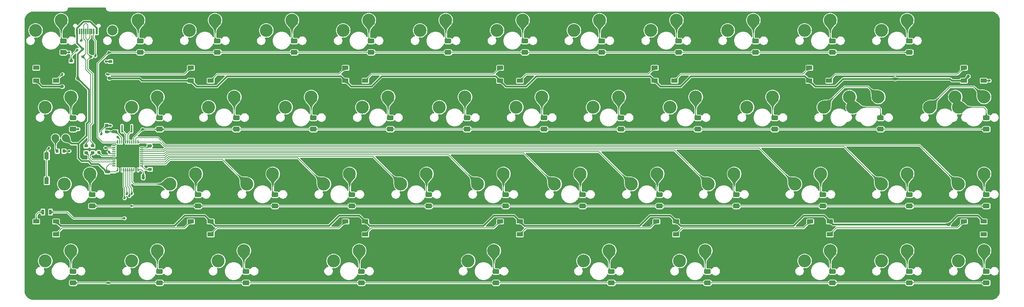
<source format=gbr>
%TF.GenerationSoftware,KiCad,Pcbnew,(5.1.11)-1*%
%TF.CreationDate,2022-08-16T19:25:20+07:00*%
%TF.ProjectId,Konpeko60,4b6f6e70-656b-46f3-9630-2e6b69636164,rev?*%
%TF.SameCoordinates,Original*%
%TF.FileFunction,Copper,L2,Bot*%
%TF.FilePolarity,Positive*%
%FSLAX46Y46*%
G04 Gerber Fmt 4.6, Leading zero omitted, Abs format (unit mm)*
G04 Created by KiCad (PCBNEW (5.1.11)-1) date 2022-08-16 19:25:20*
%MOMM*%
%LPD*%
G01*
G04 APERTURE LIST*
%TA.AperFunction,ComponentPad*%
%ADD10C,1.905000*%
%TD*%
%TA.AperFunction,SMDPad,CuDef*%
%ADD11R,0.800000X0.950000*%
%TD*%
%TA.AperFunction,SMDPad,CuDef*%
%ADD12C,3.200000*%
%TD*%
%TA.AperFunction,ComponentPad*%
%ADD13C,2.400000*%
%TD*%
%TA.AperFunction,SMDPad,CuDef*%
%ADD14R,0.700000X1.000000*%
%TD*%
%TA.AperFunction,SMDPad,CuDef*%
%ADD15R,0.700000X0.600000*%
%TD*%
%TA.AperFunction,SMDPad,CuDef*%
%ADD16R,0.600000X1.450000*%
%TD*%
%TA.AperFunction,SMDPad,CuDef*%
%ADD17R,0.300000X1.450000*%
%TD*%
%TA.AperFunction,ComponentPad*%
%ADD18O,1.000000X2.100000*%
%TD*%
%TA.AperFunction,ComponentPad*%
%ADD19O,1.000000X1.600000*%
%TD*%
%TA.AperFunction,SMDPad,CuDef*%
%ADD20R,0.950000X0.800000*%
%TD*%
%TA.AperFunction,SMDPad,CuDef*%
%ADD21R,0.700000X1.300000*%
%TD*%
%TA.AperFunction,SMDPad,CuDef*%
%ADD22R,1.100000X1.800000*%
%TD*%
%TA.AperFunction,SMDPad,CuDef*%
%ADD23R,1.500000X1.000000*%
%TD*%
%TA.AperFunction,SMDPad,CuDef*%
%ADD24C,2.500000*%
%TD*%
%TA.AperFunction,SMDPad,CuDef*%
%ADD25R,0.400000X1.900000*%
%TD*%
%TA.AperFunction,ComponentPad*%
%ADD26C,0.500000*%
%TD*%
%TA.AperFunction,SMDPad,CuDef*%
%ADD27R,5.150000X5.150000*%
%TD*%
%TA.AperFunction,SMDPad,CuDef*%
%ADD28R,0.800000X0.750000*%
%TD*%
%TA.AperFunction,SMDPad,CuDef*%
%ADD29R,0.750000X0.800000*%
%TD*%
%TA.AperFunction,ViaPad*%
%ADD30C,0.800000*%
%TD*%
%TA.AperFunction,ViaPad*%
%ADD31C,0.600000*%
%TD*%
%TA.AperFunction,Conductor*%
%ADD32C,0.200000*%
%TD*%
%TA.AperFunction,Conductor*%
%ADD33C,0.400000*%
%TD*%
%TA.AperFunction,Conductor*%
%ADD34C,0.254000*%
%TD*%
%TA.AperFunction,Conductor*%
%ADD35C,0.100000*%
%TD*%
%TA.AperFunction,Conductor*%
%ADD36C,0.025400*%
%TD*%
G04 APERTURE END LIST*
D10*
%TO.P,D16,2*%
%TO.N,+5V*%
X53657500Y-70564375D03*
%TO.P,D16,1*%
%TO.N,Net-(D16-Pad1)*%
X51117500Y-70564375D03*
%TD*%
D11*
%TO.P,R8,2*%
%TO.N,IDCT*%
X53212500Y-73818750D03*
%TO.P,R8,1*%
%TO.N,Net-(D16-Pad1)*%
X51562500Y-73818750D03*
%TD*%
D12*
%TO.P,MX32,2*%
%TO.N,C10*%
X254952500Y-60404375D03*
D13*
X254952500Y-60404375D03*
%TO.P,MX32,1*%
%TO.N,Net-(D42-Pad2)*%
X248602500Y-62944375D03*
D12*
X248602500Y-62944375D03*
%TD*%
D14*
%TO.P,U2,1*%
%TO.N,GND*%
X59896250Y-48730750D03*
D15*
%TO.P,U2,4*%
%TO.N,+5V*%
X57896250Y-48530750D03*
%TO.P,U2,2*%
%TO.N,D+*%
X59896250Y-50430750D03*
%TO.P,U2,3*%
%TO.N,D-*%
X57896250Y-50430750D03*
%TD*%
D16*
%TO.P,USB1,12*%
%TO.N,GND*%
X62121250Y-44175750D03*
%TO.P,USB1,1*%
X55671250Y-44175750D03*
%TO.P,USB1,11*%
%TO.N,+5V*%
X61346250Y-44175750D03*
%TO.P,USB1,2*%
X56446250Y-44175750D03*
D17*
%TO.P,USB1,3*%
%TO.N,Net-(USB1-Pad3)*%
X57146250Y-44175750D03*
%TO.P,USB1,10*%
%TO.N,Net-(R7-Pad2)*%
X60646250Y-44175750D03*
%TO.P,USB1,4*%
%TO.N,Net-(R6-Pad2)*%
X57646250Y-44175750D03*
%TO.P,USB1,9*%
%TO.N,Net-(USB1-Pad9)*%
X60146250Y-44175750D03*
%TO.P,USB1,5*%
%TO.N,D-*%
X58146250Y-44175750D03*
%TO.P,USB1,8*%
%TO.N,D+*%
X59646250Y-44175750D03*
%TO.P,USB1,7*%
%TO.N,D-*%
X59146250Y-44175750D03*
%TO.P,USB1,6*%
%TO.N,D+*%
X58646250Y-44175750D03*
D18*
%TO.P,USB1,13*%
%TO.N,GND*%
X54576250Y-43260750D03*
X63216250Y-43260750D03*
D19*
X54576250Y-39080750D03*
X63216250Y-39080750D03*
%TD*%
D20*
%TO.P,R7,2*%
%TO.N,Net-(R7-Pad2)*%
X64754125Y-51594250D03*
%TO.P,R7,1*%
%TO.N,GND*%
X64754125Y-53244250D03*
%TD*%
%TO.P,R6,2*%
%TO.N,Net-(R6-Pad2)*%
X55038625Y-51467250D03*
%TO.P,R6,1*%
%TO.N,GND*%
X55038625Y-53117250D03*
%TD*%
D21*
%TO.P,R5,2*%
%TO.N,RGB*%
X49892625Y-88931750D03*
%TO.P,R5,1*%
%TO.N,Net-(R5-Pad1)*%
X47992625Y-88931750D03*
%TD*%
D20*
%TO.P,R2,2*%
%TO.N,D+*%
X60350000Y-72575000D03*
%TO.P,R2,1*%
%TO.N,/M+*%
X60350000Y-74225000D03*
%TD*%
%TO.P,R3,2*%
%TO.N,/M-*%
X58750000Y-74225000D03*
%TO.P,R3,1*%
%TO.N,D-*%
X58750000Y-72575000D03*
%TD*%
D22*
%TO.P,SW1,1*%
%TO.N,GND*%
X45265625Y-74968750D03*
%TO.P,SW1,2*%
%TO.N,Net-(R4-Pad2)*%
X48965625Y-81168750D03*
X48965625Y-74968750D03*
%TO.P,SW1,1*%
%TO.N,GND*%
X45265625Y-81168750D03*
%TD*%
%TO.P,RGB17,3*%
%TO.N,GND*%
%TA.AperFunction,SMDPad,CuDef*%
G36*
G01*
X238806250Y-94218750D02*
X238806250Y-94718750D01*
G75*
G02*
X238556250Y-94968750I-250000J0D01*
G01*
X237556250Y-94968750D01*
G75*
G02*
X237306250Y-94718750I0J250000D01*
G01*
X237306250Y-94218750D01*
G75*
G02*
X237556250Y-93968750I250000J0D01*
G01*
X238556250Y-93968750D01*
G75*
G02*
X238806250Y-94218750I0J-250000D01*
G01*
G37*
%TD.AperFunction*%
D23*
%TO.P,RGB17,4*%
%TO.N,Net-(RGB15-Pad2)*%
X238056250Y-91268750D03*
%TO.P,RGB17,2*%
%TO.N,Net-(RGB16-Pad4)*%
X242956250Y-94468750D03*
%TO.P,RGB17,1*%
%TO.N,+5V*%
X242956250Y-91268750D03*
%TD*%
%TO.P,RGB16,3*%
%TO.N,GND*%
%TA.AperFunction,SMDPad,CuDef*%
G36*
G01*
X276906250Y-94218750D02*
X276906250Y-94718750D01*
G75*
G02*
X276656250Y-94968750I-250000J0D01*
G01*
X275656250Y-94968750D01*
G75*
G02*
X275406250Y-94718750I0J250000D01*
G01*
X275406250Y-94218750D01*
G75*
G02*
X275656250Y-93968750I250000J0D01*
G01*
X276656250Y-93968750D01*
G75*
G02*
X276906250Y-94218750I0J-250000D01*
G01*
G37*
%TD.AperFunction*%
%TO.P,RGB16,4*%
%TO.N,Net-(RGB16-Pad4)*%
X276156250Y-91268750D03*
%TO.P,RGB16,2*%
%TO.N,Net-(RGB14-Pad4)*%
X281056250Y-94468750D03*
%TO.P,RGB16,1*%
%TO.N,+5V*%
X281056250Y-91268750D03*
%TD*%
%TO.P,RGB15,3*%
%TO.N,GND*%
%TA.AperFunction,SMDPad,CuDef*%
G36*
G01*
X200706250Y-94218750D02*
X200706250Y-94718750D01*
G75*
G02*
X200456250Y-94968750I-250000J0D01*
G01*
X199456250Y-94968750D01*
G75*
G02*
X199206250Y-94718750I0J250000D01*
G01*
X199206250Y-94218750D01*
G75*
G02*
X199456250Y-93968750I250000J0D01*
G01*
X200456250Y-93968750D01*
G75*
G02*
X200706250Y-94218750I0J-250000D01*
G01*
G37*
%TD.AperFunction*%
%TO.P,RGB15,4*%
%TO.N,Net-(RGB13-Pad2)*%
X199956250Y-91268750D03*
%TO.P,RGB15,2*%
%TO.N,Net-(RGB15-Pad2)*%
X204856250Y-94468750D03*
%TO.P,RGB15,1*%
%TO.N,+5V*%
X204856250Y-91268750D03*
%TD*%
%TO.P,RGB13,1*%
%TO.N,+5V*%
X166160625Y-91268750D03*
%TO.P,RGB13,2*%
%TO.N,Net-(RGB13-Pad2)*%
X166160625Y-94468750D03*
%TO.P,RGB13,4*%
%TO.N,Net-(RGB11-Pad2)*%
X161260625Y-91268750D03*
%TO.P,RGB13,3*%
%TO.N,GND*%
%TA.AperFunction,SMDPad,CuDef*%
G36*
G01*
X162010625Y-94218750D02*
X162010625Y-94718750D01*
G75*
G02*
X161760625Y-94968750I-250000J0D01*
G01*
X160760625Y-94968750D01*
G75*
G02*
X160510625Y-94718750I0J250000D01*
G01*
X160510625Y-94218750D01*
G75*
G02*
X160760625Y-93968750I250000J0D01*
G01*
X161760625Y-93968750D01*
G75*
G02*
X162010625Y-94218750I0J-250000D01*
G01*
G37*
%TD.AperFunction*%
%TD*%
%TO.P,RGB12,3*%
%TO.N,GND*%
%TA.AperFunction,SMDPad,CuDef*%
G36*
G01*
X280305625Y-53418750D02*
X280305625Y-52918750D01*
G75*
G02*
X280555625Y-52668750I250000J0D01*
G01*
X281555625Y-52668750D01*
G75*
G02*
X281805625Y-52918750I0J-250000D01*
G01*
X281805625Y-53418750D01*
G75*
G02*
X281555625Y-53668750I-250000J0D01*
G01*
X280555625Y-53668750D01*
G75*
G02*
X280305625Y-53418750I0J250000D01*
G01*
G37*
%TD.AperFunction*%
%TO.P,RGB12,4*%
%TO.N,Net-(RGB12-Pad4)*%
X281055625Y-56368750D03*
%TO.P,RGB12,2*%
%TO.N,Net-(RGB10-Pad4)*%
X276155625Y-53168750D03*
%TO.P,RGB12,1*%
%TO.N,+5V*%
X276155625Y-56368750D03*
%TD*%
%TO.P,RGB11,3*%
%TO.N,GND*%
%TA.AperFunction,SMDPad,CuDef*%
G36*
G01*
X123712292Y-94218750D02*
X123712292Y-94718750D01*
G75*
G02*
X123462292Y-94968750I-250000J0D01*
G01*
X122462292Y-94968750D01*
G75*
G02*
X122212292Y-94718750I0J250000D01*
G01*
X122212292Y-94218750D01*
G75*
G02*
X122462292Y-93968750I250000J0D01*
G01*
X123462292Y-93968750D01*
G75*
G02*
X123712292Y-94218750I0J-250000D01*
G01*
G37*
%TD.AperFunction*%
%TO.P,RGB11,4*%
%TO.N,Net-(RGB11-Pad4)*%
X122962292Y-91268750D03*
%TO.P,RGB11,2*%
%TO.N,Net-(RGB11-Pad2)*%
X127862292Y-94468750D03*
%TO.P,RGB11,1*%
%TO.N,+5V*%
X127862292Y-91268750D03*
%TD*%
%TO.P,RGB10,3*%
%TO.N,GND*%
%TA.AperFunction,SMDPad,CuDef*%
G36*
G01*
X242007292Y-53418750D02*
X242007292Y-52918750D01*
G75*
G02*
X242257292Y-52668750I250000J0D01*
G01*
X243257292Y-52668750D01*
G75*
G02*
X243507292Y-52918750I0J-250000D01*
G01*
X243507292Y-53418750D01*
G75*
G02*
X243257292Y-53668750I-250000J0D01*
G01*
X242257292Y-53668750D01*
G75*
G02*
X242007292Y-53418750I0J250000D01*
G01*
G37*
%TD.AperFunction*%
%TO.P,RGB10,4*%
%TO.N,Net-(RGB10-Pad4)*%
X242757292Y-56368750D03*
%TO.P,RGB10,2*%
%TO.N,Net-(RGB10-Pad2)*%
X237857292Y-53168750D03*
%TO.P,RGB10,1*%
%TO.N,+5V*%
X237857292Y-56368750D03*
%TD*%
%TO.P,RGB9,3*%
%TO.N,GND*%
%TA.AperFunction,SMDPad,CuDef*%
G36*
G01*
X85413958Y-94218750D02*
X85413958Y-94718750D01*
G75*
G02*
X85163958Y-94968750I-250000J0D01*
G01*
X84163958Y-94968750D01*
G75*
G02*
X83913958Y-94718750I0J250000D01*
G01*
X83913958Y-94218750D01*
G75*
G02*
X84163958Y-93968750I250000J0D01*
G01*
X85163958Y-93968750D01*
G75*
G02*
X85413958Y-94218750I0J-250000D01*
G01*
G37*
%TD.AperFunction*%
%TO.P,RGB9,4*%
%TO.N,Net-(RGB7-Pad2)*%
X84663958Y-91268750D03*
%TO.P,RGB9,2*%
%TO.N,Net-(RGB11-Pad4)*%
X89563958Y-94468750D03*
%TO.P,RGB9,1*%
%TO.N,+5V*%
X89563958Y-91268750D03*
%TD*%
%TO.P,RGB8,3*%
%TO.N,GND*%
%TA.AperFunction,SMDPad,CuDef*%
G36*
G01*
X203708958Y-53418750D02*
X203708958Y-52918750D01*
G75*
G02*
X203958958Y-52668750I250000J0D01*
G01*
X204958958Y-52668750D01*
G75*
G02*
X205208958Y-52918750I0J-250000D01*
G01*
X205208958Y-53418750D01*
G75*
G02*
X204958958Y-53668750I-250000J0D01*
G01*
X203958958Y-53668750D01*
G75*
G02*
X203708958Y-53418750I0J250000D01*
G01*
G37*
%TD.AperFunction*%
%TO.P,RGB8,4*%
%TO.N,Net-(RGB10-Pad2)*%
X204458958Y-56368750D03*
%TO.P,RGB8,2*%
%TO.N,Net-(RGB6-Pad4)*%
X199558958Y-53168750D03*
%TO.P,RGB8,1*%
%TO.N,+5V*%
X199558958Y-56368750D03*
%TD*%
%TO.P,RGB7,3*%
%TO.N,GND*%
%TA.AperFunction,SMDPad,CuDef*%
G36*
G01*
X47115625Y-94218750D02*
X47115625Y-94718750D01*
G75*
G02*
X46865625Y-94968750I-250000J0D01*
G01*
X45865625Y-94968750D01*
G75*
G02*
X45615625Y-94718750I0J250000D01*
G01*
X45615625Y-94218750D01*
G75*
G02*
X45865625Y-93968750I250000J0D01*
G01*
X46865625Y-93968750D01*
G75*
G02*
X47115625Y-94218750I0J-250000D01*
G01*
G37*
%TD.AperFunction*%
%TO.P,RGB7,4*%
%TO.N,Net-(R5-Pad1)*%
X46365625Y-91268750D03*
%TO.P,RGB7,2*%
%TO.N,Net-(RGB7-Pad2)*%
X51265625Y-94468750D03*
%TO.P,RGB7,1*%
%TO.N,+5V*%
X51265625Y-91268750D03*
%TD*%
%TO.P,RGB6,3*%
%TO.N,GND*%
%TA.AperFunction,SMDPad,CuDef*%
G36*
G01*
X165410625Y-53418750D02*
X165410625Y-52918750D01*
G75*
G02*
X165660625Y-52668750I250000J0D01*
G01*
X166660625Y-52668750D01*
G75*
G02*
X166910625Y-52918750I0J-250000D01*
G01*
X166910625Y-53418750D01*
G75*
G02*
X166660625Y-53668750I-250000J0D01*
G01*
X165660625Y-53668750D01*
G75*
G02*
X165410625Y-53418750I0J250000D01*
G01*
G37*
%TD.AperFunction*%
%TO.P,RGB6,4*%
%TO.N,Net-(RGB6-Pad4)*%
X166160625Y-56368750D03*
%TO.P,RGB6,2*%
%TO.N,Net-(RGB4-Pad4)*%
X161260625Y-53168750D03*
%TO.P,RGB6,1*%
%TO.N,+5V*%
X161260625Y-56368750D03*
%TD*%
%TO.P,RGB4,3*%
%TO.N,GND*%
%TA.AperFunction,SMDPad,CuDef*%
G36*
G01*
X127112292Y-53418750D02*
X127112292Y-52918750D01*
G75*
G02*
X127362292Y-52668750I250000J0D01*
G01*
X128362292Y-52668750D01*
G75*
G02*
X128612292Y-52918750I0J-250000D01*
G01*
X128612292Y-53418750D01*
G75*
G02*
X128362292Y-53668750I-250000J0D01*
G01*
X127362292Y-53668750D01*
G75*
G02*
X127112292Y-53418750I0J250000D01*
G01*
G37*
%TD.AperFunction*%
%TO.P,RGB4,4*%
%TO.N,Net-(RGB4-Pad4)*%
X127862292Y-56368750D03*
%TO.P,RGB4,2*%
%TO.N,Net-(RGB2-Pad4)*%
X122962292Y-53168750D03*
%TO.P,RGB4,1*%
%TO.N,+5V*%
X122962292Y-56368750D03*
%TD*%
%TO.P,RGB2,3*%
%TO.N,GND*%
%TA.AperFunction,SMDPad,CuDef*%
G36*
G01*
X88813958Y-53418750D02*
X88813958Y-52918750D01*
G75*
G02*
X89063958Y-52668750I250000J0D01*
G01*
X90063958Y-52668750D01*
G75*
G02*
X90313958Y-52918750I0J-250000D01*
G01*
X90313958Y-53418750D01*
G75*
G02*
X90063958Y-53668750I-250000J0D01*
G01*
X89063958Y-53668750D01*
G75*
G02*
X88813958Y-53418750I0J250000D01*
G01*
G37*
%TD.AperFunction*%
%TO.P,RGB2,4*%
%TO.N,Net-(RGB2-Pad4)*%
X89563958Y-56368750D03*
%TO.P,RGB2,2*%
%TO.N,Net-(RGB1-Pad4)*%
X84663958Y-53168750D03*
%TO.P,RGB2,1*%
%TO.N,+5V*%
X84663958Y-56368750D03*
%TD*%
%TO.P,RGB1,3*%
%TO.N,GND*%
%TA.AperFunction,SMDPad,CuDef*%
G36*
G01*
X50515625Y-53418750D02*
X50515625Y-52918750D01*
G75*
G02*
X50765625Y-52668750I250000J0D01*
G01*
X51765625Y-52668750D01*
G75*
G02*
X52015625Y-52918750I0J-250000D01*
G01*
X52015625Y-53418750D01*
G75*
G02*
X51765625Y-53668750I-250000J0D01*
G01*
X50765625Y-53668750D01*
G75*
G02*
X50515625Y-53418750I0J250000D01*
G01*
G37*
%TD.AperFunction*%
%TO.P,RGB1,4*%
%TO.N,Net-(RGB1-Pad4)*%
X51265625Y-56368750D03*
%TO.P,RGB1,2*%
%TO.N,Net-(RGB1-Pad2)*%
X46365625Y-53168750D03*
%TO.P,RGB1,1*%
%TO.N,+5V*%
X46365625Y-56368750D03*
%TD*%
D12*
%TO.P,MX36,2*%
%TO.N,C11*%
X281146250Y-60404375D03*
D13*
X281146250Y-60404375D03*
%TO.P,MX36,1*%
%TO.N,Net-(D46-Pad2)*%
X274796250Y-62944375D03*
D12*
X274796250Y-62944375D03*
%TD*%
%TO.P,MX28,2*%
%TO.N,Net-(D32-Pad2)*%
X212090000Y-98504375D03*
D13*
X212090000Y-98504375D03*
%TO.P,MX28,1*%
%TO.N,C8*%
X205740000Y-101044375D03*
D12*
X205740000Y-101044375D03*
%TD*%
%TO.P,MX24,2*%
%TO.N,Net-(D28-Pad2)*%
X188277500Y-98504375D03*
D13*
X188277500Y-98504375D03*
%TO.P,MX24,1*%
%TO.N,C6*%
X181927500Y-101044375D03*
D12*
X181927500Y-101044375D03*
%TD*%
%TO.P,MX20,2*%
%TO.N,Net-(D24-Pad2)*%
X159702500Y-98504375D03*
D13*
X159702500Y-98504375D03*
%TO.P,MX20,1*%
%TO.N,C5*%
X153352500Y-101044375D03*
D12*
X153352500Y-101044375D03*
%TD*%
%TO.P,MX16,2*%
%TO.N,Net-(D20-Pad2)*%
X126365000Y-98504375D03*
D13*
X126365000Y-98504375D03*
%TO.P,MX16,1*%
%TO.N,C3*%
X120015000Y-101044375D03*
D12*
X120015000Y-101044375D03*
%TD*%
%TO.P,MX12,2*%
%TO.N,Net-(D12-Pad2)*%
X97790000Y-98504375D03*
D13*
X97790000Y-98504375D03*
%TO.P,MX12,1*%
%TO.N,C2*%
X91440000Y-101044375D03*
D12*
X91440000Y-101044375D03*
%TD*%
%TO.P,MX4,2*%
%TO.N,Net-(D4-Pad2)*%
X54927500Y-98504375D03*
D13*
X54927500Y-98504375D03*
%TO.P,MX4,1*%
%TO.N,C0*%
X48577500Y-101044375D03*
D12*
X48577500Y-101044375D03*
%TD*%
%TO.P,MX39,2*%
%TO.N,Net-(D39-Pad2)*%
X240665000Y-79454375D03*
D13*
X240665000Y-79454375D03*
%TO.P,MX39,1*%
%TO.N,C9*%
X234315000Y-81994375D03*
D12*
X234315000Y-81994375D03*
%TD*%
%TO.P,MX3,2*%
%TO.N,Net-(D3-Pad2)*%
X59690000Y-79454375D03*
D13*
X59690000Y-79454375D03*
%TO.P,MX3,1*%
%TO.N,C0*%
X53340000Y-81994375D03*
D12*
X53340000Y-81994375D03*
%TD*%
%TO.P,MX46,2*%
%TO.N,Net-(D46-Pad2)*%
X274002500Y-60404375D03*
D13*
X274002500Y-60404375D03*
%TO.P,MX46,1*%
%TO.N,C11*%
X267652500Y-62944375D03*
D12*
X267652500Y-62944375D03*
%TD*%
%TO.P,MX2,2*%
%TO.N,Net-(D2-Pad2)*%
X54927500Y-60404375D03*
D13*
X54927500Y-60404375D03*
%TO.P,MX2,1*%
%TO.N,C0*%
X48577500Y-62944375D03*
D12*
X48577500Y-62944375D03*
%TD*%
%TO.P,MX48,2*%
%TO.N,Net-(D48-Pad2)*%
X281146250Y-98504375D03*
D13*
X281146250Y-98504375D03*
%TO.P,MX48,1*%
%TO.N,C11*%
X274796250Y-101044375D03*
D12*
X274796250Y-101044375D03*
%TD*%
%TO.P,MX47,2*%
%TO.N,Net-(D47-Pad2)*%
X281146250Y-79454375D03*
D13*
X281146250Y-79454375D03*
%TO.P,MX47,1*%
%TO.N,C11*%
X274796250Y-81994375D03*
D12*
X274796250Y-81994375D03*
%TD*%
%TO.P,MX45,2*%
%TO.N,Net-(D45-Pad2)*%
X262096250Y-41354375D03*
D13*
X262096250Y-41354375D03*
%TO.P,MX45,1*%
%TO.N,C11*%
X255746250Y-43894375D03*
D12*
X255746250Y-43894375D03*
%TD*%
%TO.P,MX44,2*%
%TO.N,Net-(D44-Pad2)*%
X262096250Y-98504375D03*
D13*
X262096250Y-98504375D03*
%TO.P,MX44,1*%
%TO.N,C10*%
X255746250Y-101044375D03*
D12*
X255746250Y-101044375D03*
%TD*%
%TO.P,MX43,2*%
%TO.N,Net-(D43-Pad2)*%
X262096250Y-79454375D03*
D13*
X262096250Y-79454375D03*
%TO.P,MX43,1*%
%TO.N,C10*%
X255746250Y-81994375D03*
D12*
X255746250Y-81994375D03*
%TD*%
%TO.P,MX42,2*%
%TO.N,Net-(D42-Pad2)*%
X247808750Y-60404375D03*
D13*
X247808750Y-60404375D03*
%TO.P,MX42,1*%
%TO.N,C10*%
X241458750Y-62944375D03*
D12*
X241458750Y-62944375D03*
%TD*%
%TO.P,MX41,2*%
%TO.N,Net-(D41-Pad2)*%
X243046250Y-41354375D03*
D13*
X243046250Y-41354375D03*
%TO.P,MX41,1*%
%TO.N,C10*%
X236696250Y-43894375D03*
D12*
X236696250Y-43894375D03*
%TD*%
%TO.P,MX40,2*%
%TO.N,Net-(D40-Pad2)*%
X243046250Y-98504375D03*
D13*
X243046250Y-98504375D03*
%TO.P,MX40,1*%
%TO.N,C9*%
X236696250Y-101044375D03*
D12*
X236696250Y-101044375D03*
%TD*%
%TO.P,MX38,2*%
%TO.N,Net-(D38-Pad2)*%
X228758750Y-60404375D03*
D13*
X228758750Y-60404375D03*
%TO.P,MX38,1*%
%TO.N,C9*%
X222408750Y-62944375D03*
D12*
X222408750Y-62944375D03*
%TD*%
%TO.P,MX37,2*%
%TO.N,Net-(D37-Pad2)*%
X223996250Y-41354375D03*
D13*
X223996250Y-41354375D03*
%TO.P,MX37,1*%
%TO.N,C9*%
X217646250Y-43894375D03*
D12*
X217646250Y-43894375D03*
%TD*%
%TO.P,MX35,2*%
%TO.N,Net-(D35-Pad2)*%
X219233750Y-79454375D03*
D13*
X219233750Y-79454375D03*
%TO.P,MX35,1*%
%TO.N,C8*%
X212883750Y-81994375D03*
D12*
X212883750Y-81994375D03*
%TD*%
%TO.P,MX34,2*%
%TO.N,Net-(D34-Pad2)*%
X209708750Y-60404375D03*
D13*
X209708750Y-60404375D03*
%TO.P,MX34,1*%
%TO.N,C8*%
X203358750Y-62944375D03*
D12*
X203358750Y-62944375D03*
%TD*%
%TO.P,MX33,2*%
%TO.N,Net-(D33-Pad2)*%
X204946250Y-41354375D03*
D13*
X204946250Y-41354375D03*
%TO.P,MX33,1*%
%TO.N,C8*%
X198596250Y-43894375D03*
D12*
X198596250Y-43894375D03*
%TD*%
%TO.P,MX31,2*%
%TO.N,Net-(D31-Pad2)*%
X200183750Y-79454375D03*
D13*
X200183750Y-79454375D03*
%TO.P,MX31,1*%
%TO.N,C7*%
X193833750Y-81994375D03*
D12*
X193833750Y-81994375D03*
%TD*%
%TO.P,MX30,2*%
%TO.N,Net-(D30-Pad2)*%
X190658750Y-60404375D03*
D13*
X190658750Y-60404375D03*
%TO.P,MX30,1*%
%TO.N,C7*%
X184308750Y-62944375D03*
D12*
X184308750Y-62944375D03*
%TD*%
%TO.P,MX29,2*%
%TO.N,Net-(D29-Pad2)*%
X185896250Y-41354375D03*
D13*
X185896250Y-41354375D03*
%TO.P,MX29,1*%
%TO.N,C7*%
X179546250Y-43894375D03*
D12*
X179546250Y-43894375D03*
%TD*%
%TO.P,MX27,2*%
%TO.N,Net-(D27-Pad2)*%
X181133750Y-79454375D03*
D13*
X181133750Y-79454375D03*
%TO.P,MX27,1*%
%TO.N,C6*%
X174783750Y-81994375D03*
D12*
X174783750Y-81994375D03*
%TD*%
%TO.P,MX26,2*%
%TO.N,Net-(D26-Pad2)*%
X171608750Y-60404375D03*
D13*
X171608750Y-60404375D03*
%TO.P,MX26,1*%
%TO.N,C6*%
X165258750Y-62944375D03*
D12*
X165258750Y-62944375D03*
%TD*%
%TO.P,MX25,2*%
%TO.N,Net-(D25-Pad2)*%
X166846250Y-41354375D03*
D13*
X166846250Y-41354375D03*
%TO.P,MX25,1*%
%TO.N,C6*%
X160496250Y-43894375D03*
D12*
X160496250Y-43894375D03*
%TD*%
%TO.P,MX23,2*%
%TO.N,Net-(D23-Pad2)*%
X162083750Y-79454375D03*
D13*
X162083750Y-79454375D03*
%TO.P,MX23,1*%
%TO.N,C5*%
X155733750Y-81994375D03*
D12*
X155733750Y-81994375D03*
%TD*%
%TO.P,MX22,2*%
%TO.N,Net-(D22-Pad2)*%
X152558750Y-60404375D03*
D13*
X152558750Y-60404375D03*
%TO.P,MX22,1*%
%TO.N,C5*%
X146208750Y-62944375D03*
D12*
X146208750Y-62944375D03*
%TD*%
%TO.P,MX21,2*%
%TO.N,Net-(D21-Pad2)*%
X147796250Y-41354375D03*
D13*
X147796250Y-41354375D03*
%TO.P,MX21,1*%
%TO.N,C5*%
X141446250Y-43894375D03*
D12*
X141446250Y-43894375D03*
%TD*%
%TO.P,MX19,2*%
%TO.N,Net-(D19-Pad2)*%
X143033750Y-79454375D03*
D13*
X143033750Y-79454375D03*
%TO.P,MX19,1*%
%TO.N,C4*%
X136683750Y-81994375D03*
D12*
X136683750Y-81994375D03*
%TD*%
%TO.P,MX18,2*%
%TO.N,Net-(D18-Pad2)*%
X133508750Y-60404375D03*
D13*
X133508750Y-60404375D03*
%TO.P,MX18,1*%
%TO.N,C4*%
X127158750Y-62944375D03*
D12*
X127158750Y-62944375D03*
%TD*%
%TO.P,MX17,2*%
%TO.N,Net-(D17-Pad2)*%
X128746250Y-41354375D03*
D13*
X128746250Y-41354375D03*
%TO.P,MX17,1*%
%TO.N,C4*%
X122396250Y-43894375D03*
D12*
X122396250Y-43894375D03*
%TD*%
%TO.P,MX15,2*%
%TO.N,Net-(D15-Pad2)*%
X123983750Y-79454375D03*
D13*
X123983750Y-79454375D03*
%TO.P,MX15,1*%
%TO.N,C3*%
X117633750Y-81994375D03*
D12*
X117633750Y-81994375D03*
%TD*%
%TO.P,MX14,2*%
%TO.N,Net-(D14-Pad2)*%
X114458750Y-60404375D03*
D13*
X114458750Y-60404375D03*
%TO.P,MX14,1*%
%TO.N,C3*%
X108108750Y-62944375D03*
D12*
X108108750Y-62944375D03*
%TD*%
%TO.P,MX13,2*%
%TO.N,Net-(D13-Pad2)*%
X109696250Y-41354375D03*
D13*
X109696250Y-41354375D03*
%TO.P,MX13,1*%
%TO.N,C3*%
X103346250Y-43894375D03*
D12*
X103346250Y-43894375D03*
%TD*%
%TO.P,MX11,2*%
%TO.N,Net-(D11-Pad2)*%
X104933750Y-79454375D03*
D13*
X104933750Y-79454375D03*
%TO.P,MX11,1*%
%TO.N,C2*%
X98583750Y-81994375D03*
D12*
X98583750Y-81994375D03*
%TD*%
%TO.P,MX10,2*%
%TO.N,Net-(D10-Pad2)*%
X95408750Y-60404375D03*
D13*
X95408750Y-60404375D03*
%TO.P,MX10,1*%
%TO.N,C2*%
X89058750Y-62944375D03*
D12*
X89058750Y-62944375D03*
%TD*%
%TO.P,MX9,2*%
%TO.N,Net-(D9-Pad2)*%
X90646250Y-41354375D03*
D13*
X90646250Y-41354375D03*
%TO.P,MX9,1*%
%TO.N,C2*%
X84296250Y-43894375D03*
D12*
X84296250Y-43894375D03*
%TD*%
%TO.P,MX8,2*%
%TO.N,Net-(D8-Pad2)*%
X76358750Y-98504375D03*
D13*
X76358750Y-98504375D03*
%TO.P,MX8,1*%
%TO.N,C1*%
X70008750Y-101044375D03*
D12*
X70008750Y-101044375D03*
%TD*%
%TO.P,MX7,2*%
%TO.N,Net-(D7-Pad2)*%
X85883750Y-79454375D03*
D13*
X85883750Y-79454375D03*
%TO.P,MX7,1*%
%TO.N,C1*%
X79533750Y-81994375D03*
D12*
X79533750Y-81994375D03*
%TD*%
%TO.P,MX6,2*%
%TO.N,Net-(D6-Pad2)*%
X76358750Y-60404375D03*
D13*
X76358750Y-60404375D03*
%TO.P,MX6,1*%
%TO.N,C1*%
X70008750Y-62944375D03*
D12*
X70008750Y-62944375D03*
%TD*%
%TO.P,MX5,2*%
%TO.N,Net-(D5-Pad2)*%
X71596250Y-41354375D03*
D13*
X71596250Y-41354375D03*
%TO.P,MX5,1*%
%TO.N,C1*%
X65246250Y-43894375D03*
D24*
X65246250Y-43894375D03*
%TD*%
D12*
%TO.P,MX1,2*%
%TO.N,Net-(D1-Pad2)*%
X52546250Y-41354375D03*
D13*
X52546250Y-41354375D03*
%TO.P,MX1,1*%
%TO.N,C0*%
X46196250Y-43894375D03*
D12*
X46196250Y-43894375D03*
%TD*%
%TO.P,D48,2*%
%TO.N,Net-(D48-Pad2)*%
%TA.AperFunction,SMDPad,CuDef*%
G36*
G01*
X282265250Y-104284375D02*
X281145250Y-104284375D01*
G75*
G02*
X280905250Y-104044375I0J240000D01*
G01*
X280905250Y-103324375D01*
G75*
G02*
X281145250Y-103084375I240000J0D01*
G01*
X282265250Y-103084375D01*
G75*
G02*
X282505250Y-103324375I0J-240000D01*
G01*
X282505250Y-104044375D01*
G75*
G02*
X282265250Y-104284375I-240000J0D01*
G01*
G37*
%TD.AperFunction*%
%TO.P,D48,1*%
%TO.N,R3*%
%TA.AperFunction,SMDPad,CuDef*%
G36*
G01*
X282265250Y-107084375D02*
X281145250Y-107084375D01*
G75*
G02*
X280905250Y-106844375I0J240000D01*
G01*
X280905250Y-106124375D01*
G75*
G02*
X281145250Y-105884375I240000J0D01*
G01*
X282265250Y-105884375D01*
G75*
G02*
X282505250Y-106124375I0J-240000D01*
G01*
X282505250Y-106844375D01*
G75*
G02*
X282265250Y-107084375I-240000J0D01*
G01*
G37*
%TD.AperFunction*%
%TD*%
%TO.P,D47,2*%
%TO.N,Net-(D47-Pad2)*%
%TA.AperFunction,SMDPad,CuDef*%
G36*
G01*
X282265250Y-85234375D02*
X281145250Y-85234375D01*
G75*
G02*
X280905250Y-84994375I0J240000D01*
G01*
X280905250Y-84274375D01*
G75*
G02*
X281145250Y-84034375I240000J0D01*
G01*
X282265250Y-84034375D01*
G75*
G02*
X282505250Y-84274375I0J-240000D01*
G01*
X282505250Y-84994375D01*
G75*
G02*
X282265250Y-85234375I-240000J0D01*
G01*
G37*
%TD.AperFunction*%
%TO.P,D47,1*%
%TO.N,R2*%
%TA.AperFunction,SMDPad,CuDef*%
G36*
G01*
X282265250Y-88034375D02*
X281145250Y-88034375D01*
G75*
G02*
X280905250Y-87794375I0J240000D01*
G01*
X280905250Y-87074375D01*
G75*
G02*
X281145250Y-86834375I240000J0D01*
G01*
X282265250Y-86834375D01*
G75*
G02*
X282505250Y-87074375I0J-240000D01*
G01*
X282505250Y-87794375D01*
G75*
G02*
X282265250Y-88034375I-240000J0D01*
G01*
G37*
%TD.AperFunction*%
%TD*%
%TO.P,D46,2*%
%TO.N,Net-(D46-Pad2)*%
%TA.AperFunction,SMDPad,CuDef*%
G36*
G01*
X282265250Y-66184375D02*
X281145250Y-66184375D01*
G75*
G02*
X280905250Y-65944375I0J240000D01*
G01*
X280905250Y-65224375D01*
G75*
G02*
X281145250Y-64984375I240000J0D01*
G01*
X282265250Y-64984375D01*
G75*
G02*
X282505250Y-65224375I0J-240000D01*
G01*
X282505250Y-65944375D01*
G75*
G02*
X282265250Y-66184375I-240000J0D01*
G01*
G37*
%TD.AperFunction*%
%TO.P,D46,1*%
%TO.N,R1*%
%TA.AperFunction,SMDPad,CuDef*%
G36*
G01*
X282265250Y-68984375D02*
X281145250Y-68984375D01*
G75*
G02*
X280905250Y-68744375I0J240000D01*
G01*
X280905250Y-68024375D01*
G75*
G02*
X281145250Y-67784375I240000J0D01*
G01*
X282265250Y-67784375D01*
G75*
G02*
X282505250Y-68024375I0J-240000D01*
G01*
X282505250Y-68744375D01*
G75*
G02*
X282265250Y-68984375I-240000J0D01*
G01*
G37*
%TD.AperFunction*%
%TD*%
%TO.P,D45,2*%
%TO.N,Net-(D45-Pad2)*%
%TA.AperFunction,SMDPad,CuDef*%
G36*
G01*
X263215250Y-47134375D02*
X262095250Y-47134375D01*
G75*
G02*
X261855250Y-46894375I0J240000D01*
G01*
X261855250Y-46174375D01*
G75*
G02*
X262095250Y-45934375I240000J0D01*
G01*
X263215250Y-45934375D01*
G75*
G02*
X263455250Y-46174375I0J-240000D01*
G01*
X263455250Y-46894375D01*
G75*
G02*
X263215250Y-47134375I-240000J0D01*
G01*
G37*
%TD.AperFunction*%
%TO.P,D45,1*%
%TO.N,R0*%
%TA.AperFunction,SMDPad,CuDef*%
G36*
G01*
X263215250Y-49934375D02*
X262095250Y-49934375D01*
G75*
G02*
X261855250Y-49694375I0J240000D01*
G01*
X261855250Y-48974375D01*
G75*
G02*
X262095250Y-48734375I240000J0D01*
G01*
X263215250Y-48734375D01*
G75*
G02*
X263455250Y-48974375I0J-240000D01*
G01*
X263455250Y-49694375D01*
G75*
G02*
X263215250Y-49934375I-240000J0D01*
G01*
G37*
%TD.AperFunction*%
%TD*%
%TO.P,D44,2*%
%TO.N,Net-(D44-Pad2)*%
%TA.AperFunction,SMDPad,CuDef*%
G36*
G01*
X263215250Y-104284375D02*
X262095250Y-104284375D01*
G75*
G02*
X261855250Y-104044375I0J240000D01*
G01*
X261855250Y-103324375D01*
G75*
G02*
X262095250Y-103084375I240000J0D01*
G01*
X263215250Y-103084375D01*
G75*
G02*
X263455250Y-103324375I0J-240000D01*
G01*
X263455250Y-104044375D01*
G75*
G02*
X263215250Y-104284375I-240000J0D01*
G01*
G37*
%TD.AperFunction*%
%TO.P,D44,1*%
%TO.N,R3*%
%TA.AperFunction,SMDPad,CuDef*%
G36*
G01*
X263215250Y-107084375D02*
X262095250Y-107084375D01*
G75*
G02*
X261855250Y-106844375I0J240000D01*
G01*
X261855250Y-106124375D01*
G75*
G02*
X262095250Y-105884375I240000J0D01*
G01*
X263215250Y-105884375D01*
G75*
G02*
X263455250Y-106124375I0J-240000D01*
G01*
X263455250Y-106844375D01*
G75*
G02*
X263215250Y-107084375I-240000J0D01*
G01*
G37*
%TD.AperFunction*%
%TD*%
%TO.P,D43,2*%
%TO.N,Net-(D43-Pad2)*%
%TA.AperFunction,SMDPad,CuDef*%
G36*
G01*
X263215250Y-85234375D02*
X262095250Y-85234375D01*
G75*
G02*
X261855250Y-84994375I0J240000D01*
G01*
X261855250Y-84274375D01*
G75*
G02*
X262095250Y-84034375I240000J0D01*
G01*
X263215250Y-84034375D01*
G75*
G02*
X263455250Y-84274375I0J-240000D01*
G01*
X263455250Y-84994375D01*
G75*
G02*
X263215250Y-85234375I-240000J0D01*
G01*
G37*
%TD.AperFunction*%
%TO.P,D43,1*%
%TO.N,R2*%
%TA.AperFunction,SMDPad,CuDef*%
G36*
G01*
X263215250Y-88034375D02*
X262095250Y-88034375D01*
G75*
G02*
X261855250Y-87794375I0J240000D01*
G01*
X261855250Y-87074375D01*
G75*
G02*
X262095250Y-86834375I240000J0D01*
G01*
X263215250Y-86834375D01*
G75*
G02*
X263455250Y-87074375I0J-240000D01*
G01*
X263455250Y-87794375D01*
G75*
G02*
X263215250Y-88034375I-240000J0D01*
G01*
G37*
%TD.AperFunction*%
%TD*%
%TO.P,D42,2*%
%TO.N,Net-(D42-Pad2)*%
%TA.AperFunction,SMDPad,CuDef*%
G36*
G01*
X256071500Y-66184375D02*
X254951500Y-66184375D01*
G75*
G02*
X254711500Y-65944375I0J240000D01*
G01*
X254711500Y-65224375D01*
G75*
G02*
X254951500Y-64984375I240000J0D01*
G01*
X256071500Y-64984375D01*
G75*
G02*
X256311500Y-65224375I0J-240000D01*
G01*
X256311500Y-65944375D01*
G75*
G02*
X256071500Y-66184375I-240000J0D01*
G01*
G37*
%TD.AperFunction*%
%TO.P,D42,1*%
%TO.N,R1*%
%TA.AperFunction,SMDPad,CuDef*%
G36*
G01*
X256071500Y-68984375D02*
X254951500Y-68984375D01*
G75*
G02*
X254711500Y-68744375I0J240000D01*
G01*
X254711500Y-68024375D01*
G75*
G02*
X254951500Y-67784375I240000J0D01*
G01*
X256071500Y-67784375D01*
G75*
G02*
X256311500Y-68024375I0J-240000D01*
G01*
X256311500Y-68744375D01*
G75*
G02*
X256071500Y-68984375I-240000J0D01*
G01*
G37*
%TD.AperFunction*%
%TD*%
%TO.P,D41,2*%
%TO.N,Net-(D41-Pad2)*%
%TA.AperFunction,SMDPad,CuDef*%
G36*
G01*
X244165250Y-47134375D02*
X243045250Y-47134375D01*
G75*
G02*
X242805250Y-46894375I0J240000D01*
G01*
X242805250Y-46174375D01*
G75*
G02*
X243045250Y-45934375I240000J0D01*
G01*
X244165250Y-45934375D01*
G75*
G02*
X244405250Y-46174375I0J-240000D01*
G01*
X244405250Y-46894375D01*
G75*
G02*
X244165250Y-47134375I-240000J0D01*
G01*
G37*
%TD.AperFunction*%
%TO.P,D41,1*%
%TO.N,R0*%
%TA.AperFunction,SMDPad,CuDef*%
G36*
G01*
X244165250Y-49934375D02*
X243045250Y-49934375D01*
G75*
G02*
X242805250Y-49694375I0J240000D01*
G01*
X242805250Y-48974375D01*
G75*
G02*
X243045250Y-48734375I240000J0D01*
G01*
X244165250Y-48734375D01*
G75*
G02*
X244405250Y-48974375I0J-240000D01*
G01*
X244405250Y-49694375D01*
G75*
G02*
X244165250Y-49934375I-240000J0D01*
G01*
G37*
%TD.AperFunction*%
%TD*%
%TO.P,D40,2*%
%TO.N,Net-(D40-Pad2)*%
%TA.AperFunction,SMDPad,CuDef*%
G36*
G01*
X244165250Y-104284375D02*
X243045250Y-104284375D01*
G75*
G02*
X242805250Y-104044375I0J240000D01*
G01*
X242805250Y-103324375D01*
G75*
G02*
X243045250Y-103084375I240000J0D01*
G01*
X244165250Y-103084375D01*
G75*
G02*
X244405250Y-103324375I0J-240000D01*
G01*
X244405250Y-104044375D01*
G75*
G02*
X244165250Y-104284375I-240000J0D01*
G01*
G37*
%TD.AperFunction*%
%TO.P,D40,1*%
%TO.N,R3*%
%TA.AperFunction,SMDPad,CuDef*%
G36*
G01*
X244165250Y-107084375D02*
X243045250Y-107084375D01*
G75*
G02*
X242805250Y-106844375I0J240000D01*
G01*
X242805250Y-106124375D01*
G75*
G02*
X243045250Y-105884375I240000J0D01*
G01*
X244165250Y-105884375D01*
G75*
G02*
X244405250Y-106124375I0J-240000D01*
G01*
X244405250Y-106844375D01*
G75*
G02*
X244165250Y-107084375I-240000J0D01*
G01*
G37*
%TD.AperFunction*%
%TD*%
%TO.P,D39,2*%
%TO.N,Net-(D39-Pad2)*%
%TA.AperFunction,SMDPad,CuDef*%
G36*
G01*
X241784000Y-85234375D02*
X240664000Y-85234375D01*
G75*
G02*
X240424000Y-84994375I0J240000D01*
G01*
X240424000Y-84274375D01*
G75*
G02*
X240664000Y-84034375I240000J0D01*
G01*
X241784000Y-84034375D01*
G75*
G02*
X242024000Y-84274375I0J-240000D01*
G01*
X242024000Y-84994375D01*
G75*
G02*
X241784000Y-85234375I-240000J0D01*
G01*
G37*
%TD.AperFunction*%
%TO.P,D39,1*%
%TO.N,R2*%
%TA.AperFunction,SMDPad,CuDef*%
G36*
G01*
X241784000Y-88034375D02*
X240664000Y-88034375D01*
G75*
G02*
X240424000Y-87794375I0J240000D01*
G01*
X240424000Y-87074375D01*
G75*
G02*
X240664000Y-86834375I240000J0D01*
G01*
X241784000Y-86834375D01*
G75*
G02*
X242024000Y-87074375I0J-240000D01*
G01*
X242024000Y-87794375D01*
G75*
G02*
X241784000Y-88034375I-240000J0D01*
G01*
G37*
%TD.AperFunction*%
%TD*%
%TO.P,D38,2*%
%TO.N,Net-(D38-Pad2)*%
%TA.AperFunction,SMDPad,CuDef*%
G36*
G01*
X229877750Y-66184375D02*
X228757750Y-66184375D01*
G75*
G02*
X228517750Y-65944375I0J240000D01*
G01*
X228517750Y-65224375D01*
G75*
G02*
X228757750Y-64984375I240000J0D01*
G01*
X229877750Y-64984375D01*
G75*
G02*
X230117750Y-65224375I0J-240000D01*
G01*
X230117750Y-65944375D01*
G75*
G02*
X229877750Y-66184375I-240000J0D01*
G01*
G37*
%TD.AperFunction*%
%TO.P,D38,1*%
%TO.N,R1*%
%TA.AperFunction,SMDPad,CuDef*%
G36*
G01*
X229877750Y-68984375D02*
X228757750Y-68984375D01*
G75*
G02*
X228517750Y-68744375I0J240000D01*
G01*
X228517750Y-68024375D01*
G75*
G02*
X228757750Y-67784375I240000J0D01*
G01*
X229877750Y-67784375D01*
G75*
G02*
X230117750Y-68024375I0J-240000D01*
G01*
X230117750Y-68744375D01*
G75*
G02*
X229877750Y-68984375I-240000J0D01*
G01*
G37*
%TD.AperFunction*%
%TD*%
%TO.P,D37,2*%
%TO.N,Net-(D37-Pad2)*%
%TA.AperFunction,SMDPad,CuDef*%
G36*
G01*
X225115250Y-47134375D02*
X223995250Y-47134375D01*
G75*
G02*
X223755250Y-46894375I0J240000D01*
G01*
X223755250Y-46174375D01*
G75*
G02*
X223995250Y-45934375I240000J0D01*
G01*
X225115250Y-45934375D01*
G75*
G02*
X225355250Y-46174375I0J-240000D01*
G01*
X225355250Y-46894375D01*
G75*
G02*
X225115250Y-47134375I-240000J0D01*
G01*
G37*
%TD.AperFunction*%
%TO.P,D37,1*%
%TO.N,R0*%
%TA.AperFunction,SMDPad,CuDef*%
G36*
G01*
X225115250Y-49934375D02*
X223995250Y-49934375D01*
G75*
G02*
X223755250Y-49694375I0J240000D01*
G01*
X223755250Y-48974375D01*
G75*
G02*
X223995250Y-48734375I240000J0D01*
G01*
X225115250Y-48734375D01*
G75*
G02*
X225355250Y-48974375I0J-240000D01*
G01*
X225355250Y-49694375D01*
G75*
G02*
X225115250Y-49934375I-240000J0D01*
G01*
G37*
%TD.AperFunction*%
%TD*%
%TO.P,D35,2*%
%TO.N,Net-(D35-Pad2)*%
%TA.AperFunction,SMDPad,CuDef*%
G36*
G01*
X220352750Y-85234375D02*
X219232750Y-85234375D01*
G75*
G02*
X218992750Y-84994375I0J240000D01*
G01*
X218992750Y-84274375D01*
G75*
G02*
X219232750Y-84034375I240000J0D01*
G01*
X220352750Y-84034375D01*
G75*
G02*
X220592750Y-84274375I0J-240000D01*
G01*
X220592750Y-84994375D01*
G75*
G02*
X220352750Y-85234375I-240000J0D01*
G01*
G37*
%TD.AperFunction*%
%TO.P,D35,1*%
%TO.N,R2*%
%TA.AperFunction,SMDPad,CuDef*%
G36*
G01*
X220352750Y-88034375D02*
X219232750Y-88034375D01*
G75*
G02*
X218992750Y-87794375I0J240000D01*
G01*
X218992750Y-87074375D01*
G75*
G02*
X219232750Y-86834375I240000J0D01*
G01*
X220352750Y-86834375D01*
G75*
G02*
X220592750Y-87074375I0J-240000D01*
G01*
X220592750Y-87794375D01*
G75*
G02*
X220352750Y-88034375I-240000J0D01*
G01*
G37*
%TD.AperFunction*%
%TD*%
%TO.P,D34,2*%
%TO.N,Net-(D34-Pad2)*%
%TA.AperFunction,SMDPad,CuDef*%
G36*
G01*
X210827750Y-66184375D02*
X209707750Y-66184375D01*
G75*
G02*
X209467750Y-65944375I0J240000D01*
G01*
X209467750Y-65224375D01*
G75*
G02*
X209707750Y-64984375I240000J0D01*
G01*
X210827750Y-64984375D01*
G75*
G02*
X211067750Y-65224375I0J-240000D01*
G01*
X211067750Y-65944375D01*
G75*
G02*
X210827750Y-66184375I-240000J0D01*
G01*
G37*
%TD.AperFunction*%
%TO.P,D34,1*%
%TO.N,R1*%
%TA.AperFunction,SMDPad,CuDef*%
G36*
G01*
X210827750Y-68984375D02*
X209707750Y-68984375D01*
G75*
G02*
X209467750Y-68744375I0J240000D01*
G01*
X209467750Y-68024375D01*
G75*
G02*
X209707750Y-67784375I240000J0D01*
G01*
X210827750Y-67784375D01*
G75*
G02*
X211067750Y-68024375I0J-240000D01*
G01*
X211067750Y-68744375D01*
G75*
G02*
X210827750Y-68984375I-240000J0D01*
G01*
G37*
%TD.AperFunction*%
%TD*%
%TO.P,D33,2*%
%TO.N,Net-(D33-Pad2)*%
%TA.AperFunction,SMDPad,CuDef*%
G36*
G01*
X206065250Y-47134375D02*
X204945250Y-47134375D01*
G75*
G02*
X204705250Y-46894375I0J240000D01*
G01*
X204705250Y-46174375D01*
G75*
G02*
X204945250Y-45934375I240000J0D01*
G01*
X206065250Y-45934375D01*
G75*
G02*
X206305250Y-46174375I0J-240000D01*
G01*
X206305250Y-46894375D01*
G75*
G02*
X206065250Y-47134375I-240000J0D01*
G01*
G37*
%TD.AperFunction*%
%TO.P,D33,1*%
%TO.N,R0*%
%TA.AperFunction,SMDPad,CuDef*%
G36*
G01*
X206065250Y-49934375D02*
X204945250Y-49934375D01*
G75*
G02*
X204705250Y-49694375I0J240000D01*
G01*
X204705250Y-48974375D01*
G75*
G02*
X204945250Y-48734375I240000J0D01*
G01*
X206065250Y-48734375D01*
G75*
G02*
X206305250Y-48974375I0J-240000D01*
G01*
X206305250Y-49694375D01*
G75*
G02*
X206065250Y-49934375I-240000J0D01*
G01*
G37*
%TD.AperFunction*%
%TD*%
%TO.P,D32,2*%
%TO.N,Net-(D32-Pad2)*%
%TA.AperFunction,SMDPad,CuDef*%
G36*
G01*
X213209000Y-104284375D02*
X212089000Y-104284375D01*
G75*
G02*
X211849000Y-104044375I0J240000D01*
G01*
X211849000Y-103324375D01*
G75*
G02*
X212089000Y-103084375I240000J0D01*
G01*
X213209000Y-103084375D01*
G75*
G02*
X213449000Y-103324375I0J-240000D01*
G01*
X213449000Y-104044375D01*
G75*
G02*
X213209000Y-104284375I-240000J0D01*
G01*
G37*
%TD.AperFunction*%
%TO.P,D32,1*%
%TO.N,R3*%
%TA.AperFunction,SMDPad,CuDef*%
G36*
G01*
X213209000Y-107084375D02*
X212089000Y-107084375D01*
G75*
G02*
X211849000Y-106844375I0J240000D01*
G01*
X211849000Y-106124375D01*
G75*
G02*
X212089000Y-105884375I240000J0D01*
G01*
X213209000Y-105884375D01*
G75*
G02*
X213449000Y-106124375I0J-240000D01*
G01*
X213449000Y-106844375D01*
G75*
G02*
X213209000Y-107084375I-240000J0D01*
G01*
G37*
%TD.AperFunction*%
%TD*%
%TO.P,D31,2*%
%TO.N,Net-(D31-Pad2)*%
%TA.AperFunction,SMDPad,CuDef*%
G36*
G01*
X201302750Y-85234375D02*
X200182750Y-85234375D01*
G75*
G02*
X199942750Y-84994375I0J240000D01*
G01*
X199942750Y-84274375D01*
G75*
G02*
X200182750Y-84034375I240000J0D01*
G01*
X201302750Y-84034375D01*
G75*
G02*
X201542750Y-84274375I0J-240000D01*
G01*
X201542750Y-84994375D01*
G75*
G02*
X201302750Y-85234375I-240000J0D01*
G01*
G37*
%TD.AperFunction*%
%TO.P,D31,1*%
%TO.N,R2*%
%TA.AperFunction,SMDPad,CuDef*%
G36*
G01*
X201302750Y-88034375D02*
X200182750Y-88034375D01*
G75*
G02*
X199942750Y-87794375I0J240000D01*
G01*
X199942750Y-87074375D01*
G75*
G02*
X200182750Y-86834375I240000J0D01*
G01*
X201302750Y-86834375D01*
G75*
G02*
X201542750Y-87074375I0J-240000D01*
G01*
X201542750Y-87794375D01*
G75*
G02*
X201302750Y-88034375I-240000J0D01*
G01*
G37*
%TD.AperFunction*%
%TD*%
%TO.P,D30,2*%
%TO.N,Net-(D30-Pad2)*%
%TA.AperFunction,SMDPad,CuDef*%
G36*
G01*
X191777750Y-66184375D02*
X190657750Y-66184375D01*
G75*
G02*
X190417750Y-65944375I0J240000D01*
G01*
X190417750Y-65224375D01*
G75*
G02*
X190657750Y-64984375I240000J0D01*
G01*
X191777750Y-64984375D01*
G75*
G02*
X192017750Y-65224375I0J-240000D01*
G01*
X192017750Y-65944375D01*
G75*
G02*
X191777750Y-66184375I-240000J0D01*
G01*
G37*
%TD.AperFunction*%
%TO.P,D30,1*%
%TO.N,R1*%
%TA.AperFunction,SMDPad,CuDef*%
G36*
G01*
X191777750Y-68984375D02*
X190657750Y-68984375D01*
G75*
G02*
X190417750Y-68744375I0J240000D01*
G01*
X190417750Y-68024375D01*
G75*
G02*
X190657750Y-67784375I240000J0D01*
G01*
X191777750Y-67784375D01*
G75*
G02*
X192017750Y-68024375I0J-240000D01*
G01*
X192017750Y-68744375D01*
G75*
G02*
X191777750Y-68984375I-240000J0D01*
G01*
G37*
%TD.AperFunction*%
%TD*%
%TO.P,D29,2*%
%TO.N,Net-(D29-Pad2)*%
%TA.AperFunction,SMDPad,CuDef*%
G36*
G01*
X187015250Y-47134375D02*
X185895250Y-47134375D01*
G75*
G02*
X185655250Y-46894375I0J240000D01*
G01*
X185655250Y-46174375D01*
G75*
G02*
X185895250Y-45934375I240000J0D01*
G01*
X187015250Y-45934375D01*
G75*
G02*
X187255250Y-46174375I0J-240000D01*
G01*
X187255250Y-46894375D01*
G75*
G02*
X187015250Y-47134375I-240000J0D01*
G01*
G37*
%TD.AperFunction*%
%TO.P,D29,1*%
%TO.N,R0*%
%TA.AperFunction,SMDPad,CuDef*%
G36*
G01*
X187015250Y-49934375D02*
X185895250Y-49934375D01*
G75*
G02*
X185655250Y-49694375I0J240000D01*
G01*
X185655250Y-48974375D01*
G75*
G02*
X185895250Y-48734375I240000J0D01*
G01*
X187015250Y-48734375D01*
G75*
G02*
X187255250Y-48974375I0J-240000D01*
G01*
X187255250Y-49694375D01*
G75*
G02*
X187015250Y-49934375I-240000J0D01*
G01*
G37*
%TD.AperFunction*%
%TD*%
%TO.P,D28,2*%
%TO.N,Net-(D28-Pad2)*%
%TA.AperFunction,SMDPad,CuDef*%
G36*
G01*
X189396500Y-104284375D02*
X188276500Y-104284375D01*
G75*
G02*
X188036500Y-104044375I0J240000D01*
G01*
X188036500Y-103324375D01*
G75*
G02*
X188276500Y-103084375I240000J0D01*
G01*
X189396500Y-103084375D01*
G75*
G02*
X189636500Y-103324375I0J-240000D01*
G01*
X189636500Y-104044375D01*
G75*
G02*
X189396500Y-104284375I-240000J0D01*
G01*
G37*
%TD.AperFunction*%
%TO.P,D28,1*%
%TO.N,R3*%
%TA.AperFunction,SMDPad,CuDef*%
G36*
G01*
X189396500Y-107084375D02*
X188276500Y-107084375D01*
G75*
G02*
X188036500Y-106844375I0J240000D01*
G01*
X188036500Y-106124375D01*
G75*
G02*
X188276500Y-105884375I240000J0D01*
G01*
X189396500Y-105884375D01*
G75*
G02*
X189636500Y-106124375I0J-240000D01*
G01*
X189636500Y-106844375D01*
G75*
G02*
X189396500Y-107084375I-240000J0D01*
G01*
G37*
%TD.AperFunction*%
%TD*%
%TO.P,D27,2*%
%TO.N,Net-(D27-Pad2)*%
%TA.AperFunction,SMDPad,CuDef*%
G36*
G01*
X182252750Y-85234375D02*
X181132750Y-85234375D01*
G75*
G02*
X180892750Y-84994375I0J240000D01*
G01*
X180892750Y-84274375D01*
G75*
G02*
X181132750Y-84034375I240000J0D01*
G01*
X182252750Y-84034375D01*
G75*
G02*
X182492750Y-84274375I0J-240000D01*
G01*
X182492750Y-84994375D01*
G75*
G02*
X182252750Y-85234375I-240000J0D01*
G01*
G37*
%TD.AperFunction*%
%TO.P,D27,1*%
%TO.N,R2*%
%TA.AperFunction,SMDPad,CuDef*%
G36*
G01*
X182252750Y-88034375D02*
X181132750Y-88034375D01*
G75*
G02*
X180892750Y-87794375I0J240000D01*
G01*
X180892750Y-87074375D01*
G75*
G02*
X181132750Y-86834375I240000J0D01*
G01*
X182252750Y-86834375D01*
G75*
G02*
X182492750Y-87074375I0J-240000D01*
G01*
X182492750Y-87794375D01*
G75*
G02*
X182252750Y-88034375I-240000J0D01*
G01*
G37*
%TD.AperFunction*%
%TD*%
%TO.P,D26,2*%
%TO.N,Net-(D26-Pad2)*%
%TA.AperFunction,SMDPad,CuDef*%
G36*
G01*
X172727750Y-66184375D02*
X171607750Y-66184375D01*
G75*
G02*
X171367750Y-65944375I0J240000D01*
G01*
X171367750Y-65224375D01*
G75*
G02*
X171607750Y-64984375I240000J0D01*
G01*
X172727750Y-64984375D01*
G75*
G02*
X172967750Y-65224375I0J-240000D01*
G01*
X172967750Y-65944375D01*
G75*
G02*
X172727750Y-66184375I-240000J0D01*
G01*
G37*
%TD.AperFunction*%
%TO.P,D26,1*%
%TO.N,R1*%
%TA.AperFunction,SMDPad,CuDef*%
G36*
G01*
X172727750Y-68984375D02*
X171607750Y-68984375D01*
G75*
G02*
X171367750Y-68744375I0J240000D01*
G01*
X171367750Y-68024375D01*
G75*
G02*
X171607750Y-67784375I240000J0D01*
G01*
X172727750Y-67784375D01*
G75*
G02*
X172967750Y-68024375I0J-240000D01*
G01*
X172967750Y-68744375D01*
G75*
G02*
X172727750Y-68984375I-240000J0D01*
G01*
G37*
%TD.AperFunction*%
%TD*%
%TO.P,D25,2*%
%TO.N,Net-(D25-Pad2)*%
%TA.AperFunction,SMDPad,CuDef*%
G36*
G01*
X167965250Y-47134375D02*
X166845250Y-47134375D01*
G75*
G02*
X166605250Y-46894375I0J240000D01*
G01*
X166605250Y-46174375D01*
G75*
G02*
X166845250Y-45934375I240000J0D01*
G01*
X167965250Y-45934375D01*
G75*
G02*
X168205250Y-46174375I0J-240000D01*
G01*
X168205250Y-46894375D01*
G75*
G02*
X167965250Y-47134375I-240000J0D01*
G01*
G37*
%TD.AperFunction*%
%TO.P,D25,1*%
%TO.N,R0*%
%TA.AperFunction,SMDPad,CuDef*%
G36*
G01*
X167965250Y-49934375D02*
X166845250Y-49934375D01*
G75*
G02*
X166605250Y-49694375I0J240000D01*
G01*
X166605250Y-48974375D01*
G75*
G02*
X166845250Y-48734375I240000J0D01*
G01*
X167965250Y-48734375D01*
G75*
G02*
X168205250Y-48974375I0J-240000D01*
G01*
X168205250Y-49694375D01*
G75*
G02*
X167965250Y-49934375I-240000J0D01*
G01*
G37*
%TD.AperFunction*%
%TD*%
%TO.P,D24,2*%
%TO.N,Net-(D24-Pad2)*%
%TA.AperFunction,SMDPad,CuDef*%
G36*
G01*
X160821500Y-104284375D02*
X159701500Y-104284375D01*
G75*
G02*
X159461500Y-104044375I0J240000D01*
G01*
X159461500Y-103324375D01*
G75*
G02*
X159701500Y-103084375I240000J0D01*
G01*
X160821500Y-103084375D01*
G75*
G02*
X161061500Y-103324375I0J-240000D01*
G01*
X161061500Y-104044375D01*
G75*
G02*
X160821500Y-104284375I-240000J0D01*
G01*
G37*
%TD.AperFunction*%
%TO.P,D24,1*%
%TO.N,R3*%
%TA.AperFunction,SMDPad,CuDef*%
G36*
G01*
X160821500Y-107084375D02*
X159701500Y-107084375D01*
G75*
G02*
X159461500Y-106844375I0J240000D01*
G01*
X159461500Y-106124375D01*
G75*
G02*
X159701500Y-105884375I240000J0D01*
G01*
X160821500Y-105884375D01*
G75*
G02*
X161061500Y-106124375I0J-240000D01*
G01*
X161061500Y-106844375D01*
G75*
G02*
X160821500Y-107084375I-240000J0D01*
G01*
G37*
%TD.AperFunction*%
%TD*%
%TO.P,D23,2*%
%TO.N,Net-(D23-Pad2)*%
%TA.AperFunction,SMDPad,CuDef*%
G36*
G01*
X163202750Y-85234375D02*
X162082750Y-85234375D01*
G75*
G02*
X161842750Y-84994375I0J240000D01*
G01*
X161842750Y-84274375D01*
G75*
G02*
X162082750Y-84034375I240000J0D01*
G01*
X163202750Y-84034375D01*
G75*
G02*
X163442750Y-84274375I0J-240000D01*
G01*
X163442750Y-84994375D01*
G75*
G02*
X163202750Y-85234375I-240000J0D01*
G01*
G37*
%TD.AperFunction*%
%TO.P,D23,1*%
%TO.N,R2*%
%TA.AperFunction,SMDPad,CuDef*%
G36*
G01*
X163202750Y-88034375D02*
X162082750Y-88034375D01*
G75*
G02*
X161842750Y-87794375I0J240000D01*
G01*
X161842750Y-87074375D01*
G75*
G02*
X162082750Y-86834375I240000J0D01*
G01*
X163202750Y-86834375D01*
G75*
G02*
X163442750Y-87074375I0J-240000D01*
G01*
X163442750Y-87794375D01*
G75*
G02*
X163202750Y-88034375I-240000J0D01*
G01*
G37*
%TD.AperFunction*%
%TD*%
%TO.P,D22,2*%
%TO.N,Net-(D22-Pad2)*%
%TA.AperFunction,SMDPad,CuDef*%
G36*
G01*
X153677750Y-66184375D02*
X152557750Y-66184375D01*
G75*
G02*
X152317750Y-65944375I0J240000D01*
G01*
X152317750Y-65224375D01*
G75*
G02*
X152557750Y-64984375I240000J0D01*
G01*
X153677750Y-64984375D01*
G75*
G02*
X153917750Y-65224375I0J-240000D01*
G01*
X153917750Y-65944375D01*
G75*
G02*
X153677750Y-66184375I-240000J0D01*
G01*
G37*
%TD.AperFunction*%
%TO.P,D22,1*%
%TO.N,R1*%
%TA.AperFunction,SMDPad,CuDef*%
G36*
G01*
X153677750Y-68984375D02*
X152557750Y-68984375D01*
G75*
G02*
X152317750Y-68744375I0J240000D01*
G01*
X152317750Y-68024375D01*
G75*
G02*
X152557750Y-67784375I240000J0D01*
G01*
X153677750Y-67784375D01*
G75*
G02*
X153917750Y-68024375I0J-240000D01*
G01*
X153917750Y-68744375D01*
G75*
G02*
X153677750Y-68984375I-240000J0D01*
G01*
G37*
%TD.AperFunction*%
%TD*%
%TO.P,D21,2*%
%TO.N,Net-(D21-Pad2)*%
%TA.AperFunction,SMDPad,CuDef*%
G36*
G01*
X148915250Y-47134375D02*
X147795250Y-47134375D01*
G75*
G02*
X147555250Y-46894375I0J240000D01*
G01*
X147555250Y-46174375D01*
G75*
G02*
X147795250Y-45934375I240000J0D01*
G01*
X148915250Y-45934375D01*
G75*
G02*
X149155250Y-46174375I0J-240000D01*
G01*
X149155250Y-46894375D01*
G75*
G02*
X148915250Y-47134375I-240000J0D01*
G01*
G37*
%TD.AperFunction*%
%TO.P,D21,1*%
%TO.N,R0*%
%TA.AperFunction,SMDPad,CuDef*%
G36*
G01*
X148915250Y-49934375D02*
X147795250Y-49934375D01*
G75*
G02*
X147555250Y-49694375I0J240000D01*
G01*
X147555250Y-48974375D01*
G75*
G02*
X147795250Y-48734375I240000J0D01*
G01*
X148915250Y-48734375D01*
G75*
G02*
X149155250Y-48974375I0J-240000D01*
G01*
X149155250Y-49694375D01*
G75*
G02*
X148915250Y-49934375I-240000J0D01*
G01*
G37*
%TD.AperFunction*%
%TD*%
%TO.P,D20,2*%
%TO.N,Net-(D20-Pad2)*%
%TA.AperFunction,SMDPad,CuDef*%
G36*
G01*
X127484000Y-104284375D02*
X126364000Y-104284375D01*
G75*
G02*
X126124000Y-104044375I0J240000D01*
G01*
X126124000Y-103324375D01*
G75*
G02*
X126364000Y-103084375I240000J0D01*
G01*
X127484000Y-103084375D01*
G75*
G02*
X127724000Y-103324375I0J-240000D01*
G01*
X127724000Y-104044375D01*
G75*
G02*
X127484000Y-104284375I-240000J0D01*
G01*
G37*
%TD.AperFunction*%
%TO.P,D20,1*%
%TO.N,R3*%
%TA.AperFunction,SMDPad,CuDef*%
G36*
G01*
X127484000Y-107084375D02*
X126364000Y-107084375D01*
G75*
G02*
X126124000Y-106844375I0J240000D01*
G01*
X126124000Y-106124375D01*
G75*
G02*
X126364000Y-105884375I240000J0D01*
G01*
X127484000Y-105884375D01*
G75*
G02*
X127724000Y-106124375I0J-240000D01*
G01*
X127724000Y-106844375D01*
G75*
G02*
X127484000Y-107084375I-240000J0D01*
G01*
G37*
%TD.AperFunction*%
%TD*%
%TO.P,D19,2*%
%TO.N,Net-(D19-Pad2)*%
%TA.AperFunction,SMDPad,CuDef*%
G36*
G01*
X144152750Y-85234375D02*
X143032750Y-85234375D01*
G75*
G02*
X142792750Y-84994375I0J240000D01*
G01*
X142792750Y-84274375D01*
G75*
G02*
X143032750Y-84034375I240000J0D01*
G01*
X144152750Y-84034375D01*
G75*
G02*
X144392750Y-84274375I0J-240000D01*
G01*
X144392750Y-84994375D01*
G75*
G02*
X144152750Y-85234375I-240000J0D01*
G01*
G37*
%TD.AperFunction*%
%TO.P,D19,1*%
%TO.N,R2*%
%TA.AperFunction,SMDPad,CuDef*%
G36*
G01*
X144152750Y-88034375D02*
X143032750Y-88034375D01*
G75*
G02*
X142792750Y-87794375I0J240000D01*
G01*
X142792750Y-87074375D01*
G75*
G02*
X143032750Y-86834375I240000J0D01*
G01*
X144152750Y-86834375D01*
G75*
G02*
X144392750Y-87074375I0J-240000D01*
G01*
X144392750Y-87794375D01*
G75*
G02*
X144152750Y-88034375I-240000J0D01*
G01*
G37*
%TD.AperFunction*%
%TD*%
%TO.P,D18,2*%
%TO.N,Net-(D18-Pad2)*%
%TA.AperFunction,SMDPad,CuDef*%
G36*
G01*
X134627750Y-66184375D02*
X133507750Y-66184375D01*
G75*
G02*
X133267750Y-65944375I0J240000D01*
G01*
X133267750Y-65224375D01*
G75*
G02*
X133507750Y-64984375I240000J0D01*
G01*
X134627750Y-64984375D01*
G75*
G02*
X134867750Y-65224375I0J-240000D01*
G01*
X134867750Y-65944375D01*
G75*
G02*
X134627750Y-66184375I-240000J0D01*
G01*
G37*
%TD.AperFunction*%
%TO.P,D18,1*%
%TO.N,R1*%
%TA.AperFunction,SMDPad,CuDef*%
G36*
G01*
X134627750Y-68984375D02*
X133507750Y-68984375D01*
G75*
G02*
X133267750Y-68744375I0J240000D01*
G01*
X133267750Y-68024375D01*
G75*
G02*
X133507750Y-67784375I240000J0D01*
G01*
X134627750Y-67784375D01*
G75*
G02*
X134867750Y-68024375I0J-240000D01*
G01*
X134867750Y-68744375D01*
G75*
G02*
X134627750Y-68984375I-240000J0D01*
G01*
G37*
%TD.AperFunction*%
%TD*%
%TO.P,D17,2*%
%TO.N,Net-(D17-Pad2)*%
%TA.AperFunction,SMDPad,CuDef*%
G36*
G01*
X129865250Y-47134375D02*
X128745250Y-47134375D01*
G75*
G02*
X128505250Y-46894375I0J240000D01*
G01*
X128505250Y-46174375D01*
G75*
G02*
X128745250Y-45934375I240000J0D01*
G01*
X129865250Y-45934375D01*
G75*
G02*
X130105250Y-46174375I0J-240000D01*
G01*
X130105250Y-46894375D01*
G75*
G02*
X129865250Y-47134375I-240000J0D01*
G01*
G37*
%TD.AperFunction*%
%TO.P,D17,1*%
%TO.N,R0*%
%TA.AperFunction,SMDPad,CuDef*%
G36*
G01*
X129865250Y-49934375D02*
X128745250Y-49934375D01*
G75*
G02*
X128505250Y-49694375I0J240000D01*
G01*
X128505250Y-48974375D01*
G75*
G02*
X128745250Y-48734375I240000J0D01*
G01*
X129865250Y-48734375D01*
G75*
G02*
X130105250Y-48974375I0J-240000D01*
G01*
X130105250Y-49694375D01*
G75*
G02*
X129865250Y-49934375I-240000J0D01*
G01*
G37*
%TD.AperFunction*%
%TD*%
%TO.P,D15,2*%
%TO.N,Net-(D15-Pad2)*%
%TA.AperFunction,SMDPad,CuDef*%
G36*
G01*
X125102750Y-85234375D02*
X123982750Y-85234375D01*
G75*
G02*
X123742750Y-84994375I0J240000D01*
G01*
X123742750Y-84274375D01*
G75*
G02*
X123982750Y-84034375I240000J0D01*
G01*
X125102750Y-84034375D01*
G75*
G02*
X125342750Y-84274375I0J-240000D01*
G01*
X125342750Y-84994375D01*
G75*
G02*
X125102750Y-85234375I-240000J0D01*
G01*
G37*
%TD.AperFunction*%
%TO.P,D15,1*%
%TO.N,R2*%
%TA.AperFunction,SMDPad,CuDef*%
G36*
G01*
X125102750Y-88034375D02*
X123982750Y-88034375D01*
G75*
G02*
X123742750Y-87794375I0J240000D01*
G01*
X123742750Y-87074375D01*
G75*
G02*
X123982750Y-86834375I240000J0D01*
G01*
X125102750Y-86834375D01*
G75*
G02*
X125342750Y-87074375I0J-240000D01*
G01*
X125342750Y-87794375D01*
G75*
G02*
X125102750Y-88034375I-240000J0D01*
G01*
G37*
%TD.AperFunction*%
%TD*%
%TO.P,D14,2*%
%TO.N,Net-(D14-Pad2)*%
%TA.AperFunction,SMDPad,CuDef*%
G36*
G01*
X115577750Y-66184375D02*
X114457750Y-66184375D01*
G75*
G02*
X114217750Y-65944375I0J240000D01*
G01*
X114217750Y-65224375D01*
G75*
G02*
X114457750Y-64984375I240000J0D01*
G01*
X115577750Y-64984375D01*
G75*
G02*
X115817750Y-65224375I0J-240000D01*
G01*
X115817750Y-65944375D01*
G75*
G02*
X115577750Y-66184375I-240000J0D01*
G01*
G37*
%TD.AperFunction*%
%TO.P,D14,1*%
%TO.N,R1*%
%TA.AperFunction,SMDPad,CuDef*%
G36*
G01*
X115577750Y-68984375D02*
X114457750Y-68984375D01*
G75*
G02*
X114217750Y-68744375I0J240000D01*
G01*
X114217750Y-68024375D01*
G75*
G02*
X114457750Y-67784375I240000J0D01*
G01*
X115577750Y-67784375D01*
G75*
G02*
X115817750Y-68024375I0J-240000D01*
G01*
X115817750Y-68744375D01*
G75*
G02*
X115577750Y-68984375I-240000J0D01*
G01*
G37*
%TD.AperFunction*%
%TD*%
%TO.P,D13,2*%
%TO.N,Net-(D13-Pad2)*%
%TA.AperFunction,SMDPad,CuDef*%
G36*
G01*
X110815250Y-47134375D02*
X109695250Y-47134375D01*
G75*
G02*
X109455250Y-46894375I0J240000D01*
G01*
X109455250Y-46174375D01*
G75*
G02*
X109695250Y-45934375I240000J0D01*
G01*
X110815250Y-45934375D01*
G75*
G02*
X111055250Y-46174375I0J-240000D01*
G01*
X111055250Y-46894375D01*
G75*
G02*
X110815250Y-47134375I-240000J0D01*
G01*
G37*
%TD.AperFunction*%
%TO.P,D13,1*%
%TO.N,R0*%
%TA.AperFunction,SMDPad,CuDef*%
G36*
G01*
X110815250Y-49934375D02*
X109695250Y-49934375D01*
G75*
G02*
X109455250Y-49694375I0J240000D01*
G01*
X109455250Y-48974375D01*
G75*
G02*
X109695250Y-48734375I240000J0D01*
G01*
X110815250Y-48734375D01*
G75*
G02*
X111055250Y-48974375I0J-240000D01*
G01*
X111055250Y-49694375D01*
G75*
G02*
X110815250Y-49934375I-240000J0D01*
G01*
G37*
%TD.AperFunction*%
%TD*%
%TO.P,D12,2*%
%TO.N,Net-(D12-Pad2)*%
%TA.AperFunction,SMDPad,CuDef*%
G36*
G01*
X98909000Y-104284375D02*
X97789000Y-104284375D01*
G75*
G02*
X97549000Y-104044375I0J240000D01*
G01*
X97549000Y-103324375D01*
G75*
G02*
X97789000Y-103084375I240000J0D01*
G01*
X98909000Y-103084375D01*
G75*
G02*
X99149000Y-103324375I0J-240000D01*
G01*
X99149000Y-104044375D01*
G75*
G02*
X98909000Y-104284375I-240000J0D01*
G01*
G37*
%TD.AperFunction*%
%TO.P,D12,1*%
%TO.N,R3*%
%TA.AperFunction,SMDPad,CuDef*%
G36*
G01*
X98909000Y-107084375D02*
X97789000Y-107084375D01*
G75*
G02*
X97549000Y-106844375I0J240000D01*
G01*
X97549000Y-106124375D01*
G75*
G02*
X97789000Y-105884375I240000J0D01*
G01*
X98909000Y-105884375D01*
G75*
G02*
X99149000Y-106124375I0J-240000D01*
G01*
X99149000Y-106844375D01*
G75*
G02*
X98909000Y-107084375I-240000J0D01*
G01*
G37*
%TD.AperFunction*%
%TD*%
%TO.P,D11,2*%
%TO.N,Net-(D11-Pad2)*%
%TA.AperFunction,SMDPad,CuDef*%
G36*
G01*
X106052750Y-85234375D02*
X104932750Y-85234375D01*
G75*
G02*
X104692750Y-84994375I0J240000D01*
G01*
X104692750Y-84274375D01*
G75*
G02*
X104932750Y-84034375I240000J0D01*
G01*
X106052750Y-84034375D01*
G75*
G02*
X106292750Y-84274375I0J-240000D01*
G01*
X106292750Y-84994375D01*
G75*
G02*
X106052750Y-85234375I-240000J0D01*
G01*
G37*
%TD.AperFunction*%
%TO.P,D11,1*%
%TO.N,R2*%
%TA.AperFunction,SMDPad,CuDef*%
G36*
G01*
X106052750Y-88034375D02*
X104932750Y-88034375D01*
G75*
G02*
X104692750Y-87794375I0J240000D01*
G01*
X104692750Y-87074375D01*
G75*
G02*
X104932750Y-86834375I240000J0D01*
G01*
X106052750Y-86834375D01*
G75*
G02*
X106292750Y-87074375I0J-240000D01*
G01*
X106292750Y-87794375D01*
G75*
G02*
X106052750Y-88034375I-240000J0D01*
G01*
G37*
%TD.AperFunction*%
%TD*%
%TO.P,D10,2*%
%TO.N,Net-(D10-Pad2)*%
%TA.AperFunction,SMDPad,CuDef*%
G36*
G01*
X96527750Y-66184375D02*
X95407750Y-66184375D01*
G75*
G02*
X95167750Y-65944375I0J240000D01*
G01*
X95167750Y-65224375D01*
G75*
G02*
X95407750Y-64984375I240000J0D01*
G01*
X96527750Y-64984375D01*
G75*
G02*
X96767750Y-65224375I0J-240000D01*
G01*
X96767750Y-65944375D01*
G75*
G02*
X96527750Y-66184375I-240000J0D01*
G01*
G37*
%TD.AperFunction*%
%TO.P,D10,1*%
%TO.N,R1*%
%TA.AperFunction,SMDPad,CuDef*%
G36*
G01*
X96527750Y-68984375D02*
X95407750Y-68984375D01*
G75*
G02*
X95167750Y-68744375I0J240000D01*
G01*
X95167750Y-68024375D01*
G75*
G02*
X95407750Y-67784375I240000J0D01*
G01*
X96527750Y-67784375D01*
G75*
G02*
X96767750Y-68024375I0J-240000D01*
G01*
X96767750Y-68744375D01*
G75*
G02*
X96527750Y-68984375I-240000J0D01*
G01*
G37*
%TD.AperFunction*%
%TD*%
%TO.P,D9,2*%
%TO.N,Net-(D9-Pad2)*%
%TA.AperFunction,SMDPad,CuDef*%
G36*
G01*
X91765250Y-47134375D02*
X90645250Y-47134375D01*
G75*
G02*
X90405250Y-46894375I0J240000D01*
G01*
X90405250Y-46174375D01*
G75*
G02*
X90645250Y-45934375I240000J0D01*
G01*
X91765250Y-45934375D01*
G75*
G02*
X92005250Y-46174375I0J-240000D01*
G01*
X92005250Y-46894375D01*
G75*
G02*
X91765250Y-47134375I-240000J0D01*
G01*
G37*
%TD.AperFunction*%
%TO.P,D9,1*%
%TO.N,R0*%
%TA.AperFunction,SMDPad,CuDef*%
G36*
G01*
X91765250Y-49934375D02*
X90645250Y-49934375D01*
G75*
G02*
X90405250Y-49694375I0J240000D01*
G01*
X90405250Y-48974375D01*
G75*
G02*
X90645250Y-48734375I240000J0D01*
G01*
X91765250Y-48734375D01*
G75*
G02*
X92005250Y-48974375I0J-240000D01*
G01*
X92005250Y-49694375D01*
G75*
G02*
X91765250Y-49934375I-240000J0D01*
G01*
G37*
%TD.AperFunction*%
%TD*%
%TO.P,D8,2*%
%TO.N,Net-(D8-Pad2)*%
%TA.AperFunction,SMDPad,CuDef*%
G36*
G01*
X77477750Y-104284375D02*
X76357750Y-104284375D01*
G75*
G02*
X76117750Y-104044375I0J240000D01*
G01*
X76117750Y-103324375D01*
G75*
G02*
X76357750Y-103084375I240000J0D01*
G01*
X77477750Y-103084375D01*
G75*
G02*
X77717750Y-103324375I0J-240000D01*
G01*
X77717750Y-104044375D01*
G75*
G02*
X77477750Y-104284375I-240000J0D01*
G01*
G37*
%TD.AperFunction*%
%TO.P,D8,1*%
%TO.N,R3*%
%TA.AperFunction,SMDPad,CuDef*%
G36*
G01*
X77477750Y-107084375D02*
X76357750Y-107084375D01*
G75*
G02*
X76117750Y-106844375I0J240000D01*
G01*
X76117750Y-106124375D01*
G75*
G02*
X76357750Y-105884375I240000J0D01*
G01*
X77477750Y-105884375D01*
G75*
G02*
X77717750Y-106124375I0J-240000D01*
G01*
X77717750Y-106844375D01*
G75*
G02*
X77477750Y-107084375I-240000J0D01*
G01*
G37*
%TD.AperFunction*%
%TD*%
%TO.P,D7,2*%
%TO.N,Net-(D7-Pad2)*%
%TA.AperFunction,SMDPad,CuDef*%
G36*
G01*
X87002750Y-85234375D02*
X85882750Y-85234375D01*
G75*
G02*
X85642750Y-84994375I0J240000D01*
G01*
X85642750Y-84274375D01*
G75*
G02*
X85882750Y-84034375I240000J0D01*
G01*
X87002750Y-84034375D01*
G75*
G02*
X87242750Y-84274375I0J-240000D01*
G01*
X87242750Y-84994375D01*
G75*
G02*
X87002750Y-85234375I-240000J0D01*
G01*
G37*
%TD.AperFunction*%
%TO.P,D7,1*%
%TO.N,R2*%
%TA.AperFunction,SMDPad,CuDef*%
G36*
G01*
X87002750Y-88034375D02*
X85882750Y-88034375D01*
G75*
G02*
X85642750Y-87794375I0J240000D01*
G01*
X85642750Y-87074375D01*
G75*
G02*
X85882750Y-86834375I240000J0D01*
G01*
X87002750Y-86834375D01*
G75*
G02*
X87242750Y-87074375I0J-240000D01*
G01*
X87242750Y-87794375D01*
G75*
G02*
X87002750Y-88034375I-240000J0D01*
G01*
G37*
%TD.AperFunction*%
%TD*%
%TO.P,D6,2*%
%TO.N,Net-(D6-Pad2)*%
%TA.AperFunction,SMDPad,CuDef*%
G36*
G01*
X77477750Y-66184375D02*
X76357750Y-66184375D01*
G75*
G02*
X76117750Y-65944375I0J240000D01*
G01*
X76117750Y-65224375D01*
G75*
G02*
X76357750Y-64984375I240000J0D01*
G01*
X77477750Y-64984375D01*
G75*
G02*
X77717750Y-65224375I0J-240000D01*
G01*
X77717750Y-65944375D01*
G75*
G02*
X77477750Y-66184375I-240000J0D01*
G01*
G37*
%TD.AperFunction*%
%TO.P,D6,1*%
%TO.N,R1*%
%TA.AperFunction,SMDPad,CuDef*%
G36*
G01*
X77477750Y-68984375D02*
X76357750Y-68984375D01*
G75*
G02*
X76117750Y-68744375I0J240000D01*
G01*
X76117750Y-68024375D01*
G75*
G02*
X76357750Y-67784375I240000J0D01*
G01*
X77477750Y-67784375D01*
G75*
G02*
X77717750Y-68024375I0J-240000D01*
G01*
X77717750Y-68744375D01*
G75*
G02*
X77477750Y-68984375I-240000J0D01*
G01*
G37*
%TD.AperFunction*%
%TD*%
%TO.P,D5,2*%
%TO.N,Net-(D5-Pad2)*%
%TA.AperFunction,SMDPad,CuDef*%
G36*
G01*
X72715250Y-47134375D02*
X71595250Y-47134375D01*
G75*
G02*
X71355250Y-46894375I0J240000D01*
G01*
X71355250Y-46174375D01*
G75*
G02*
X71595250Y-45934375I240000J0D01*
G01*
X72715250Y-45934375D01*
G75*
G02*
X72955250Y-46174375I0J-240000D01*
G01*
X72955250Y-46894375D01*
G75*
G02*
X72715250Y-47134375I-240000J0D01*
G01*
G37*
%TD.AperFunction*%
%TO.P,D5,1*%
%TO.N,R0*%
%TA.AperFunction,SMDPad,CuDef*%
G36*
G01*
X72715250Y-49934375D02*
X71595250Y-49934375D01*
G75*
G02*
X71355250Y-49694375I0J240000D01*
G01*
X71355250Y-48974375D01*
G75*
G02*
X71595250Y-48734375I240000J0D01*
G01*
X72715250Y-48734375D01*
G75*
G02*
X72955250Y-48974375I0J-240000D01*
G01*
X72955250Y-49694375D01*
G75*
G02*
X72715250Y-49934375I-240000J0D01*
G01*
G37*
%TD.AperFunction*%
%TD*%
%TO.P,D4,2*%
%TO.N,Net-(D4-Pad2)*%
%TA.AperFunction,SMDPad,CuDef*%
G36*
G01*
X56046500Y-104284375D02*
X54926500Y-104284375D01*
G75*
G02*
X54686500Y-104044375I0J240000D01*
G01*
X54686500Y-103324375D01*
G75*
G02*
X54926500Y-103084375I240000J0D01*
G01*
X56046500Y-103084375D01*
G75*
G02*
X56286500Y-103324375I0J-240000D01*
G01*
X56286500Y-104044375D01*
G75*
G02*
X56046500Y-104284375I-240000J0D01*
G01*
G37*
%TD.AperFunction*%
%TO.P,D4,1*%
%TO.N,R3*%
%TA.AperFunction,SMDPad,CuDef*%
G36*
G01*
X56046500Y-107084375D02*
X54926500Y-107084375D01*
G75*
G02*
X54686500Y-106844375I0J240000D01*
G01*
X54686500Y-106124375D01*
G75*
G02*
X54926500Y-105884375I240000J0D01*
G01*
X56046500Y-105884375D01*
G75*
G02*
X56286500Y-106124375I0J-240000D01*
G01*
X56286500Y-106844375D01*
G75*
G02*
X56046500Y-107084375I-240000J0D01*
G01*
G37*
%TD.AperFunction*%
%TD*%
%TO.P,D3,2*%
%TO.N,Net-(D3-Pad2)*%
%TA.AperFunction,SMDPad,CuDef*%
G36*
G01*
X60809000Y-85234375D02*
X59689000Y-85234375D01*
G75*
G02*
X59449000Y-84994375I0J240000D01*
G01*
X59449000Y-84274375D01*
G75*
G02*
X59689000Y-84034375I240000J0D01*
G01*
X60809000Y-84034375D01*
G75*
G02*
X61049000Y-84274375I0J-240000D01*
G01*
X61049000Y-84994375D01*
G75*
G02*
X60809000Y-85234375I-240000J0D01*
G01*
G37*
%TD.AperFunction*%
%TO.P,D3,1*%
%TO.N,R2*%
%TA.AperFunction,SMDPad,CuDef*%
G36*
G01*
X60809000Y-88034375D02*
X59689000Y-88034375D01*
G75*
G02*
X59449000Y-87794375I0J240000D01*
G01*
X59449000Y-87074375D01*
G75*
G02*
X59689000Y-86834375I240000J0D01*
G01*
X60809000Y-86834375D01*
G75*
G02*
X61049000Y-87074375I0J-240000D01*
G01*
X61049000Y-87794375D01*
G75*
G02*
X60809000Y-88034375I-240000J0D01*
G01*
G37*
%TD.AperFunction*%
%TD*%
%TO.P,D2,2*%
%TO.N,Net-(D2-Pad2)*%
%TA.AperFunction,SMDPad,CuDef*%
G36*
G01*
X56046500Y-66184375D02*
X54926500Y-66184375D01*
G75*
G02*
X54686500Y-65944375I0J240000D01*
G01*
X54686500Y-65224375D01*
G75*
G02*
X54926500Y-64984375I240000J0D01*
G01*
X56046500Y-64984375D01*
G75*
G02*
X56286500Y-65224375I0J-240000D01*
G01*
X56286500Y-65944375D01*
G75*
G02*
X56046500Y-66184375I-240000J0D01*
G01*
G37*
%TD.AperFunction*%
%TO.P,D2,1*%
%TO.N,R1*%
%TA.AperFunction,SMDPad,CuDef*%
G36*
G01*
X56046500Y-68984375D02*
X54926500Y-68984375D01*
G75*
G02*
X54686500Y-68744375I0J240000D01*
G01*
X54686500Y-68024375D01*
G75*
G02*
X54926500Y-67784375I240000J0D01*
G01*
X56046500Y-67784375D01*
G75*
G02*
X56286500Y-68024375I0J-240000D01*
G01*
X56286500Y-68744375D01*
G75*
G02*
X56046500Y-68984375I-240000J0D01*
G01*
G37*
%TD.AperFunction*%
%TD*%
%TO.P,D1,2*%
%TO.N,Net-(D1-Pad2)*%
%TA.AperFunction,SMDPad,CuDef*%
G36*
G01*
X53665250Y-47134375D02*
X52545250Y-47134375D01*
G75*
G02*
X52305250Y-46894375I0J240000D01*
G01*
X52305250Y-46174375D01*
G75*
G02*
X52545250Y-45934375I240000J0D01*
G01*
X53665250Y-45934375D01*
G75*
G02*
X53905250Y-46174375I0J-240000D01*
G01*
X53905250Y-46894375D01*
G75*
G02*
X53665250Y-47134375I-240000J0D01*
G01*
G37*
%TD.AperFunction*%
%TO.P,D1,1*%
%TO.N,R0*%
%TA.AperFunction,SMDPad,CuDef*%
G36*
G01*
X53665250Y-49934375D02*
X52545250Y-49934375D01*
G75*
G02*
X52305250Y-49694375I0J240000D01*
G01*
X52305250Y-48974375D01*
G75*
G02*
X52545250Y-48734375I240000J0D01*
G01*
X53665250Y-48734375D01*
G75*
G02*
X53905250Y-48974375I0J-240000D01*
G01*
X53905250Y-49694375D01*
G75*
G02*
X53665250Y-49934375I-240000J0D01*
G01*
G37*
%TD.AperFunction*%
%TD*%
D25*
%TO.P,Y1,3*%
%TO.N,Net-(U1-Pad16)*%
X67606250Y-68259375D03*
%TO.P,Y1,2*%
%TO.N,GND*%
X68806250Y-68259375D03*
%TO.P,Y1,1*%
%TO.N,Net-(U1-Pad17)*%
X70006250Y-68259375D03*
%TD*%
D26*
%TO.P,U1,45*%
%TO.N,GND*%
X71381250Y-72684375D03*
X70218750Y-72684375D03*
X69056250Y-72684375D03*
X67893750Y-72684375D03*
X66731250Y-72684375D03*
X71381250Y-73846875D03*
X70218750Y-73846875D03*
X69056250Y-73846875D03*
X67893750Y-73846875D03*
X66731250Y-73846875D03*
X71381250Y-75009375D03*
X70218750Y-75009375D03*
X69056250Y-75009375D03*
X67893750Y-75009375D03*
X66731250Y-75009375D03*
X71381250Y-76171875D03*
X70218750Y-76171875D03*
X69056250Y-76171875D03*
X67893750Y-76171875D03*
X66731250Y-76171875D03*
X71381250Y-77334375D03*
X70218750Y-77334375D03*
X69056250Y-77334375D03*
X67893750Y-77334375D03*
X66731250Y-77334375D03*
D27*
X69056250Y-75009375D03*
%TO.P,U1,44*%
%TO.N,+5V*%
%TA.AperFunction,SMDPad,CuDef*%
G36*
G01*
X66431250Y-78821875D02*
X66431250Y-78071875D01*
G75*
G02*
X66493750Y-78009375I62500J0D01*
G01*
X66618750Y-78009375D01*
G75*
G02*
X66681250Y-78071875I0J-62500D01*
G01*
X66681250Y-78821875D01*
G75*
G02*
X66618750Y-78884375I-62500J0D01*
G01*
X66493750Y-78884375D01*
G75*
G02*
X66431250Y-78821875I0J62500D01*
G01*
G37*
%TD.AperFunction*%
%TO.P,U1,43*%
%TO.N,GND*%
%TA.AperFunction,SMDPad,CuDef*%
G36*
G01*
X66931250Y-78821875D02*
X66931250Y-78071875D01*
G75*
G02*
X66993750Y-78009375I62500J0D01*
G01*
X67118750Y-78009375D01*
G75*
G02*
X67181250Y-78071875I0J-62500D01*
G01*
X67181250Y-78821875D01*
G75*
G02*
X67118750Y-78884375I-62500J0D01*
G01*
X66993750Y-78884375D01*
G75*
G02*
X66931250Y-78821875I0J62500D01*
G01*
G37*
%TD.AperFunction*%
%TO.P,U1,42*%
%TO.N,Net-(U1-Pad42)*%
%TA.AperFunction,SMDPad,CuDef*%
G36*
G01*
X67431250Y-78821875D02*
X67431250Y-78071875D01*
G75*
G02*
X67493750Y-78009375I62500J0D01*
G01*
X67618750Y-78009375D01*
G75*
G02*
X67681250Y-78071875I0J-62500D01*
G01*
X67681250Y-78821875D01*
G75*
G02*
X67618750Y-78884375I-62500J0D01*
G01*
X67493750Y-78884375D01*
G75*
G02*
X67431250Y-78821875I0J62500D01*
G01*
G37*
%TD.AperFunction*%
%TO.P,U1,41*%
%TO.N,RGB*%
%TA.AperFunction,SMDPad,CuDef*%
G36*
G01*
X67931250Y-78821875D02*
X67931250Y-78071875D01*
G75*
G02*
X67993750Y-78009375I62500J0D01*
G01*
X68118750Y-78009375D01*
G75*
G02*
X68181250Y-78071875I0J-62500D01*
G01*
X68181250Y-78821875D01*
G75*
G02*
X68118750Y-78884375I-62500J0D01*
G01*
X67993750Y-78884375D01*
G75*
G02*
X67931250Y-78821875I0J62500D01*
G01*
G37*
%TD.AperFunction*%
%TO.P,U1,40*%
%TO.N,C0*%
%TA.AperFunction,SMDPad,CuDef*%
G36*
G01*
X68431250Y-78821875D02*
X68431250Y-78071875D01*
G75*
G02*
X68493750Y-78009375I62500J0D01*
G01*
X68618750Y-78009375D01*
G75*
G02*
X68681250Y-78071875I0J-62500D01*
G01*
X68681250Y-78821875D01*
G75*
G02*
X68618750Y-78884375I-62500J0D01*
G01*
X68493750Y-78884375D01*
G75*
G02*
X68431250Y-78821875I0J62500D01*
G01*
G37*
%TD.AperFunction*%
%TO.P,U1,39*%
%TO.N,R3*%
%TA.AperFunction,SMDPad,CuDef*%
G36*
G01*
X68931250Y-78821875D02*
X68931250Y-78071875D01*
G75*
G02*
X68993750Y-78009375I62500J0D01*
G01*
X69118750Y-78009375D01*
G75*
G02*
X69181250Y-78071875I0J-62500D01*
G01*
X69181250Y-78821875D01*
G75*
G02*
X69118750Y-78884375I-62500J0D01*
G01*
X68993750Y-78884375D01*
G75*
G02*
X68931250Y-78821875I0J62500D01*
G01*
G37*
%TD.AperFunction*%
%TO.P,U1,38*%
%TO.N,R2*%
%TA.AperFunction,SMDPad,CuDef*%
G36*
G01*
X69431250Y-78821875D02*
X69431250Y-78071875D01*
G75*
G02*
X69493750Y-78009375I62500J0D01*
G01*
X69618750Y-78009375D01*
G75*
G02*
X69681250Y-78071875I0J-62500D01*
G01*
X69681250Y-78821875D01*
G75*
G02*
X69618750Y-78884375I-62500J0D01*
G01*
X69493750Y-78884375D01*
G75*
G02*
X69431250Y-78821875I0J62500D01*
G01*
G37*
%TD.AperFunction*%
%TO.P,U1,37*%
%TO.N,C1*%
%TA.AperFunction,SMDPad,CuDef*%
G36*
G01*
X69931250Y-78821875D02*
X69931250Y-78071875D01*
G75*
G02*
X69993750Y-78009375I62500J0D01*
G01*
X70118750Y-78009375D01*
G75*
G02*
X70181250Y-78071875I0J-62500D01*
G01*
X70181250Y-78821875D01*
G75*
G02*
X70118750Y-78884375I-62500J0D01*
G01*
X69993750Y-78884375D01*
G75*
G02*
X69931250Y-78821875I0J62500D01*
G01*
G37*
%TD.AperFunction*%
%TO.P,U1,36*%
%TO.N,Net-(U1-Pad36)*%
%TA.AperFunction,SMDPad,CuDef*%
G36*
G01*
X70431250Y-78821875D02*
X70431250Y-78071875D01*
G75*
G02*
X70493750Y-78009375I62500J0D01*
G01*
X70618750Y-78009375D01*
G75*
G02*
X70681250Y-78071875I0J-62500D01*
G01*
X70681250Y-78821875D01*
G75*
G02*
X70618750Y-78884375I-62500J0D01*
G01*
X70493750Y-78884375D01*
G75*
G02*
X70431250Y-78821875I0J62500D01*
G01*
G37*
%TD.AperFunction*%
%TO.P,U1,35*%
%TO.N,GND*%
%TA.AperFunction,SMDPad,CuDef*%
G36*
G01*
X70931250Y-78821875D02*
X70931250Y-78071875D01*
G75*
G02*
X70993750Y-78009375I62500J0D01*
G01*
X71118750Y-78009375D01*
G75*
G02*
X71181250Y-78071875I0J-62500D01*
G01*
X71181250Y-78821875D01*
G75*
G02*
X71118750Y-78884375I-62500J0D01*
G01*
X70993750Y-78884375D01*
G75*
G02*
X70931250Y-78821875I0J62500D01*
G01*
G37*
%TD.AperFunction*%
%TO.P,U1,34*%
%TO.N,+5V*%
%TA.AperFunction,SMDPad,CuDef*%
G36*
G01*
X71431250Y-78821875D02*
X71431250Y-78071875D01*
G75*
G02*
X71493750Y-78009375I62500J0D01*
G01*
X71618750Y-78009375D01*
G75*
G02*
X71681250Y-78071875I0J-62500D01*
G01*
X71681250Y-78821875D01*
G75*
G02*
X71618750Y-78884375I-62500J0D01*
G01*
X71493750Y-78884375D01*
G75*
G02*
X71431250Y-78821875I0J62500D01*
G01*
G37*
%TD.AperFunction*%
%TO.P,U1,33*%
%TO.N,Net-(R1-Pad2)*%
%TA.AperFunction,SMDPad,CuDef*%
G36*
G01*
X72056250Y-77571875D02*
X72056250Y-77446875D01*
G75*
G02*
X72118750Y-77384375I62500J0D01*
G01*
X72868750Y-77384375D01*
G75*
G02*
X72931250Y-77446875I0J-62500D01*
G01*
X72931250Y-77571875D01*
G75*
G02*
X72868750Y-77634375I-62500J0D01*
G01*
X72118750Y-77634375D01*
G75*
G02*
X72056250Y-77571875I0J62500D01*
G01*
G37*
%TD.AperFunction*%
%TO.P,U1,32*%
%TO.N,C2*%
%TA.AperFunction,SMDPad,CuDef*%
G36*
G01*
X72056250Y-77071875D02*
X72056250Y-76946875D01*
G75*
G02*
X72118750Y-76884375I62500J0D01*
G01*
X72868750Y-76884375D01*
G75*
G02*
X72931250Y-76946875I0J-62500D01*
G01*
X72931250Y-77071875D01*
G75*
G02*
X72868750Y-77134375I-62500J0D01*
G01*
X72118750Y-77134375D01*
G75*
G02*
X72056250Y-77071875I0J62500D01*
G01*
G37*
%TD.AperFunction*%
%TO.P,U1,31*%
%TO.N,C3*%
%TA.AperFunction,SMDPad,CuDef*%
G36*
G01*
X72056250Y-76571875D02*
X72056250Y-76446875D01*
G75*
G02*
X72118750Y-76384375I62500J0D01*
G01*
X72868750Y-76384375D01*
G75*
G02*
X72931250Y-76446875I0J-62500D01*
G01*
X72931250Y-76571875D01*
G75*
G02*
X72868750Y-76634375I-62500J0D01*
G01*
X72118750Y-76634375D01*
G75*
G02*
X72056250Y-76571875I0J62500D01*
G01*
G37*
%TD.AperFunction*%
%TO.P,U1,30*%
%TO.N,C4*%
%TA.AperFunction,SMDPad,CuDef*%
G36*
G01*
X72056250Y-76071875D02*
X72056250Y-75946875D01*
G75*
G02*
X72118750Y-75884375I62500J0D01*
G01*
X72868750Y-75884375D01*
G75*
G02*
X72931250Y-75946875I0J-62500D01*
G01*
X72931250Y-76071875D01*
G75*
G02*
X72868750Y-76134375I-62500J0D01*
G01*
X72118750Y-76134375D01*
G75*
G02*
X72056250Y-76071875I0J62500D01*
G01*
G37*
%TD.AperFunction*%
%TO.P,U1,29*%
%TO.N,C5*%
%TA.AperFunction,SMDPad,CuDef*%
G36*
G01*
X72056250Y-75571875D02*
X72056250Y-75446875D01*
G75*
G02*
X72118750Y-75384375I62500J0D01*
G01*
X72868750Y-75384375D01*
G75*
G02*
X72931250Y-75446875I0J-62500D01*
G01*
X72931250Y-75571875D01*
G75*
G02*
X72868750Y-75634375I-62500J0D01*
G01*
X72118750Y-75634375D01*
G75*
G02*
X72056250Y-75571875I0J62500D01*
G01*
G37*
%TD.AperFunction*%
%TO.P,U1,28*%
%TO.N,C6*%
%TA.AperFunction,SMDPad,CuDef*%
G36*
G01*
X72056250Y-75071875D02*
X72056250Y-74946875D01*
G75*
G02*
X72118750Y-74884375I62500J0D01*
G01*
X72868750Y-74884375D01*
G75*
G02*
X72931250Y-74946875I0J-62500D01*
G01*
X72931250Y-75071875D01*
G75*
G02*
X72868750Y-75134375I-62500J0D01*
G01*
X72118750Y-75134375D01*
G75*
G02*
X72056250Y-75071875I0J62500D01*
G01*
G37*
%TD.AperFunction*%
%TO.P,U1,27*%
%TO.N,C7*%
%TA.AperFunction,SMDPad,CuDef*%
G36*
G01*
X72056250Y-74571875D02*
X72056250Y-74446875D01*
G75*
G02*
X72118750Y-74384375I62500J0D01*
G01*
X72868750Y-74384375D01*
G75*
G02*
X72931250Y-74446875I0J-62500D01*
G01*
X72931250Y-74571875D01*
G75*
G02*
X72868750Y-74634375I-62500J0D01*
G01*
X72118750Y-74634375D01*
G75*
G02*
X72056250Y-74571875I0J62500D01*
G01*
G37*
%TD.AperFunction*%
%TO.P,U1,26*%
%TO.N,C8*%
%TA.AperFunction,SMDPad,CuDef*%
G36*
G01*
X72056250Y-74071875D02*
X72056250Y-73946875D01*
G75*
G02*
X72118750Y-73884375I62500J0D01*
G01*
X72868750Y-73884375D01*
G75*
G02*
X72931250Y-73946875I0J-62500D01*
G01*
X72931250Y-74071875D01*
G75*
G02*
X72868750Y-74134375I-62500J0D01*
G01*
X72118750Y-74134375D01*
G75*
G02*
X72056250Y-74071875I0J62500D01*
G01*
G37*
%TD.AperFunction*%
%TO.P,U1,25*%
%TO.N,C9*%
%TA.AperFunction,SMDPad,CuDef*%
G36*
G01*
X72056250Y-73571875D02*
X72056250Y-73446875D01*
G75*
G02*
X72118750Y-73384375I62500J0D01*
G01*
X72868750Y-73384375D01*
G75*
G02*
X72931250Y-73446875I0J-62500D01*
G01*
X72931250Y-73571875D01*
G75*
G02*
X72868750Y-73634375I-62500J0D01*
G01*
X72118750Y-73634375D01*
G75*
G02*
X72056250Y-73571875I0J62500D01*
G01*
G37*
%TD.AperFunction*%
%TO.P,U1,24*%
%TO.N,+5V*%
%TA.AperFunction,SMDPad,CuDef*%
G36*
G01*
X72056250Y-73071875D02*
X72056250Y-72946875D01*
G75*
G02*
X72118750Y-72884375I62500J0D01*
G01*
X72868750Y-72884375D01*
G75*
G02*
X72931250Y-72946875I0J-62500D01*
G01*
X72931250Y-73071875D01*
G75*
G02*
X72868750Y-73134375I-62500J0D01*
G01*
X72118750Y-73134375D01*
G75*
G02*
X72056250Y-73071875I0J62500D01*
G01*
G37*
%TD.AperFunction*%
%TO.P,U1,23*%
%TO.N,GND*%
%TA.AperFunction,SMDPad,CuDef*%
G36*
G01*
X72056250Y-72571875D02*
X72056250Y-72446875D01*
G75*
G02*
X72118750Y-72384375I62500J0D01*
G01*
X72868750Y-72384375D01*
G75*
G02*
X72931250Y-72446875I0J-62500D01*
G01*
X72931250Y-72571875D01*
G75*
G02*
X72868750Y-72634375I-62500J0D01*
G01*
X72118750Y-72634375D01*
G75*
G02*
X72056250Y-72571875I0J62500D01*
G01*
G37*
%TD.AperFunction*%
%TO.P,U1,22*%
%TO.N,C10*%
%TA.AperFunction,SMDPad,CuDef*%
G36*
G01*
X71431250Y-71946875D02*
X71431250Y-71196875D01*
G75*
G02*
X71493750Y-71134375I62500J0D01*
G01*
X71618750Y-71134375D01*
G75*
G02*
X71681250Y-71196875I0J-62500D01*
G01*
X71681250Y-71946875D01*
G75*
G02*
X71618750Y-72009375I-62500J0D01*
G01*
X71493750Y-72009375D01*
G75*
G02*
X71431250Y-71946875I0J62500D01*
G01*
G37*
%TD.AperFunction*%
%TO.P,U1,21*%
%TO.N,C11*%
%TA.AperFunction,SMDPad,CuDef*%
G36*
G01*
X70931250Y-71946875D02*
X70931250Y-71196875D01*
G75*
G02*
X70993750Y-71134375I62500J0D01*
G01*
X71118750Y-71134375D01*
G75*
G02*
X71181250Y-71196875I0J-62500D01*
G01*
X71181250Y-71946875D01*
G75*
G02*
X71118750Y-72009375I-62500J0D01*
G01*
X70993750Y-72009375D01*
G75*
G02*
X70931250Y-71946875I0J62500D01*
G01*
G37*
%TD.AperFunction*%
%TO.P,U1,20*%
%TO.N,R1*%
%TA.AperFunction,SMDPad,CuDef*%
G36*
G01*
X70431250Y-71946875D02*
X70431250Y-71196875D01*
G75*
G02*
X70493750Y-71134375I62500J0D01*
G01*
X70618750Y-71134375D01*
G75*
G02*
X70681250Y-71196875I0J-62500D01*
G01*
X70681250Y-71946875D01*
G75*
G02*
X70618750Y-72009375I-62500J0D01*
G01*
X70493750Y-72009375D01*
G75*
G02*
X70431250Y-71946875I0J62500D01*
G01*
G37*
%TD.AperFunction*%
%TO.P,U1,19*%
%TO.N,Net-(U1-Pad19)*%
%TA.AperFunction,SMDPad,CuDef*%
G36*
G01*
X69931250Y-71946875D02*
X69931250Y-71196875D01*
G75*
G02*
X69993750Y-71134375I62500J0D01*
G01*
X70118750Y-71134375D01*
G75*
G02*
X70181250Y-71196875I0J-62500D01*
G01*
X70181250Y-71946875D01*
G75*
G02*
X70118750Y-72009375I-62500J0D01*
G01*
X69993750Y-72009375D01*
G75*
G02*
X69931250Y-71946875I0J62500D01*
G01*
G37*
%TD.AperFunction*%
%TO.P,U1,18*%
%TO.N,Net-(U1-Pad18)*%
%TA.AperFunction,SMDPad,CuDef*%
G36*
G01*
X69431250Y-71946875D02*
X69431250Y-71196875D01*
G75*
G02*
X69493750Y-71134375I62500J0D01*
G01*
X69618750Y-71134375D01*
G75*
G02*
X69681250Y-71196875I0J-62500D01*
G01*
X69681250Y-71946875D01*
G75*
G02*
X69618750Y-72009375I-62500J0D01*
G01*
X69493750Y-72009375D01*
G75*
G02*
X69431250Y-71946875I0J62500D01*
G01*
G37*
%TD.AperFunction*%
%TO.P,U1,17*%
%TO.N,Net-(U1-Pad17)*%
%TA.AperFunction,SMDPad,CuDef*%
G36*
G01*
X68931250Y-71946875D02*
X68931250Y-71196875D01*
G75*
G02*
X68993750Y-71134375I62500J0D01*
G01*
X69118750Y-71134375D01*
G75*
G02*
X69181250Y-71196875I0J-62500D01*
G01*
X69181250Y-71946875D01*
G75*
G02*
X69118750Y-72009375I-62500J0D01*
G01*
X68993750Y-72009375D01*
G75*
G02*
X68931250Y-71946875I0J62500D01*
G01*
G37*
%TD.AperFunction*%
%TO.P,U1,16*%
%TO.N,Net-(U1-Pad16)*%
%TA.AperFunction,SMDPad,CuDef*%
G36*
G01*
X68431250Y-71946875D02*
X68431250Y-71196875D01*
G75*
G02*
X68493750Y-71134375I62500J0D01*
G01*
X68618750Y-71134375D01*
G75*
G02*
X68681250Y-71196875I0J-62500D01*
G01*
X68681250Y-71946875D01*
G75*
G02*
X68618750Y-72009375I-62500J0D01*
G01*
X68493750Y-72009375D01*
G75*
G02*
X68431250Y-71946875I0J62500D01*
G01*
G37*
%TD.AperFunction*%
%TO.P,U1,15*%
%TO.N,GND*%
%TA.AperFunction,SMDPad,CuDef*%
G36*
G01*
X67931250Y-71946875D02*
X67931250Y-71196875D01*
G75*
G02*
X67993750Y-71134375I62500J0D01*
G01*
X68118750Y-71134375D01*
G75*
G02*
X68181250Y-71196875I0J-62500D01*
G01*
X68181250Y-71946875D01*
G75*
G02*
X68118750Y-72009375I-62500J0D01*
G01*
X67993750Y-72009375D01*
G75*
G02*
X67931250Y-71946875I0J62500D01*
G01*
G37*
%TD.AperFunction*%
%TO.P,U1,14*%
%TO.N,+5V*%
%TA.AperFunction,SMDPad,CuDef*%
G36*
G01*
X67431250Y-71946875D02*
X67431250Y-71196875D01*
G75*
G02*
X67493750Y-71134375I62500J0D01*
G01*
X67618750Y-71134375D01*
G75*
G02*
X67681250Y-71196875I0J-62500D01*
G01*
X67681250Y-71946875D01*
G75*
G02*
X67618750Y-72009375I-62500J0D01*
G01*
X67493750Y-72009375D01*
G75*
G02*
X67431250Y-71946875I0J62500D01*
G01*
G37*
%TD.AperFunction*%
%TO.P,U1,13*%
%TO.N,Net-(R4-Pad2)*%
%TA.AperFunction,SMDPad,CuDef*%
G36*
G01*
X66931250Y-71946875D02*
X66931250Y-71196875D01*
G75*
G02*
X66993750Y-71134375I62500J0D01*
G01*
X67118750Y-71134375D01*
G75*
G02*
X67181250Y-71196875I0J-62500D01*
G01*
X67181250Y-71946875D01*
G75*
G02*
X67118750Y-72009375I-62500J0D01*
G01*
X66993750Y-72009375D01*
G75*
G02*
X66931250Y-71946875I0J62500D01*
G01*
G37*
%TD.AperFunction*%
%TO.P,U1,12*%
%TO.N,R0*%
%TA.AperFunction,SMDPad,CuDef*%
G36*
G01*
X66431250Y-71946875D02*
X66431250Y-71196875D01*
G75*
G02*
X66493750Y-71134375I62500J0D01*
G01*
X66618750Y-71134375D01*
G75*
G02*
X66681250Y-71196875I0J-62500D01*
G01*
X66681250Y-71946875D01*
G75*
G02*
X66618750Y-72009375I-62500J0D01*
G01*
X66493750Y-72009375D01*
G75*
G02*
X66431250Y-71946875I0J62500D01*
G01*
G37*
%TD.AperFunction*%
%TO.P,U1,11*%
%TO.N,Net-(U1-Pad11)*%
%TA.AperFunction,SMDPad,CuDef*%
G36*
G01*
X65181250Y-72571875D02*
X65181250Y-72446875D01*
G75*
G02*
X65243750Y-72384375I62500J0D01*
G01*
X65993750Y-72384375D01*
G75*
G02*
X66056250Y-72446875I0J-62500D01*
G01*
X66056250Y-72571875D01*
G75*
G02*
X65993750Y-72634375I-62500J0D01*
G01*
X65243750Y-72634375D01*
G75*
G02*
X65181250Y-72571875I0J62500D01*
G01*
G37*
%TD.AperFunction*%
%TO.P,U1,10*%
%TO.N,IDCT*%
%TA.AperFunction,SMDPad,CuDef*%
G36*
G01*
X65181250Y-73071875D02*
X65181250Y-72946875D01*
G75*
G02*
X65243750Y-72884375I62500J0D01*
G01*
X65993750Y-72884375D01*
G75*
G02*
X66056250Y-72946875I0J-62500D01*
G01*
X66056250Y-73071875D01*
G75*
G02*
X65993750Y-73134375I-62500J0D01*
G01*
X65243750Y-73134375D01*
G75*
G02*
X65181250Y-73071875I0J62500D01*
G01*
G37*
%TD.AperFunction*%
%TO.P,U1,9*%
%TO.N,Net-(U1-Pad9)*%
%TA.AperFunction,SMDPad,CuDef*%
G36*
G01*
X65181250Y-73571875D02*
X65181250Y-73446875D01*
G75*
G02*
X65243750Y-73384375I62500J0D01*
G01*
X65993750Y-73384375D01*
G75*
G02*
X66056250Y-73446875I0J-62500D01*
G01*
X66056250Y-73571875D01*
G75*
G02*
X65993750Y-73634375I-62500J0D01*
G01*
X65243750Y-73634375D01*
G75*
G02*
X65181250Y-73571875I0J62500D01*
G01*
G37*
%TD.AperFunction*%
%TO.P,U1,8*%
%TO.N,Net-(U1-Pad8)*%
%TA.AperFunction,SMDPad,CuDef*%
G36*
G01*
X65181250Y-74071875D02*
X65181250Y-73946875D01*
G75*
G02*
X65243750Y-73884375I62500J0D01*
G01*
X65993750Y-73884375D01*
G75*
G02*
X66056250Y-73946875I0J-62500D01*
G01*
X66056250Y-74071875D01*
G75*
G02*
X65993750Y-74134375I-62500J0D01*
G01*
X65243750Y-74134375D01*
G75*
G02*
X65181250Y-74071875I0J62500D01*
G01*
G37*
%TD.AperFunction*%
%TO.P,U1,7*%
%TO.N,+5V*%
%TA.AperFunction,SMDPad,CuDef*%
G36*
G01*
X65181250Y-74571875D02*
X65181250Y-74446875D01*
G75*
G02*
X65243750Y-74384375I62500J0D01*
G01*
X65993750Y-74384375D01*
G75*
G02*
X66056250Y-74446875I0J-62500D01*
G01*
X66056250Y-74571875D01*
G75*
G02*
X65993750Y-74634375I-62500J0D01*
G01*
X65243750Y-74634375D01*
G75*
G02*
X65181250Y-74571875I0J62500D01*
G01*
G37*
%TD.AperFunction*%
%TO.P,U1,6*%
%TO.N,Net-(C1-Pad1)*%
%TA.AperFunction,SMDPad,CuDef*%
G36*
G01*
X65181250Y-75071875D02*
X65181250Y-74946875D01*
G75*
G02*
X65243750Y-74884375I62500J0D01*
G01*
X65993750Y-74884375D01*
G75*
G02*
X66056250Y-74946875I0J-62500D01*
G01*
X66056250Y-75071875D01*
G75*
G02*
X65993750Y-75134375I-62500J0D01*
G01*
X65243750Y-75134375D01*
G75*
G02*
X65181250Y-75071875I0J62500D01*
G01*
G37*
%TD.AperFunction*%
%TO.P,U1,5*%
%TO.N,GND*%
%TA.AperFunction,SMDPad,CuDef*%
G36*
G01*
X65181250Y-75571875D02*
X65181250Y-75446875D01*
G75*
G02*
X65243750Y-75384375I62500J0D01*
G01*
X65993750Y-75384375D01*
G75*
G02*
X66056250Y-75446875I0J-62500D01*
G01*
X66056250Y-75571875D01*
G75*
G02*
X65993750Y-75634375I-62500J0D01*
G01*
X65243750Y-75634375D01*
G75*
G02*
X65181250Y-75571875I0J62500D01*
G01*
G37*
%TD.AperFunction*%
%TO.P,U1,4*%
%TO.N,/M+*%
%TA.AperFunction,SMDPad,CuDef*%
G36*
G01*
X65181250Y-76071875D02*
X65181250Y-75946875D01*
G75*
G02*
X65243750Y-75884375I62500J0D01*
G01*
X65993750Y-75884375D01*
G75*
G02*
X66056250Y-75946875I0J-62500D01*
G01*
X66056250Y-76071875D01*
G75*
G02*
X65993750Y-76134375I-62500J0D01*
G01*
X65243750Y-76134375D01*
G75*
G02*
X65181250Y-76071875I0J62500D01*
G01*
G37*
%TD.AperFunction*%
%TO.P,U1,3*%
%TO.N,/M-*%
%TA.AperFunction,SMDPad,CuDef*%
G36*
G01*
X65181250Y-76571875D02*
X65181250Y-76446875D01*
G75*
G02*
X65243750Y-76384375I62500J0D01*
G01*
X65993750Y-76384375D01*
G75*
G02*
X66056250Y-76446875I0J-62500D01*
G01*
X66056250Y-76571875D01*
G75*
G02*
X65993750Y-76634375I-62500J0D01*
G01*
X65243750Y-76634375D01*
G75*
G02*
X65181250Y-76571875I0J62500D01*
G01*
G37*
%TD.AperFunction*%
%TO.P,U1,2*%
%TO.N,+5V*%
%TA.AperFunction,SMDPad,CuDef*%
G36*
G01*
X65181250Y-77071875D02*
X65181250Y-76946875D01*
G75*
G02*
X65243750Y-76884375I62500J0D01*
G01*
X65993750Y-76884375D01*
G75*
G02*
X66056250Y-76946875I0J-62500D01*
G01*
X66056250Y-77071875D01*
G75*
G02*
X65993750Y-77134375I-62500J0D01*
G01*
X65243750Y-77134375D01*
G75*
G02*
X65181250Y-77071875I0J62500D01*
G01*
G37*
%TD.AperFunction*%
%TO.P,U1,1*%
%TO.N,Net-(U1-Pad1)*%
%TA.AperFunction,SMDPad,CuDef*%
G36*
G01*
X65181250Y-77571875D02*
X65181250Y-77446875D01*
G75*
G02*
X65243750Y-77384375I62500J0D01*
G01*
X65993750Y-77384375D01*
G75*
G02*
X66056250Y-77446875I0J-62500D01*
G01*
X66056250Y-77571875D01*
G75*
G02*
X65993750Y-77634375I-62500J0D01*
G01*
X65243750Y-77634375D01*
G75*
G02*
X65181250Y-77571875I0J62500D01*
G01*
G37*
%TD.AperFunction*%
%TD*%
D20*
%TO.P,R4,2*%
%TO.N,Net-(R4-Pad2)*%
X63856250Y-67434375D03*
%TO.P,R4,1*%
%TO.N,+5V*%
X63856250Y-69084375D03*
%TD*%
%TO.P,R1,2*%
%TO.N,Net-(R1-Pad2)*%
X74556250Y-78359375D03*
%TO.P,R1,1*%
%TO.N,GND*%
X74556250Y-80009375D03*
%TD*%
D28*
%TO.P,C5,2*%
%TO.N,+5V*%
X74256250Y-72534375D03*
%TO.P,C5,1*%
%TO.N,GND*%
X75756250Y-72534375D03*
%TD*%
%TO.P,C4,2*%
%TO.N,+5V*%
X72856250Y-80034375D03*
%TO.P,C4,1*%
%TO.N,GND*%
X71356250Y-80034375D03*
%TD*%
D29*
%TO.P,C3,2*%
%TO.N,+5V*%
X66056250Y-69009375D03*
%TO.P,C3,1*%
%TO.N,GND*%
X66056250Y-67509375D03*
%TD*%
%TO.P,C2,2*%
%TO.N,+5V*%
X63806250Y-79009375D03*
%TO.P,C2,1*%
%TO.N,GND*%
X63806250Y-80509375D03*
%TD*%
%TO.P,C1,2*%
%TO.N,GND*%
X61850000Y-72650000D03*
%TO.P,C1,1*%
%TO.N,Net-(C1-Pad1)*%
X61850000Y-74150000D03*
%TD*%
D30*
%TO.N,GND*%
X76256250Y-72534375D03*
X59940825Y-47402750D03*
%TO.N,+5V*%
X74706250Y-72534375D03*
X72856250Y-80484375D03*
X64306250Y-79009375D03*
X65556250Y-69009375D03*
D31*
X64306250Y-74009375D03*
D30*
X52823958Y-57816750D03*
X277247625Y-55276750D03*
X272438917Y-91979750D03*
X259127625Y-55911750D03*
X64436625Y-55784750D03*
X56626125Y-55784750D03*
D31*
%TO.N,Net-(RGB1-Pad4)*%
X52865623Y-54768752D03*
X63928623Y-54768752D03*
%TO.N,Net-(RGB12-Pad4)*%
X282515625Y-56368750D03*
%TO.N,Net-(RGB14-Pad4)*%
X281056250Y-94468750D03*
%TO.N,Net-(R4-Pad2)*%
X66506985Y-70308640D03*
X64806250Y-67509375D03*
X49515625Y-73068750D03*
X62515625Y-69668750D03*
%TO.N,R0*%
X54556250Y-49334375D03*
X64356250Y-49334375D03*
%TO.N,R1*%
X56806250Y-68384375D03*
X72681250Y-68384375D03*
%TO.N,R2*%
X70050000Y-84450000D03*
X70050000Y-87434375D03*
%TO.N,R3*%
X69450000Y-84985173D03*
X64215625Y-106484375D03*
%TO.N,C0*%
X68850000Y-84433996D03*
%TO.N,RGB*%
X68250000Y-90455750D03*
X68250000Y-85502750D03*
%TO.N,Net-(R6-Pad2)*%
X56537225Y-48723550D03*
X57502425Y-46488350D03*
%TO.N,Net-(R7-Pad2)*%
X61007625Y-50247550D03*
X63623325Y-51594250D03*
%TO.N,IDCT*%
X54565625Y-73818750D03*
X63475000Y-73009375D03*
%TD*%
D32*
%TO.N,Net-(D1-Pad2)*%
X52546250Y-41354375D02*
X52546250Y-46459775D01*
%TO.N,Net-(D2-Pad2)*%
X54927500Y-60404375D02*
X54927500Y-65605025D01*
%TO.N,Net-(D3-Pad2)*%
X59690000Y-79454375D02*
X59690000Y-84643125D01*
%TO.N,Net-(D4-Pad2)*%
X54927500Y-98504375D02*
X54927500Y-103780625D01*
%TO.N,Net-(D5-Pad2)*%
X71596250Y-41354375D02*
X71596250Y-46459775D01*
%TO.N,Net-(D6-Pad2)*%
X76358750Y-60404375D02*
X76358750Y-65446275D01*
%TO.N,Net-(D7-Pad2)*%
X85883750Y-79454375D02*
X85883750Y-84636875D01*
%TO.N,Net-(D8-Pad2)*%
X76358750Y-98504375D02*
X76358750Y-103511875D01*
%TO.N,Net-(D9-Pad2)*%
X90646250Y-41354375D02*
X90646250Y-46459775D01*
%TO.N,Net-(D10-Pad2)*%
X95408750Y-60404375D02*
X95408750Y-65446275D01*
%TO.N,Net-(D11-Pad2)*%
X104933750Y-79454375D02*
X104933750Y-84636875D01*
%TO.N,Net-(D12-Pad2)*%
X97790000Y-98504375D02*
X97790000Y-103543125D01*
%TO.N,Net-(D13-Pad2)*%
X109696250Y-41354375D02*
X109696250Y-46459775D01*
%TO.N,Net-(D14-Pad2)*%
X114458750Y-60404375D02*
X114458750Y-65446275D01*
%TO.N,Net-(D15-Pad2)*%
X123983750Y-79454375D02*
X123983750Y-84636875D01*
%TO.N,Net-(D17-Pad2)*%
X128746250Y-41354375D02*
X128746250Y-46459775D01*
%TO.N,Net-(D18-Pad2)*%
X133508750Y-60404375D02*
X133508750Y-65446275D01*
%TO.N,Net-(D19-Pad2)*%
X143033750Y-79454375D02*
X143033750Y-84636875D01*
%TO.N,Net-(D20-Pad2)*%
X126365000Y-98504375D02*
X126365000Y-103818125D01*
%TO.N,Net-(D21-Pad2)*%
X147796250Y-41354375D02*
X147796250Y-46459775D01*
%TO.N,Net-(D22-Pad2)*%
X152558750Y-60404375D02*
X152558750Y-65446275D01*
%TO.N,Net-(D23-Pad2)*%
X162083750Y-79454375D02*
X162083750Y-84636875D01*
%TO.N,Net-(D24-Pad2)*%
X159702500Y-98504375D02*
X159702500Y-103555625D01*
%TO.N,Net-(D25-Pad2)*%
X166846250Y-41354375D02*
X166846250Y-46459775D01*
%TO.N,Net-(D26-Pad2)*%
X171608750Y-60404375D02*
X171608750Y-65446275D01*
%TO.N,Net-(D27-Pad2)*%
X181133750Y-79454375D02*
X181133750Y-84636875D01*
%TO.N,Net-(D28-Pad2)*%
X188277500Y-98504375D02*
X188277500Y-103630625D01*
%TO.N,Net-(D29-Pad2)*%
X185896250Y-41354375D02*
X185896250Y-46459775D01*
%TO.N,Net-(D30-Pad2)*%
X190658750Y-60404375D02*
X190658750Y-65446275D01*
%TO.N,Net-(D33-Pad2)*%
X204946250Y-41354375D02*
X204946250Y-46459775D01*
%TO.N,Net-(D34-Pad2)*%
X209708750Y-60404375D02*
X209708750Y-65446275D01*
%TO.N,Net-(D35-Pad2)*%
X219233750Y-79454375D02*
X219233750Y-84636875D01*
%TO.N,Net-(D37-Pad2)*%
X223996250Y-41354375D02*
X223996250Y-46459775D01*
%TO.N,Net-(D38-Pad2)*%
X228758750Y-60404375D02*
X228758750Y-65446275D01*
%TO.N,Net-(D39-Pad2)*%
X240665000Y-79454375D02*
X240665000Y-84518125D01*
%TO.N,Net-(D40-Pad2)*%
X243046250Y-98504375D02*
X243046250Y-103599375D01*
%TO.N,Net-(D41-Pad2)*%
X243046250Y-41354375D02*
X243046250Y-46459775D01*
%TO.N,Net-(D42-Pad2)*%
X248602500Y-62944375D02*
X255060450Y-62944375D01*
X255511500Y-63395425D02*
X255511500Y-65584375D01*
X255060450Y-62944375D02*
X255511500Y-63395425D01*
%TO.N,Net-(D43-Pad2)*%
X262096250Y-79454375D02*
X262096250Y-84549375D01*
%TO.N,Net-(D44-Pad2)*%
X262096250Y-98504375D02*
X262096250Y-103549375D01*
%TO.N,Net-(D45-Pad2)*%
X262096250Y-41354375D02*
X262096250Y-46459775D01*
%TO.N,Net-(U1-Pad16)*%
X67606250Y-68749377D02*
X67606250Y-68259375D01*
X68556250Y-69699377D02*
X67606250Y-68749377D01*
X68556250Y-71571875D02*
X68556250Y-69699377D01*
%TO.N,Net-(U1-Pad17)*%
X70006250Y-68749377D02*
X70006250Y-68259375D01*
X69056250Y-69699377D02*
X70006250Y-68749377D01*
X69056250Y-71571875D02*
X69056250Y-69699377D01*
%TO.N,D+*%
X59121250Y-51205750D02*
X59896250Y-50430750D01*
X59121250Y-53453175D02*
X59121250Y-51205750D01*
X60343625Y-54675550D02*
X59121250Y-53453175D01*
X60343625Y-66863450D02*
X60343625Y-54675550D01*
X59775000Y-67432075D02*
X60343625Y-66863450D01*
X59775000Y-71287499D02*
X59775000Y-67432075D01*
X60350000Y-71862499D02*
X59775000Y-71287499D01*
X60350000Y-72575000D02*
X60350000Y-71862499D01*
X59121250Y-49655750D02*
X59896250Y-50430750D01*
X59121250Y-46341175D02*
X59121250Y-49655750D01*
X58646250Y-45866175D02*
X59121250Y-46341175D01*
X58646250Y-44175750D02*
X58646250Y-45866175D01*
X59646250Y-45816175D02*
X59121250Y-46341175D01*
X59646250Y-44175750D02*
X59646250Y-45816175D01*
%TO.N,D-*%
X58671250Y-51205750D02*
X57896250Y-50430750D01*
X58671250Y-53639575D02*
X58671250Y-51205750D01*
X59893625Y-54861950D02*
X58671250Y-53639575D01*
X59893625Y-66677050D02*
X59893625Y-54861950D01*
X59325000Y-67245675D02*
X59893625Y-66677050D01*
X59325000Y-71287499D02*
X59325000Y-67245675D01*
X58750000Y-71862499D02*
X59325000Y-71287499D01*
X58750000Y-72575000D02*
X58750000Y-71862499D01*
X58671250Y-49655750D02*
X57896250Y-50430750D01*
X58671250Y-46527575D02*
X58671250Y-49655750D01*
X58146250Y-46002575D02*
X58671250Y-46527575D01*
X58146250Y-44175750D02*
X58146250Y-46002575D01*
X59146250Y-42586426D02*
X59146250Y-44175750D01*
X58811939Y-42252115D02*
X59146250Y-42586426D01*
X58480561Y-42252115D02*
X58811939Y-42252115D01*
X58146250Y-42586426D02*
X58480561Y-42252115D01*
X58146250Y-44175750D02*
X58146250Y-42586426D01*
%TO.N,GND*%
X68056250Y-74009375D02*
X69056250Y-75009375D01*
X68056250Y-71571875D02*
X68056250Y-74009375D01*
X68556250Y-75509375D02*
X69056250Y-75009375D01*
X65618750Y-75509375D02*
X68556250Y-75509375D01*
X67056250Y-77009375D02*
X69056250Y-75009375D01*
X67056250Y-78446875D02*
X67056250Y-77009375D01*
X71056250Y-77009375D02*
X69056250Y-75009375D01*
X71056250Y-78446875D02*
X71056250Y-77009375D01*
X71556250Y-72509375D02*
X69056250Y-75009375D01*
X72493750Y-72509375D02*
X71556250Y-72509375D01*
D33*
X75756250Y-72534375D02*
X76256250Y-72534375D01*
%TO.N,+5V*%
X208565281Y-55268760D02*
X206017291Y-57816750D01*
X206017291Y-57816750D02*
X201006958Y-57816750D01*
X201006958Y-57816750D02*
X199558958Y-56368750D01*
X170266948Y-55268760D02*
X167718958Y-57816750D01*
X167718958Y-57816750D02*
X162708625Y-57816750D01*
X162708625Y-57816750D02*
X161260625Y-56368750D01*
X131968615Y-55268760D02*
X129420625Y-57816750D01*
X129420625Y-57816750D02*
X124410292Y-57816750D01*
X124410292Y-57816750D02*
X122962292Y-56368750D01*
X93670281Y-55268760D02*
X91122291Y-57816750D01*
X91122291Y-57816750D02*
X86111958Y-57816750D01*
X86111958Y-57816750D02*
X84663958Y-56368750D01*
X52823958Y-57816750D02*
X52823958Y-57816750D01*
X47813625Y-57816750D02*
X46365625Y-56368750D01*
X233949927Y-92368740D02*
X236497917Y-89820750D01*
X236497917Y-89820750D02*
X241508250Y-89820750D01*
X241508250Y-89820750D02*
X242956250Y-91268750D01*
X195849927Y-92368740D02*
X198397917Y-89820750D01*
X198397917Y-89820750D02*
X203408250Y-89820750D01*
X203408250Y-89820750D02*
X204856250Y-91268750D01*
X157154302Y-92368740D02*
X159702292Y-89820750D01*
X159702292Y-89820750D02*
X164712625Y-89820750D01*
X164712625Y-89820750D02*
X166160625Y-91268750D01*
X118855969Y-92368740D02*
X121403959Y-89820750D01*
X121403959Y-89820750D02*
X126414292Y-89820750D01*
X126414292Y-89820750D02*
X127862292Y-91268750D01*
D32*
X73781250Y-73009375D02*
X74256250Y-72534375D01*
X72493750Y-73009375D02*
X73781250Y-73009375D01*
D33*
X74256250Y-72534375D02*
X74706250Y-72534375D01*
X72856250Y-80484375D02*
X72856250Y-80034375D01*
D32*
X67556250Y-70509375D02*
X66056250Y-69009375D01*
X67556250Y-71571875D02*
X67556250Y-70509375D01*
D33*
X63806250Y-79009375D02*
X64306250Y-79009375D01*
X65556250Y-69009375D02*
X66056250Y-69009375D01*
D32*
X65618750Y-74509375D02*
X64806250Y-74509375D01*
X64806250Y-74509375D02*
X64306250Y-74009375D01*
X65993750Y-79009375D02*
X66556250Y-78446875D01*
X63806250Y-79009375D02*
X65993750Y-79009375D01*
X63806250Y-77759375D02*
X63806250Y-79009375D01*
X64556250Y-77009375D02*
X63806250Y-77759375D01*
X65618750Y-77009375D02*
X64556250Y-77009375D01*
X65556250Y-69009375D02*
X63856250Y-69009375D01*
X72396875Y-78446875D02*
X71556250Y-78446875D01*
X72856250Y-78906250D02*
X72396875Y-78446875D01*
X72856250Y-80034375D02*
X72856250Y-78906250D01*
D33*
X51265625Y-91268750D02*
X52365615Y-92368740D01*
X52365615Y-92368740D02*
X80557635Y-92368740D01*
X80557635Y-92368740D02*
X83105625Y-89820750D01*
X88115958Y-89820750D02*
X89563958Y-91268750D01*
X83105625Y-89820750D02*
X88115958Y-89820750D01*
X205956240Y-92368740D02*
X204856250Y-91268750D01*
X233949927Y-92368740D02*
X205956240Y-92368740D01*
X167260615Y-92368740D02*
X166160625Y-91268750D01*
X195849927Y-92368740D02*
X167260615Y-92368740D01*
X128962282Y-92368740D02*
X127862292Y-91268750D01*
X157154302Y-92368740D02*
X128962282Y-92368740D01*
X90663948Y-92368740D02*
X89563958Y-91268750D01*
X118855969Y-92368740D02*
X90663948Y-92368740D01*
X52823958Y-57816750D02*
X47813625Y-57816750D01*
X121862302Y-55268760D02*
X122962292Y-56368750D01*
X93670281Y-55268760D02*
X121862302Y-55268760D01*
X160160635Y-55268760D02*
X161260625Y-56368750D01*
X131968615Y-55268760D02*
X160160635Y-55268760D01*
X198458968Y-55268760D02*
X199558958Y-56368750D01*
X170266948Y-55268760D02*
X198458968Y-55268760D01*
X236757302Y-55268760D02*
X237857292Y-56368750D01*
X208565281Y-55268760D02*
X236757302Y-55268760D01*
X276155625Y-56368750D02*
X277247625Y-55276750D01*
X277247625Y-55276750D02*
X277247625Y-55276750D01*
X272438917Y-91979750D02*
X243667250Y-91979750D01*
X243667250Y-91979750D02*
X242956250Y-91268750D01*
X274597917Y-89820750D02*
X272438917Y-91979750D01*
X279608250Y-89820750D02*
X274597917Y-89820750D01*
X281056250Y-91268750D02*
X279608250Y-89820750D01*
X272438917Y-91979750D02*
X272438917Y-91979750D01*
X259127625Y-55911750D02*
X272716625Y-55911750D01*
X273173625Y-56368750D02*
X276155625Y-56368750D01*
X272716625Y-55911750D02*
X273173625Y-56368750D01*
X239305292Y-57816750D02*
X237857292Y-56368750D01*
X244315625Y-57816750D02*
X239305292Y-57816750D01*
X246220625Y-55911750D02*
X244315625Y-57816750D01*
X259127625Y-55911750D02*
X246220625Y-55911750D01*
X71929625Y-55784750D02*
X64436625Y-55784750D01*
X72513625Y-56368750D02*
X71929625Y-55784750D01*
X84663958Y-56368750D02*
X72513625Y-56368750D01*
X56446250Y-47080750D02*
X57896250Y-48530750D01*
X56446250Y-44175750D02*
X56446250Y-47080750D01*
X61781260Y-76984385D02*
X63806250Y-79009375D01*
X59347305Y-76295250D02*
X60036440Y-76984385D01*
X57578625Y-76295250D02*
X59347305Y-76295250D01*
X58824990Y-69968885D02*
X56816625Y-71977250D01*
X59393615Y-66469940D02*
X58824990Y-67038565D01*
X58824990Y-67038565D02*
X58824990Y-69968885D01*
X59393615Y-58552240D02*
X59393615Y-66469940D01*
X56816625Y-75533250D02*
X57578625Y-76295250D01*
X56626125Y-55784750D02*
X59393615Y-58552240D01*
X56816625Y-71977250D02*
X56816625Y-75533250D01*
X56626125Y-49800875D02*
X56626125Y-55784750D01*
X60036440Y-76984385D02*
X61781260Y-76984385D01*
X57896250Y-48530750D02*
X56626125Y-49800875D01*
X61346250Y-43363752D02*
X61346250Y-44175750D01*
X59734605Y-41752107D02*
X61346250Y-43363752D01*
X58057895Y-41752107D02*
X59734605Y-41752107D01*
X56446250Y-43363752D02*
X58057895Y-41752107D01*
X56446250Y-44175750D02*
X56446250Y-43363752D01*
X55070375Y-71977250D02*
X53657500Y-70564375D01*
X56816625Y-71977250D02*
X55070375Y-71977250D01*
D32*
%TO.N,Net-(R1-Pad2)*%
X73359375Y-78359375D02*
X74556250Y-78359375D01*
X72509375Y-77509375D02*
X73359375Y-78359375D01*
X72493750Y-77509375D02*
X72509375Y-77509375D01*
%TO.N,Net-(C1-Pad1)*%
X62709375Y-75009375D02*
X61850000Y-74150000D01*
X65618750Y-75009375D02*
X62709375Y-75009375D01*
%TO.N,/M+*%
X60429950Y-76034375D02*
X65593750Y-76034375D01*
X59775000Y-75379425D02*
X60429950Y-76034375D01*
X65593750Y-76034375D02*
X65618750Y-76009375D01*
X59775000Y-74800000D02*
X60350000Y-74225000D01*
X59775000Y-75379425D02*
X59775000Y-74800000D01*
%TO.N,/M-*%
X59325000Y-74800000D02*
X58750000Y-74225000D01*
X60243550Y-76484375D02*
X59325000Y-75565825D01*
X65593750Y-76484375D02*
X60243550Y-76484375D01*
X59325000Y-75565825D02*
X59325000Y-74800000D01*
X65618750Y-76509375D02*
X65593750Y-76484375D01*
%TO.N,Net-(RGB1-Pad4)*%
X51265625Y-56368750D02*
X52865623Y-54768752D01*
X52865623Y-54768752D02*
X52865623Y-54768752D01*
X83063956Y-54768752D02*
X84663958Y-53168750D01*
X63928623Y-54768752D02*
X83063956Y-54768752D01*
%TO.N,Net-(RGB7-Pad2)*%
X51265625Y-94468750D02*
X52865625Y-92868750D01*
X83063958Y-92868750D02*
X84663958Y-91268750D01*
X52865625Y-92868750D02*
X83063958Y-92868750D01*
%TO.N,Net-(RGB10-Pad4)*%
X274555623Y-54768752D02*
X276155625Y-53168750D01*
X244357290Y-54768752D02*
X274555623Y-54768752D01*
X242757292Y-56368750D02*
X244357290Y-54768752D01*
%TO.N,Net-(RGB10-Pad2)*%
X236257290Y-54768752D02*
X237857292Y-53168750D01*
X206058956Y-54768752D02*
X236257290Y-54768752D01*
X204458958Y-56368750D02*
X206058956Y-54768752D01*
%TO.N,Net-(RGB11-Pad4)*%
X89563958Y-94468750D02*
X91163958Y-92868750D01*
X121362292Y-92868750D02*
X122962292Y-91268750D01*
X91163958Y-92868750D02*
X121362292Y-92868750D01*
%TO.N,Net-(RGB12-Pad4)*%
X281055625Y-56368750D02*
X282515625Y-56368750D01*
%TO.N,Net-(RGB16-Pad4)*%
X242956250Y-94468750D02*
X244556250Y-92868750D01*
X274556250Y-92868750D02*
X276156250Y-91268750D01*
X244556250Y-92868750D02*
X274556250Y-92868750D01*
%TO.N,Net-(R4-Pad2)*%
X67056250Y-70857905D02*
X66506985Y-70308640D01*
X67056250Y-71571875D02*
X67056250Y-70857905D01*
X64806250Y-67509375D02*
X64056250Y-67509375D01*
X48965625Y-74968750D02*
X48965625Y-81168750D01*
X48965625Y-73618750D02*
X49515625Y-73068750D01*
X48965625Y-74968750D02*
X48965625Y-73618750D01*
X62515625Y-68775000D02*
X63856250Y-67434375D01*
X62515625Y-69668750D02*
X62515625Y-68775000D01*
%TO.N,Net-(D16-Pad1)*%
X51117500Y-73373750D02*
X51562500Y-73818750D01*
X51117500Y-70564375D02*
X51117500Y-73373750D01*
%TO.N,Net-(D31-Pad2)*%
X200183750Y-79454375D02*
X200183750Y-84636875D01*
%TO.N,Net-(D32-Pad2)*%
X212090000Y-98504375D02*
X212090000Y-103443125D01*
%TO.N,Net-(D46-Pad2)*%
X274796250Y-62944375D02*
X281070050Y-62944375D01*
X281705250Y-63579575D02*
X281705250Y-65584375D01*
X281070050Y-62944375D02*
X281705250Y-63579575D01*
%TO.N,Net-(D47-Pad2)*%
X281146250Y-79454375D02*
X281146250Y-84799375D01*
%TO.N,Net-(D48-Pad2)*%
X281146250Y-98504375D02*
X281146250Y-103699375D01*
%TO.N,R0*%
X53105250Y-49334375D02*
X54556250Y-49334375D01*
X54556250Y-49334375D02*
X54556250Y-49334375D01*
X64356250Y-49334375D02*
X262655250Y-49334375D01*
X61650000Y-52040625D02*
X64356250Y-49334375D01*
X61650000Y-70400000D02*
X61650000Y-52040625D01*
X62821875Y-71571875D02*
X61650000Y-70400000D01*
X66556250Y-71571875D02*
X62821875Y-71571875D01*
%TO.N,R1*%
X70556250Y-71571875D02*
X70556250Y-70509375D01*
X55486500Y-68384375D02*
X56806250Y-68384375D01*
X56806250Y-68384375D02*
X56806250Y-68384375D01*
X76917750Y-68384375D02*
X72681250Y-68384375D01*
X72681250Y-68384375D02*
X72681250Y-68384375D01*
X70556250Y-70509375D02*
X72681250Y-68384375D01*
X76917750Y-68384375D02*
X281705250Y-68384375D01*
%TO.N,R2*%
X69556250Y-78446875D02*
X69556250Y-82556250D01*
X70050000Y-83050000D02*
X70050000Y-84450000D01*
X69556250Y-82556250D02*
X70050000Y-83050000D01*
X60249000Y-87434375D02*
X86442750Y-87434375D01*
X281705250Y-87434375D02*
X86442750Y-87434375D01*
%TO.N,R3*%
X69056250Y-78446875D02*
X69056250Y-82621948D01*
X69450000Y-83015698D02*
X69450000Y-84985173D01*
X69056250Y-82621948D02*
X69450000Y-83015698D01*
X64215625Y-106484375D02*
X281705250Y-106484375D01*
X55486500Y-106484375D02*
X64215625Y-106484375D01*
%TO.N,C0*%
X68556250Y-78446875D02*
X68556251Y-82687647D01*
X68850000Y-82981396D02*
X68850000Y-84433996D01*
X68556251Y-82687647D02*
X68850000Y-82981396D01*
%TO.N,C1*%
X79533750Y-81994375D02*
X70600635Y-81994375D01*
X70056250Y-81449990D02*
X70056250Y-78446875D01*
X70600635Y-81994375D02*
X70056250Y-81449990D01*
%TO.N,C2*%
X92523850Y-75934475D02*
X98583750Y-81994375D01*
X79466066Y-75934475D02*
X92523850Y-75934475D01*
X78391166Y-77009375D02*
X79466066Y-75934475D01*
X72493750Y-77009375D02*
X78391166Y-77009375D01*
%TO.N,C3*%
X111173840Y-75534465D02*
X117633750Y-81994375D01*
X79300378Y-75534465D02*
X111173840Y-75534465D01*
X78325468Y-76509375D02*
X79300378Y-75534465D01*
X72493750Y-76509375D02*
X78325468Y-76509375D01*
%TO.N,C4*%
X129823830Y-75134455D02*
X136683750Y-81994375D01*
X79134690Y-75134455D02*
X129823830Y-75134455D01*
X78259770Y-76009375D02*
X79134690Y-75134455D01*
X72493750Y-76009375D02*
X78259770Y-76009375D01*
%TO.N,C5*%
X78969002Y-74734445D02*
X148473820Y-74734445D01*
X78194072Y-75509375D02*
X78969002Y-74734445D01*
X148473820Y-74734445D02*
X155733750Y-81994375D01*
X72493750Y-75509375D02*
X78194072Y-75509375D01*
%TO.N,C6*%
X167123810Y-74334435D02*
X174783750Y-81994375D01*
X78803314Y-74334435D02*
X167123810Y-74334435D01*
X78128374Y-75009375D02*
X78803314Y-74334435D01*
X72493750Y-75009375D02*
X78128374Y-75009375D01*
%TO.N,C8*%
X204423790Y-73534415D02*
X212883750Y-81994375D01*
X78471938Y-73534415D02*
X204423790Y-73534415D01*
X77996979Y-74009374D02*
X78471938Y-73534415D01*
X72493750Y-74009375D02*
X77996979Y-74009374D01*
%TO.N,C7*%
X185773800Y-73934425D02*
X193833750Y-81994375D01*
X78637626Y-73934425D02*
X185773800Y-73934425D01*
X78062676Y-74509375D02*
X78637626Y-73934425D01*
X72493750Y-74509375D02*
X78062676Y-74509375D01*
%TO.N,C10*%
X78224872Y-72734395D02*
X246486270Y-72734395D01*
X246486270Y-72734395D02*
X255746250Y-81994375D01*
X77062354Y-71571875D02*
X78224872Y-72734395D01*
X71556250Y-71571875D02*
X77062354Y-71571875D01*
X241458750Y-62944375D02*
X246503125Y-57900000D01*
X252448125Y-57900000D02*
X254952500Y-60404375D01*
X246503125Y-57900000D02*
X252448125Y-57900000D01*
%TO.N,C11*%
X265136260Y-72334385D02*
X274796250Y-81994375D01*
X78390561Y-72334385D02*
X265136260Y-72334385D01*
X76590551Y-70534375D02*
X78390561Y-72334385D01*
X71256250Y-70534375D02*
X76590551Y-70534375D01*
X71056250Y-70734375D02*
X71256250Y-70534375D01*
X71056250Y-71571875D02*
X71056250Y-70734375D01*
X267652500Y-62944375D02*
X272696875Y-57900000D01*
X278641875Y-57900000D02*
X281146250Y-60404375D01*
X272696875Y-57900000D02*
X278641875Y-57900000D01*
%TO.N,C9*%
X225455030Y-73134405D02*
X234315000Y-81994375D01*
X78306250Y-73134405D02*
X225455030Y-73134405D01*
X77931280Y-73509375D02*
X78306250Y-73134405D01*
X72493750Y-73509375D02*
X77931280Y-73509375D01*
%TO.N,Net-(RGB11-Pad2)*%
X127862292Y-94468750D02*
X129462292Y-92868750D01*
X159660625Y-92868750D02*
X161260625Y-91268750D01*
X129462292Y-92868750D02*
X159660625Y-92868750D01*
%TO.N,Net-(RGB2-Pad4)*%
X121362290Y-54768752D02*
X122962292Y-53168750D01*
X91163956Y-54768752D02*
X121362290Y-54768752D01*
X89563958Y-56368750D02*
X91163956Y-54768752D01*
%TO.N,Net-(RGB4-Pad4)*%
X159660623Y-54768752D02*
X161260625Y-53168750D01*
X129462290Y-54768752D02*
X159660623Y-54768752D01*
X127862292Y-56368750D02*
X129462290Y-54768752D01*
%TO.N,Net-(RGB6-Pad4)*%
X167760623Y-54768752D02*
X197958956Y-54768752D01*
X197958956Y-54768752D02*
X199558958Y-53168750D01*
X166160625Y-56368750D02*
X167760623Y-54768752D01*
%TO.N,Net-(RGB13-Pad2)*%
X166160625Y-94468750D02*
X167760625Y-92868750D01*
X198356250Y-92868750D02*
X199956250Y-91268750D01*
X167760625Y-92868750D02*
X198356250Y-92868750D01*
%TO.N,Net-(RGB15-Pad2)*%
X204856250Y-94468750D02*
X206456250Y-92868750D01*
X236456250Y-92868750D02*
X238056250Y-91268750D01*
X206456250Y-92868750D02*
X236456250Y-92868750D01*
%TO.N,Net-(R5-Pad1)*%
X46365625Y-91268750D02*
X46365625Y-89603750D01*
X47037625Y-88931750D02*
X47992625Y-88931750D01*
X46365625Y-89603750D02*
X47037625Y-88931750D01*
%TO.N,RGB*%
X49892625Y-88931750D02*
X54022625Y-88931750D01*
X55546625Y-90455750D02*
X68250000Y-90455750D01*
X54022625Y-88931750D02*
X55546625Y-90455750D01*
X68250000Y-85502750D02*
X68250000Y-82947094D01*
X68056250Y-82753344D02*
X68250000Y-82947094D01*
X68056250Y-78446875D02*
X68056250Y-82753344D01*
%TO.N,Net-(R6-Pad2)*%
X55038625Y-50222150D02*
X56537225Y-48723550D01*
X55038625Y-51467250D02*
X55038625Y-50222150D01*
X57646250Y-46344525D02*
X57646250Y-44175750D01*
X57502425Y-46488350D02*
X57646250Y-46344525D01*
%TO.N,Net-(R7-Pad2)*%
X64646250Y-51594250D02*
X63623325Y-51594250D01*
X61007625Y-46437550D02*
X61007625Y-50247550D01*
X60646250Y-46076175D02*
X61007625Y-46437550D01*
X60646250Y-44175750D02*
X60646250Y-46076175D01*
%TO.N,IDCT*%
X53212500Y-73818750D02*
X54565625Y-73818750D01*
X54565625Y-73818750D02*
X54565625Y-73818750D01*
X65618750Y-73009375D02*
X63475000Y-73009375D01*
X63475000Y-73009375D02*
X63475000Y-73009375D01*
%TD*%
D34*
%TO.N,GND*%
X63410039Y-38314773D02*
X63423295Y-38318775D01*
X63435516Y-38325273D01*
X63446247Y-38334025D01*
X63455072Y-38344692D01*
X63461659Y-38356874D01*
X63465753Y-38370098D01*
X63471063Y-38420604D01*
X63471021Y-38426595D01*
X63471602Y-38432529D01*
X63481804Y-38529575D01*
X63489596Y-38567532D01*
X63496841Y-38605503D01*
X63498564Y-38611211D01*
X63527422Y-38704427D01*
X63542419Y-38740101D01*
X63556918Y-38775984D01*
X63559717Y-38781249D01*
X63606131Y-38867084D01*
X63627787Y-38899189D01*
X63648965Y-38931551D01*
X63652729Y-38936166D01*
X63652733Y-38936172D01*
X63652735Y-38936174D01*
X63714935Y-39011357D01*
X63742395Y-39038625D01*
X63769476Y-39066277D01*
X63774069Y-39070078D01*
X63849691Y-39131750D01*
X63881953Y-39153184D01*
X63913857Y-39175028D01*
X63919097Y-39177861D01*
X63919104Y-39177866D01*
X63919112Y-39177869D01*
X64005262Y-39223674D01*
X64041036Y-39238419D01*
X64076616Y-39253667D01*
X64082307Y-39255429D01*
X64082313Y-39255431D01*
X64175728Y-39283632D01*
X64213705Y-39291151D01*
X64251548Y-39299194D01*
X64257476Y-39299817D01*
X64257478Y-39299817D01*
X64353968Y-39309276D01*
X64375272Y-39311374D01*
X282835353Y-39311374D01*
X283258499Y-39352865D01*
X283645427Y-39469687D01*
X284002299Y-39659442D01*
X284315515Y-39914896D01*
X284573148Y-40226322D01*
X284765387Y-40581862D01*
X284884904Y-40967966D01*
X284929249Y-41389898D01*
X284929251Y-108463477D01*
X284887758Y-108886628D01*
X284770934Y-109273556D01*
X284581178Y-109630428D01*
X284325721Y-109943644D01*
X284014290Y-110201278D01*
X283658750Y-110393514D01*
X283272639Y-110513032D01*
X282850709Y-110557375D01*
X45677136Y-110557375D01*
X45253999Y-110515885D01*
X44867071Y-110399063D01*
X44510199Y-110209308D01*
X44196983Y-109953854D01*
X43939350Y-109642427D01*
X43747111Y-109286885D01*
X43627595Y-108900783D01*
X43583250Y-108478851D01*
X43583250Y-106124375D01*
X54357918Y-106124375D01*
X54357918Y-106844375D01*
X54368843Y-106955300D01*
X54401199Y-107061962D01*
X54453741Y-107160262D01*
X54524452Y-107246423D01*
X54610613Y-107317134D01*
X54708913Y-107369676D01*
X54815575Y-107402032D01*
X54926500Y-107412957D01*
X56046500Y-107412957D01*
X56157425Y-107402032D01*
X56264087Y-107369676D01*
X56362387Y-107317134D01*
X56448548Y-107246423D01*
X56519259Y-107160262D01*
X56571801Y-107061962D01*
X56604157Y-106955300D01*
X56608106Y-106915207D01*
X56684673Y-106911375D01*
X63620001Y-106911375D01*
X63668135Y-106913027D01*
X63694854Y-106916177D01*
X63709356Y-106919382D01*
X63718227Y-106922390D01*
X63729144Y-106927388D01*
X63748153Y-106937946D01*
X63778393Y-106956409D01*
X63817289Y-106980347D01*
X63824859Y-106984866D01*
X63869276Y-107010577D01*
X63882733Y-107017951D01*
X63895508Y-107024566D01*
X63918629Y-107040015D01*
X64032736Y-107087280D01*
X64153871Y-107111375D01*
X64277379Y-107111375D01*
X64398514Y-107087280D01*
X64512621Y-107040015D01*
X64535751Y-107024560D01*
X64548518Y-107017949D01*
X64561973Y-107010577D01*
X64606390Y-106984866D01*
X64613960Y-106980347D01*
X64652856Y-106956409D01*
X64683096Y-106937946D01*
X64702105Y-106927388D01*
X64713022Y-106922390D01*
X64721893Y-106919382D01*
X64736395Y-106916177D01*
X64763114Y-106913027D01*
X64811248Y-106911375D01*
X75795767Y-106911375D01*
X75800093Y-106955300D01*
X75832449Y-107061962D01*
X75884991Y-107160262D01*
X75955702Y-107246423D01*
X76041863Y-107317134D01*
X76140163Y-107369676D01*
X76246825Y-107402032D01*
X76357750Y-107412957D01*
X77477750Y-107412957D01*
X77588675Y-107402032D01*
X77695337Y-107369676D01*
X77793637Y-107317134D01*
X77879798Y-107246423D01*
X77950509Y-107160262D01*
X78003051Y-107061962D01*
X78035407Y-106955300D01*
X78039733Y-106911375D01*
X97227017Y-106911375D01*
X97231343Y-106955300D01*
X97263699Y-107061962D01*
X97316241Y-107160262D01*
X97386952Y-107246423D01*
X97473113Y-107317134D01*
X97571413Y-107369676D01*
X97678075Y-107402032D01*
X97789000Y-107412957D01*
X98909000Y-107412957D01*
X99019925Y-107402032D01*
X99126587Y-107369676D01*
X99224887Y-107317134D01*
X99311048Y-107246423D01*
X99381759Y-107160262D01*
X99434301Y-107061962D01*
X99466657Y-106955300D01*
X99470983Y-106911375D01*
X125802017Y-106911375D01*
X125806343Y-106955300D01*
X125838699Y-107061962D01*
X125891241Y-107160262D01*
X125961952Y-107246423D01*
X126048113Y-107317134D01*
X126146413Y-107369676D01*
X126253075Y-107402032D01*
X126364000Y-107412957D01*
X127484000Y-107412957D01*
X127594925Y-107402032D01*
X127701587Y-107369676D01*
X127799887Y-107317134D01*
X127886048Y-107246423D01*
X127956759Y-107160262D01*
X128009301Y-107061962D01*
X128041657Y-106955300D01*
X128045983Y-106911375D01*
X159139517Y-106911375D01*
X159143843Y-106955300D01*
X159176199Y-107061962D01*
X159228741Y-107160262D01*
X159299452Y-107246423D01*
X159385613Y-107317134D01*
X159483913Y-107369676D01*
X159590575Y-107402032D01*
X159701500Y-107412957D01*
X160821500Y-107412957D01*
X160932425Y-107402032D01*
X161039087Y-107369676D01*
X161137387Y-107317134D01*
X161223548Y-107246423D01*
X161294259Y-107160262D01*
X161346801Y-107061962D01*
X161379157Y-106955300D01*
X161383483Y-106911375D01*
X187714517Y-106911375D01*
X187718843Y-106955300D01*
X187751199Y-107061962D01*
X187803741Y-107160262D01*
X187874452Y-107246423D01*
X187960613Y-107317134D01*
X188058913Y-107369676D01*
X188165575Y-107402032D01*
X188276500Y-107412957D01*
X189396500Y-107412957D01*
X189507425Y-107402032D01*
X189614087Y-107369676D01*
X189712387Y-107317134D01*
X189798548Y-107246423D01*
X189869259Y-107160262D01*
X189921801Y-107061962D01*
X189954157Y-106955300D01*
X189958483Y-106911375D01*
X211527017Y-106911375D01*
X211531343Y-106955300D01*
X211563699Y-107061962D01*
X211616241Y-107160262D01*
X211686952Y-107246423D01*
X211773113Y-107317134D01*
X211871413Y-107369676D01*
X211978075Y-107402032D01*
X212089000Y-107412957D01*
X213209000Y-107412957D01*
X213319925Y-107402032D01*
X213426587Y-107369676D01*
X213524887Y-107317134D01*
X213611048Y-107246423D01*
X213681759Y-107160262D01*
X213734301Y-107061962D01*
X213766657Y-106955300D01*
X213770983Y-106911375D01*
X242483267Y-106911375D01*
X242487593Y-106955300D01*
X242519949Y-107061962D01*
X242572491Y-107160262D01*
X242643202Y-107246423D01*
X242729363Y-107317134D01*
X242827663Y-107369676D01*
X242934325Y-107402032D01*
X243045250Y-107412957D01*
X244165250Y-107412957D01*
X244276175Y-107402032D01*
X244382837Y-107369676D01*
X244481137Y-107317134D01*
X244567298Y-107246423D01*
X244638009Y-107160262D01*
X244690551Y-107061962D01*
X244722907Y-106955300D01*
X244727233Y-106911375D01*
X261533267Y-106911375D01*
X261537593Y-106955300D01*
X261569949Y-107061962D01*
X261622491Y-107160262D01*
X261693202Y-107246423D01*
X261779363Y-107317134D01*
X261877663Y-107369676D01*
X261984325Y-107402032D01*
X262095250Y-107412957D01*
X263215250Y-107412957D01*
X263326175Y-107402032D01*
X263432837Y-107369676D01*
X263531137Y-107317134D01*
X263617298Y-107246423D01*
X263688009Y-107160262D01*
X263740551Y-107061962D01*
X263772907Y-106955300D01*
X263777233Y-106911375D01*
X280507077Y-106911375D01*
X280583644Y-106915207D01*
X280587593Y-106955300D01*
X280619949Y-107061962D01*
X280672491Y-107160262D01*
X280743202Y-107246423D01*
X280829363Y-107317134D01*
X280927663Y-107369676D01*
X281034325Y-107402032D01*
X281145250Y-107412957D01*
X282265250Y-107412957D01*
X282376175Y-107402032D01*
X282482837Y-107369676D01*
X282581137Y-107317134D01*
X282667298Y-107246423D01*
X282738009Y-107160262D01*
X282790551Y-107061962D01*
X282822907Y-106955300D01*
X282833832Y-106844375D01*
X282833832Y-106124375D01*
X282822907Y-106013450D01*
X282790551Y-105906788D01*
X282738009Y-105808488D01*
X282667298Y-105722327D01*
X282581137Y-105651616D01*
X282482837Y-105599074D01*
X282376175Y-105566718D01*
X282265250Y-105555793D01*
X281145250Y-105555793D01*
X281034325Y-105566718D01*
X280927663Y-105599074D01*
X280829363Y-105651616D01*
X280743202Y-105722327D01*
X280672491Y-105808488D01*
X280619949Y-105906788D01*
X280587593Y-106013450D01*
X280583644Y-106053542D01*
X280507073Y-106057375D01*
X263777233Y-106057375D01*
X263772907Y-106013450D01*
X263740551Y-105906788D01*
X263688009Y-105808488D01*
X263617298Y-105722327D01*
X263531137Y-105651616D01*
X263432837Y-105599074D01*
X263326175Y-105566718D01*
X263215250Y-105555793D01*
X262095250Y-105555793D01*
X261984325Y-105566718D01*
X261877663Y-105599074D01*
X261779363Y-105651616D01*
X261693202Y-105722327D01*
X261622491Y-105808488D01*
X261569949Y-105906788D01*
X261537593Y-106013450D01*
X261533267Y-106057375D01*
X244727233Y-106057375D01*
X244722907Y-106013450D01*
X244690551Y-105906788D01*
X244638009Y-105808488D01*
X244567298Y-105722327D01*
X244481137Y-105651616D01*
X244382837Y-105599074D01*
X244276175Y-105566718D01*
X244165250Y-105555793D01*
X243045250Y-105555793D01*
X242934325Y-105566718D01*
X242827663Y-105599074D01*
X242729363Y-105651616D01*
X242643202Y-105722327D01*
X242572491Y-105808488D01*
X242519949Y-105906788D01*
X242487593Y-106013450D01*
X242483267Y-106057375D01*
X213770983Y-106057375D01*
X213766657Y-106013450D01*
X213734301Y-105906788D01*
X213681759Y-105808488D01*
X213611048Y-105722327D01*
X213524887Y-105651616D01*
X213426587Y-105599074D01*
X213319925Y-105566718D01*
X213209000Y-105555793D01*
X212089000Y-105555793D01*
X211978075Y-105566718D01*
X211871413Y-105599074D01*
X211773113Y-105651616D01*
X211686952Y-105722327D01*
X211616241Y-105808488D01*
X211563699Y-105906788D01*
X211531343Y-106013450D01*
X211527017Y-106057375D01*
X189958483Y-106057375D01*
X189954157Y-106013450D01*
X189921801Y-105906788D01*
X189869259Y-105808488D01*
X189798548Y-105722327D01*
X189712387Y-105651616D01*
X189614087Y-105599074D01*
X189507425Y-105566718D01*
X189396500Y-105555793D01*
X188276500Y-105555793D01*
X188165575Y-105566718D01*
X188058913Y-105599074D01*
X187960613Y-105651616D01*
X187874452Y-105722327D01*
X187803741Y-105808488D01*
X187751199Y-105906788D01*
X187718843Y-106013450D01*
X187714517Y-106057375D01*
X161383483Y-106057375D01*
X161379157Y-106013450D01*
X161346801Y-105906788D01*
X161294259Y-105808488D01*
X161223548Y-105722327D01*
X161137387Y-105651616D01*
X161039087Y-105599074D01*
X160932425Y-105566718D01*
X160821500Y-105555793D01*
X159701500Y-105555793D01*
X159590575Y-105566718D01*
X159483913Y-105599074D01*
X159385613Y-105651616D01*
X159299452Y-105722327D01*
X159228741Y-105808488D01*
X159176199Y-105906788D01*
X159143843Y-106013450D01*
X159139517Y-106057375D01*
X128045983Y-106057375D01*
X128041657Y-106013450D01*
X128009301Y-105906788D01*
X127956759Y-105808488D01*
X127886048Y-105722327D01*
X127799887Y-105651616D01*
X127701587Y-105599074D01*
X127594925Y-105566718D01*
X127484000Y-105555793D01*
X126364000Y-105555793D01*
X126253075Y-105566718D01*
X126146413Y-105599074D01*
X126048113Y-105651616D01*
X125961952Y-105722327D01*
X125891241Y-105808488D01*
X125838699Y-105906788D01*
X125806343Y-106013450D01*
X125802017Y-106057375D01*
X99470983Y-106057375D01*
X99466657Y-106013450D01*
X99434301Y-105906788D01*
X99381759Y-105808488D01*
X99311048Y-105722327D01*
X99224887Y-105651616D01*
X99126587Y-105599074D01*
X99019925Y-105566718D01*
X98909000Y-105555793D01*
X97789000Y-105555793D01*
X97678075Y-105566718D01*
X97571413Y-105599074D01*
X97473113Y-105651616D01*
X97386952Y-105722327D01*
X97316241Y-105808488D01*
X97263699Y-105906788D01*
X97231343Y-106013450D01*
X97227017Y-106057375D01*
X78039733Y-106057375D01*
X78035407Y-106013450D01*
X78003051Y-105906788D01*
X77950509Y-105808488D01*
X77879798Y-105722327D01*
X77793637Y-105651616D01*
X77695337Y-105599074D01*
X77588675Y-105566718D01*
X77477750Y-105555793D01*
X76357750Y-105555793D01*
X76246825Y-105566718D01*
X76140163Y-105599074D01*
X76041863Y-105651616D01*
X75955702Y-105722327D01*
X75884991Y-105808488D01*
X75832449Y-105906788D01*
X75800093Y-106013450D01*
X75795767Y-106057375D01*
X64811227Y-106057375D01*
X64763126Y-106055723D01*
X64736395Y-106052572D01*
X64721893Y-106049367D01*
X64713022Y-106046359D01*
X64702105Y-106041361D01*
X64683096Y-106030803D01*
X64652856Y-106012340D01*
X64613960Y-105988402D01*
X64606390Y-105983883D01*
X64561973Y-105958172D01*
X64548514Y-105950797D01*
X64535740Y-105944183D01*
X64512621Y-105928735D01*
X64398514Y-105881470D01*
X64277379Y-105857375D01*
X64153871Y-105857375D01*
X64032736Y-105881470D01*
X63918629Y-105928735D01*
X63895509Y-105944183D01*
X63882738Y-105950796D01*
X63869276Y-105958172D01*
X63824859Y-105983883D01*
X63817289Y-105988402D01*
X63778393Y-106012340D01*
X63748153Y-106030803D01*
X63729144Y-106041361D01*
X63718227Y-106046359D01*
X63709356Y-106049367D01*
X63694854Y-106052572D01*
X63668123Y-106055723D01*
X63620022Y-106057375D01*
X56684676Y-106057375D01*
X56608106Y-106053542D01*
X56604157Y-106013450D01*
X56571801Y-105906788D01*
X56519259Y-105808488D01*
X56448548Y-105722327D01*
X56362387Y-105651616D01*
X56264087Y-105599074D01*
X56157425Y-105566718D01*
X56046500Y-105555793D01*
X54926500Y-105555793D01*
X54815575Y-105566718D01*
X54708913Y-105599074D01*
X54610613Y-105651616D01*
X54524452Y-105722327D01*
X54453741Y-105808488D01*
X54401199Y-105906788D01*
X54368843Y-106013450D01*
X54357918Y-106124375D01*
X43583250Y-106124375D01*
X43583250Y-103465988D01*
X46105500Y-103465988D01*
X46105500Y-103702762D01*
X46151692Y-103934985D01*
X46242301Y-104153736D01*
X46373846Y-104350605D01*
X46541270Y-104518029D01*
X46738139Y-104649574D01*
X46956890Y-104740183D01*
X47189113Y-104786375D01*
X47425887Y-104786375D01*
X47658110Y-104740183D01*
X47876861Y-104649574D01*
X48073730Y-104518029D01*
X48241154Y-104350605D01*
X48372699Y-104153736D01*
X48463308Y-103934985D01*
X48509500Y-103702762D01*
X48509500Y-103465988D01*
X48487580Y-103355786D01*
X50066600Y-103355786D01*
X50066600Y-103812964D01*
X50155791Y-104261357D01*
X50330745Y-104683733D01*
X50584739Y-105063863D01*
X50908012Y-105387136D01*
X51288142Y-105641130D01*
X51710518Y-105816084D01*
X52158911Y-105905275D01*
X52616089Y-105905275D01*
X53064482Y-105816084D01*
X53486858Y-105641130D01*
X53866988Y-105387136D01*
X54190261Y-105063863D01*
X54444255Y-104683733D01*
X54537960Y-104457509D01*
X54610613Y-104517134D01*
X54708913Y-104569676D01*
X54815575Y-104602032D01*
X54926500Y-104612957D01*
X56046500Y-104612957D01*
X56157425Y-104602032D01*
X56264087Y-104569676D01*
X56362387Y-104517134D01*
X56448548Y-104446423D01*
X56519259Y-104360262D01*
X56528610Y-104342768D01*
X56533846Y-104350605D01*
X56701270Y-104518029D01*
X56898139Y-104649574D01*
X57116890Y-104740183D01*
X57349113Y-104786375D01*
X57585887Y-104786375D01*
X57818110Y-104740183D01*
X58036861Y-104649574D01*
X58233730Y-104518029D01*
X58401154Y-104350605D01*
X58532699Y-104153736D01*
X58623308Y-103934985D01*
X58669500Y-103702762D01*
X58669500Y-103465988D01*
X67536750Y-103465988D01*
X67536750Y-103702762D01*
X67582942Y-103934985D01*
X67673551Y-104153736D01*
X67805096Y-104350605D01*
X67972520Y-104518029D01*
X68169389Y-104649574D01*
X68388140Y-104740183D01*
X68620363Y-104786375D01*
X68857137Y-104786375D01*
X69089360Y-104740183D01*
X69308111Y-104649574D01*
X69504980Y-104518029D01*
X69672404Y-104350605D01*
X69803949Y-104153736D01*
X69894558Y-103934985D01*
X69940750Y-103702762D01*
X69940750Y-103465988D01*
X69918830Y-103355786D01*
X71497850Y-103355786D01*
X71497850Y-103812964D01*
X71587041Y-104261357D01*
X71761995Y-104683733D01*
X72015989Y-105063863D01*
X72339262Y-105387136D01*
X72719392Y-105641130D01*
X73141768Y-105816084D01*
X73590161Y-105905275D01*
X74047339Y-105905275D01*
X74495732Y-105816084D01*
X74918108Y-105641130D01*
X75298238Y-105387136D01*
X75621511Y-105063863D01*
X75875505Y-104683733D01*
X75969210Y-104457509D01*
X76041863Y-104517134D01*
X76140163Y-104569676D01*
X76246825Y-104602032D01*
X76357750Y-104612957D01*
X77477750Y-104612957D01*
X77588675Y-104602032D01*
X77695337Y-104569676D01*
X77793637Y-104517134D01*
X77879798Y-104446423D01*
X77950509Y-104360262D01*
X77959860Y-104342768D01*
X77965096Y-104350605D01*
X78132520Y-104518029D01*
X78329389Y-104649574D01*
X78548140Y-104740183D01*
X78780363Y-104786375D01*
X79017137Y-104786375D01*
X79249360Y-104740183D01*
X79468111Y-104649574D01*
X79664980Y-104518029D01*
X79832404Y-104350605D01*
X79963949Y-104153736D01*
X80054558Y-103934985D01*
X80100750Y-103702762D01*
X80100750Y-103465988D01*
X88968000Y-103465988D01*
X88968000Y-103702762D01*
X89014192Y-103934985D01*
X89104801Y-104153736D01*
X89236346Y-104350605D01*
X89403770Y-104518029D01*
X89600639Y-104649574D01*
X89819390Y-104740183D01*
X90051613Y-104786375D01*
X90288387Y-104786375D01*
X90520610Y-104740183D01*
X90739361Y-104649574D01*
X90936230Y-104518029D01*
X91103654Y-104350605D01*
X91235199Y-104153736D01*
X91325808Y-103934985D01*
X91372000Y-103702762D01*
X91372000Y-103465988D01*
X91350080Y-103355786D01*
X92929100Y-103355786D01*
X92929100Y-103812964D01*
X93018291Y-104261357D01*
X93193245Y-104683733D01*
X93447239Y-105063863D01*
X93770512Y-105387136D01*
X94150642Y-105641130D01*
X94573018Y-105816084D01*
X95021411Y-105905275D01*
X95478589Y-105905275D01*
X95926982Y-105816084D01*
X96349358Y-105641130D01*
X96729488Y-105387136D01*
X97052761Y-105063863D01*
X97306755Y-104683733D01*
X97400460Y-104457509D01*
X97473113Y-104517134D01*
X97571413Y-104569676D01*
X97678075Y-104602032D01*
X97789000Y-104612957D01*
X98909000Y-104612957D01*
X99019925Y-104602032D01*
X99126587Y-104569676D01*
X99224887Y-104517134D01*
X99311048Y-104446423D01*
X99381759Y-104360262D01*
X99391110Y-104342768D01*
X99396346Y-104350605D01*
X99563770Y-104518029D01*
X99760639Y-104649574D01*
X99979390Y-104740183D01*
X100211613Y-104786375D01*
X100448387Y-104786375D01*
X100680610Y-104740183D01*
X100899361Y-104649574D01*
X101096230Y-104518029D01*
X101263654Y-104350605D01*
X101395199Y-104153736D01*
X101485808Y-103934985D01*
X101532000Y-103702762D01*
X101532000Y-103465988D01*
X117543000Y-103465988D01*
X117543000Y-103702762D01*
X117589192Y-103934985D01*
X117679801Y-104153736D01*
X117811346Y-104350605D01*
X117978770Y-104518029D01*
X118175639Y-104649574D01*
X118394390Y-104740183D01*
X118626613Y-104786375D01*
X118863387Y-104786375D01*
X119095610Y-104740183D01*
X119314361Y-104649574D01*
X119511230Y-104518029D01*
X119678654Y-104350605D01*
X119810199Y-104153736D01*
X119900808Y-103934985D01*
X119947000Y-103702762D01*
X119947000Y-103465988D01*
X119925080Y-103355786D01*
X121504100Y-103355786D01*
X121504100Y-103812964D01*
X121593291Y-104261357D01*
X121768245Y-104683733D01*
X122022239Y-105063863D01*
X122345512Y-105387136D01*
X122725642Y-105641130D01*
X123148018Y-105816084D01*
X123596411Y-105905275D01*
X124053589Y-105905275D01*
X124501982Y-105816084D01*
X124924358Y-105641130D01*
X125304488Y-105387136D01*
X125627761Y-105063863D01*
X125881755Y-104683733D01*
X125975460Y-104457509D01*
X126048113Y-104517134D01*
X126146413Y-104569676D01*
X126253075Y-104602032D01*
X126364000Y-104612957D01*
X127484000Y-104612957D01*
X127594925Y-104602032D01*
X127701587Y-104569676D01*
X127799887Y-104517134D01*
X127886048Y-104446423D01*
X127956759Y-104360262D01*
X127966110Y-104342768D01*
X127971346Y-104350605D01*
X128138770Y-104518029D01*
X128335639Y-104649574D01*
X128554390Y-104740183D01*
X128786613Y-104786375D01*
X129023387Y-104786375D01*
X129255610Y-104740183D01*
X129474361Y-104649574D01*
X129671230Y-104518029D01*
X129838654Y-104350605D01*
X129970199Y-104153736D01*
X130060808Y-103934985D01*
X130107000Y-103702762D01*
X130107000Y-103465988D01*
X150880500Y-103465988D01*
X150880500Y-103702762D01*
X150926692Y-103934985D01*
X151017301Y-104153736D01*
X151148846Y-104350605D01*
X151316270Y-104518029D01*
X151513139Y-104649574D01*
X151731890Y-104740183D01*
X151964113Y-104786375D01*
X152200887Y-104786375D01*
X152433110Y-104740183D01*
X152651861Y-104649574D01*
X152848730Y-104518029D01*
X153016154Y-104350605D01*
X153147699Y-104153736D01*
X153238308Y-103934985D01*
X153284500Y-103702762D01*
X153284500Y-103465988D01*
X153262580Y-103355786D01*
X154841600Y-103355786D01*
X154841600Y-103812964D01*
X154930791Y-104261357D01*
X155105745Y-104683733D01*
X155359739Y-105063863D01*
X155683012Y-105387136D01*
X156063142Y-105641130D01*
X156485518Y-105816084D01*
X156933911Y-105905275D01*
X157391089Y-105905275D01*
X157839482Y-105816084D01*
X158261858Y-105641130D01*
X158641988Y-105387136D01*
X158965261Y-105063863D01*
X159219255Y-104683733D01*
X159312960Y-104457509D01*
X159385613Y-104517134D01*
X159483913Y-104569676D01*
X159590575Y-104602032D01*
X159701500Y-104612957D01*
X160821500Y-104612957D01*
X160932425Y-104602032D01*
X161039087Y-104569676D01*
X161137387Y-104517134D01*
X161223548Y-104446423D01*
X161294259Y-104360262D01*
X161303610Y-104342768D01*
X161308846Y-104350605D01*
X161476270Y-104518029D01*
X161673139Y-104649574D01*
X161891890Y-104740183D01*
X162124113Y-104786375D01*
X162360887Y-104786375D01*
X162593110Y-104740183D01*
X162811861Y-104649574D01*
X163008730Y-104518029D01*
X163176154Y-104350605D01*
X163307699Y-104153736D01*
X163398308Y-103934985D01*
X163444500Y-103702762D01*
X163444500Y-103465988D01*
X179455500Y-103465988D01*
X179455500Y-103702762D01*
X179501692Y-103934985D01*
X179592301Y-104153736D01*
X179723846Y-104350605D01*
X179891270Y-104518029D01*
X180088139Y-104649574D01*
X180306890Y-104740183D01*
X180539113Y-104786375D01*
X180775887Y-104786375D01*
X181008110Y-104740183D01*
X181226861Y-104649574D01*
X181423730Y-104518029D01*
X181591154Y-104350605D01*
X181722699Y-104153736D01*
X181813308Y-103934985D01*
X181859500Y-103702762D01*
X181859500Y-103465988D01*
X181837580Y-103355786D01*
X183416600Y-103355786D01*
X183416600Y-103812964D01*
X183505791Y-104261357D01*
X183680745Y-104683733D01*
X183934739Y-105063863D01*
X184258012Y-105387136D01*
X184638142Y-105641130D01*
X185060518Y-105816084D01*
X185508911Y-105905275D01*
X185966089Y-105905275D01*
X186414482Y-105816084D01*
X186836858Y-105641130D01*
X187216988Y-105387136D01*
X187540261Y-105063863D01*
X187794255Y-104683733D01*
X187887960Y-104457509D01*
X187960613Y-104517134D01*
X188058913Y-104569676D01*
X188165575Y-104602032D01*
X188276500Y-104612957D01*
X189396500Y-104612957D01*
X189507425Y-104602032D01*
X189614087Y-104569676D01*
X189712387Y-104517134D01*
X189798548Y-104446423D01*
X189869259Y-104360262D01*
X189878610Y-104342768D01*
X189883846Y-104350605D01*
X190051270Y-104518029D01*
X190248139Y-104649574D01*
X190466890Y-104740183D01*
X190699113Y-104786375D01*
X190935887Y-104786375D01*
X191168110Y-104740183D01*
X191386861Y-104649574D01*
X191583730Y-104518029D01*
X191751154Y-104350605D01*
X191882699Y-104153736D01*
X191973308Y-103934985D01*
X192019500Y-103702762D01*
X192019500Y-103465988D01*
X203268000Y-103465988D01*
X203268000Y-103702762D01*
X203314192Y-103934985D01*
X203404801Y-104153736D01*
X203536346Y-104350605D01*
X203703770Y-104518029D01*
X203900639Y-104649574D01*
X204119390Y-104740183D01*
X204351613Y-104786375D01*
X204588387Y-104786375D01*
X204820610Y-104740183D01*
X205039361Y-104649574D01*
X205236230Y-104518029D01*
X205403654Y-104350605D01*
X205535199Y-104153736D01*
X205625808Y-103934985D01*
X205672000Y-103702762D01*
X205672000Y-103465988D01*
X205650080Y-103355786D01*
X207229100Y-103355786D01*
X207229100Y-103812964D01*
X207318291Y-104261357D01*
X207493245Y-104683733D01*
X207747239Y-105063863D01*
X208070512Y-105387136D01*
X208450642Y-105641130D01*
X208873018Y-105816084D01*
X209321411Y-105905275D01*
X209778589Y-105905275D01*
X210226982Y-105816084D01*
X210649358Y-105641130D01*
X211029488Y-105387136D01*
X211352761Y-105063863D01*
X211606755Y-104683733D01*
X211700460Y-104457509D01*
X211773113Y-104517134D01*
X211871413Y-104569676D01*
X211978075Y-104602032D01*
X212089000Y-104612957D01*
X213209000Y-104612957D01*
X213319925Y-104602032D01*
X213426587Y-104569676D01*
X213524887Y-104517134D01*
X213611048Y-104446423D01*
X213681759Y-104360262D01*
X213691110Y-104342768D01*
X213696346Y-104350605D01*
X213863770Y-104518029D01*
X214060639Y-104649574D01*
X214279390Y-104740183D01*
X214511613Y-104786375D01*
X214748387Y-104786375D01*
X214980610Y-104740183D01*
X215199361Y-104649574D01*
X215396230Y-104518029D01*
X215563654Y-104350605D01*
X215695199Y-104153736D01*
X215785808Y-103934985D01*
X215832000Y-103702762D01*
X215832000Y-103465988D01*
X234224250Y-103465988D01*
X234224250Y-103702762D01*
X234270442Y-103934985D01*
X234361051Y-104153736D01*
X234492596Y-104350605D01*
X234660020Y-104518029D01*
X234856889Y-104649574D01*
X235075640Y-104740183D01*
X235307863Y-104786375D01*
X235544637Y-104786375D01*
X235776860Y-104740183D01*
X235995611Y-104649574D01*
X236192480Y-104518029D01*
X236359904Y-104350605D01*
X236491449Y-104153736D01*
X236582058Y-103934985D01*
X236628250Y-103702762D01*
X236628250Y-103465988D01*
X236606330Y-103355786D01*
X238185350Y-103355786D01*
X238185350Y-103812964D01*
X238274541Y-104261357D01*
X238449495Y-104683733D01*
X238703489Y-105063863D01*
X239026762Y-105387136D01*
X239406892Y-105641130D01*
X239829268Y-105816084D01*
X240277661Y-105905275D01*
X240734839Y-105905275D01*
X241183232Y-105816084D01*
X241605608Y-105641130D01*
X241985738Y-105387136D01*
X242309011Y-105063863D01*
X242563005Y-104683733D01*
X242656710Y-104457509D01*
X242729363Y-104517134D01*
X242827663Y-104569676D01*
X242934325Y-104602032D01*
X243045250Y-104612957D01*
X244165250Y-104612957D01*
X244276175Y-104602032D01*
X244382837Y-104569676D01*
X244481137Y-104517134D01*
X244567298Y-104446423D01*
X244638009Y-104360262D01*
X244647360Y-104342768D01*
X244652596Y-104350605D01*
X244820020Y-104518029D01*
X245016889Y-104649574D01*
X245235640Y-104740183D01*
X245467863Y-104786375D01*
X245704637Y-104786375D01*
X245936860Y-104740183D01*
X246155611Y-104649574D01*
X246352480Y-104518029D01*
X246519904Y-104350605D01*
X246651449Y-104153736D01*
X246742058Y-103934985D01*
X246788250Y-103702762D01*
X246788250Y-103465988D01*
X253274250Y-103465988D01*
X253274250Y-103702762D01*
X253320442Y-103934985D01*
X253411051Y-104153736D01*
X253542596Y-104350605D01*
X253710020Y-104518029D01*
X253906889Y-104649574D01*
X254125640Y-104740183D01*
X254357863Y-104786375D01*
X254594637Y-104786375D01*
X254826860Y-104740183D01*
X255045611Y-104649574D01*
X255242480Y-104518029D01*
X255409904Y-104350605D01*
X255541449Y-104153736D01*
X255632058Y-103934985D01*
X255678250Y-103702762D01*
X255678250Y-103465988D01*
X255656330Y-103355786D01*
X257235350Y-103355786D01*
X257235350Y-103812964D01*
X257324541Y-104261357D01*
X257499495Y-104683733D01*
X257753489Y-105063863D01*
X258076762Y-105387136D01*
X258456892Y-105641130D01*
X258879268Y-105816084D01*
X259327661Y-105905275D01*
X259784839Y-105905275D01*
X260233232Y-105816084D01*
X260655608Y-105641130D01*
X261035738Y-105387136D01*
X261359011Y-105063863D01*
X261613005Y-104683733D01*
X261706710Y-104457509D01*
X261779363Y-104517134D01*
X261877663Y-104569676D01*
X261984325Y-104602032D01*
X262095250Y-104612957D01*
X263215250Y-104612957D01*
X263326175Y-104602032D01*
X263432837Y-104569676D01*
X263531137Y-104517134D01*
X263617298Y-104446423D01*
X263688009Y-104360262D01*
X263697360Y-104342768D01*
X263702596Y-104350605D01*
X263870020Y-104518029D01*
X264066889Y-104649574D01*
X264285640Y-104740183D01*
X264517863Y-104786375D01*
X264754637Y-104786375D01*
X264986860Y-104740183D01*
X265205611Y-104649574D01*
X265402480Y-104518029D01*
X265569904Y-104350605D01*
X265701449Y-104153736D01*
X265792058Y-103934985D01*
X265838250Y-103702762D01*
X265838250Y-103465988D01*
X272324250Y-103465988D01*
X272324250Y-103702762D01*
X272370442Y-103934985D01*
X272461051Y-104153736D01*
X272592596Y-104350605D01*
X272760020Y-104518029D01*
X272956889Y-104649574D01*
X273175640Y-104740183D01*
X273407863Y-104786375D01*
X273644637Y-104786375D01*
X273876860Y-104740183D01*
X274095611Y-104649574D01*
X274292480Y-104518029D01*
X274459904Y-104350605D01*
X274591449Y-104153736D01*
X274682058Y-103934985D01*
X274728250Y-103702762D01*
X274728250Y-103465988D01*
X274706330Y-103355786D01*
X276285350Y-103355786D01*
X276285350Y-103812964D01*
X276374541Y-104261357D01*
X276549495Y-104683733D01*
X276803489Y-105063863D01*
X277126762Y-105387136D01*
X277506892Y-105641130D01*
X277929268Y-105816084D01*
X278377661Y-105905275D01*
X278834839Y-105905275D01*
X279283232Y-105816084D01*
X279705608Y-105641130D01*
X280085738Y-105387136D01*
X280409011Y-105063863D01*
X280663005Y-104683733D01*
X280756710Y-104457509D01*
X280829363Y-104517134D01*
X280927663Y-104569676D01*
X281034325Y-104602032D01*
X281145250Y-104612957D01*
X282265250Y-104612957D01*
X282376175Y-104602032D01*
X282482837Y-104569676D01*
X282581137Y-104517134D01*
X282667298Y-104446423D01*
X282738009Y-104360262D01*
X282747360Y-104342768D01*
X282752596Y-104350605D01*
X282920020Y-104518029D01*
X283116889Y-104649574D01*
X283335640Y-104740183D01*
X283567863Y-104786375D01*
X283804637Y-104786375D01*
X284036860Y-104740183D01*
X284255611Y-104649574D01*
X284452480Y-104518029D01*
X284619904Y-104350605D01*
X284751449Y-104153736D01*
X284842058Y-103934985D01*
X284888250Y-103702762D01*
X284888250Y-103465988D01*
X284842058Y-103233765D01*
X284751449Y-103015014D01*
X284619904Y-102818145D01*
X284452480Y-102650721D01*
X284255611Y-102519176D01*
X284036860Y-102428567D01*
X283804637Y-102382375D01*
X283567863Y-102382375D01*
X283335640Y-102428567D01*
X283116889Y-102519176D01*
X282920020Y-102650721D01*
X282752596Y-102818145D01*
X282675944Y-102932862D01*
X282667298Y-102922327D01*
X282581137Y-102851616D01*
X282482837Y-102799074D01*
X282376175Y-102766718D01*
X282265250Y-102755793D01*
X281573250Y-102755793D01*
X281573250Y-101704039D01*
X281593934Y-101354257D01*
X281647463Y-101093877D01*
X281726334Y-100891174D01*
X281828784Y-100719775D01*
X281958164Y-100556937D01*
X282115850Y-100385988D01*
X282292132Y-100198381D01*
X282302445Y-100186872D01*
X282483931Y-99974450D01*
X282501714Y-99951670D01*
X282681242Y-99699461D01*
X282700580Y-99668834D01*
X282774366Y-99536235D01*
X282853935Y-99417152D01*
X282999197Y-99066460D01*
X283073250Y-98694168D01*
X283073250Y-98314582D01*
X282999197Y-97942290D01*
X282853935Y-97591598D01*
X282643049Y-97275984D01*
X282374641Y-97007576D01*
X282059027Y-96796690D01*
X281708335Y-96651428D01*
X281336043Y-96577375D01*
X280956457Y-96577375D01*
X280584165Y-96651428D01*
X280233473Y-96796690D01*
X279917859Y-97007576D01*
X279649451Y-97275984D01*
X279438565Y-97591598D01*
X279293303Y-97942290D01*
X279219250Y-98314582D01*
X279219250Y-98694168D01*
X279293303Y-99066460D01*
X279438565Y-99417152D01*
X279518124Y-99536221D01*
X279591918Y-99668834D01*
X279611257Y-99699461D01*
X279790785Y-99951670D01*
X279808568Y-99974450D01*
X279990054Y-100186872D01*
X280000367Y-100198381D01*
X280176649Y-100385988D01*
X280334335Y-100556937D01*
X280463715Y-100719775D01*
X280566165Y-100891174D01*
X280645036Y-101093877D01*
X280698565Y-101354257D01*
X280719251Y-101704051D01*
X280719251Y-102620806D01*
X280663005Y-102485017D01*
X280409011Y-102104887D01*
X280085738Y-101781614D01*
X279705608Y-101527620D01*
X279283232Y-101352666D01*
X278834839Y-101263475D01*
X278377661Y-101263475D01*
X277929268Y-101352666D01*
X277506892Y-101527620D01*
X277126762Y-101781614D01*
X276803489Y-102104887D01*
X276549495Y-102485017D01*
X276374541Y-102907393D01*
X276285350Y-103355786D01*
X274706330Y-103355786D01*
X274682058Y-103233765D01*
X274591449Y-103015014D01*
X274555520Y-102961243D01*
X274606457Y-102971375D01*
X274986043Y-102971375D01*
X275358335Y-102897322D01*
X275709027Y-102752060D01*
X276024641Y-102541174D01*
X276293049Y-102272766D01*
X276503935Y-101957152D01*
X276649197Y-101606460D01*
X276723250Y-101234168D01*
X276723250Y-100854582D01*
X276649197Y-100482290D01*
X276503935Y-100131598D01*
X276293049Y-99815984D01*
X276024641Y-99547576D01*
X275709027Y-99336690D01*
X275358335Y-99191428D01*
X274986043Y-99117375D01*
X274606457Y-99117375D01*
X274234165Y-99191428D01*
X273883473Y-99336690D01*
X273567859Y-99547576D01*
X273299451Y-99815984D01*
X273088565Y-100131598D01*
X272943303Y-100482290D01*
X272869250Y-100854582D01*
X272869250Y-101234168D01*
X272943303Y-101606460D01*
X273088565Y-101957152D01*
X273299451Y-102272766D01*
X273409060Y-102382375D01*
X273407863Y-102382375D01*
X273175640Y-102428567D01*
X272956889Y-102519176D01*
X272760020Y-102650721D01*
X272592596Y-102818145D01*
X272461051Y-103015014D01*
X272370442Y-103233765D01*
X272324250Y-103465988D01*
X265838250Y-103465988D01*
X265792058Y-103233765D01*
X265701449Y-103015014D01*
X265569904Y-102818145D01*
X265402480Y-102650721D01*
X265205611Y-102519176D01*
X264986860Y-102428567D01*
X264754637Y-102382375D01*
X264517863Y-102382375D01*
X264285640Y-102428567D01*
X264066889Y-102519176D01*
X263870020Y-102650721D01*
X263702596Y-102818145D01*
X263625944Y-102932862D01*
X263617298Y-102922327D01*
X263531137Y-102851616D01*
X263432837Y-102799074D01*
X263326175Y-102766718D01*
X263215250Y-102755793D01*
X262523250Y-102755793D01*
X262523250Y-101704039D01*
X262543934Y-101354257D01*
X262597463Y-101093877D01*
X262676334Y-100891174D01*
X262778784Y-100719775D01*
X262908164Y-100556937D01*
X263065850Y-100385988D01*
X263242132Y-100198381D01*
X263252445Y-100186872D01*
X263433931Y-99974450D01*
X263451714Y-99951670D01*
X263631242Y-99699461D01*
X263650580Y-99668834D01*
X263724366Y-99536235D01*
X263803935Y-99417152D01*
X263949197Y-99066460D01*
X264023250Y-98694168D01*
X264023250Y-98314582D01*
X263949197Y-97942290D01*
X263803935Y-97591598D01*
X263593049Y-97275984D01*
X263324641Y-97007576D01*
X263009027Y-96796690D01*
X262658335Y-96651428D01*
X262286043Y-96577375D01*
X261906457Y-96577375D01*
X261534165Y-96651428D01*
X261183473Y-96796690D01*
X260867859Y-97007576D01*
X260599451Y-97275984D01*
X260388565Y-97591598D01*
X260243303Y-97942290D01*
X260169250Y-98314582D01*
X260169250Y-98694168D01*
X260243303Y-99066460D01*
X260388565Y-99417152D01*
X260468124Y-99536221D01*
X260541918Y-99668834D01*
X260561257Y-99699461D01*
X260740785Y-99951670D01*
X260758568Y-99974450D01*
X260940054Y-100186872D01*
X260950367Y-100198381D01*
X261126649Y-100385988D01*
X261284335Y-100556937D01*
X261413715Y-100719775D01*
X261516165Y-100891174D01*
X261595036Y-101093877D01*
X261648565Y-101354257D01*
X261669251Y-101704051D01*
X261669251Y-102620806D01*
X261613005Y-102485017D01*
X261359011Y-102104887D01*
X261035738Y-101781614D01*
X260655608Y-101527620D01*
X260233232Y-101352666D01*
X259784839Y-101263475D01*
X259327661Y-101263475D01*
X258879268Y-101352666D01*
X258456892Y-101527620D01*
X258076762Y-101781614D01*
X257753489Y-102104887D01*
X257499495Y-102485017D01*
X257324541Y-102907393D01*
X257235350Y-103355786D01*
X255656330Y-103355786D01*
X255632058Y-103233765D01*
X255541449Y-103015014D01*
X255505520Y-102961243D01*
X255556457Y-102971375D01*
X255936043Y-102971375D01*
X256308335Y-102897322D01*
X256659027Y-102752060D01*
X256974641Y-102541174D01*
X257243049Y-102272766D01*
X257453935Y-101957152D01*
X257599197Y-101606460D01*
X257673250Y-101234168D01*
X257673250Y-100854582D01*
X257599197Y-100482290D01*
X257453935Y-100131598D01*
X257243049Y-99815984D01*
X256974641Y-99547576D01*
X256659027Y-99336690D01*
X256308335Y-99191428D01*
X255936043Y-99117375D01*
X255556457Y-99117375D01*
X255184165Y-99191428D01*
X254833473Y-99336690D01*
X254517859Y-99547576D01*
X254249451Y-99815984D01*
X254038565Y-100131598D01*
X253893303Y-100482290D01*
X253819250Y-100854582D01*
X253819250Y-101234168D01*
X253893303Y-101606460D01*
X254038565Y-101957152D01*
X254249451Y-102272766D01*
X254359060Y-102382375D01*
X254357863Y-102382375D01*
X254125640Y-102428567D01*
X253906889Y-102519176D01*
X253710020Y-102650721D01*
X253542596Y-102818145D01*
X253411051Y-103015014D01*
X253320442Y-103233765D01*
X253274250Y-103465988D01*
X246788250Y-103465988D01*
X246742058Y-103233765D01*
X246651449Y-103015014D01*
X246519904Y-102818145D01*
X246352480Y-102650721D01*
X246155611Y-102519176D01*
X245936860Y-102428567D01*
X245704637Y-102382375D01*
X245467863Y-102382375D01*
X245235640Y-102428567D01*
X245016889Y-102519176D01*
X244820020Y-102650721D01*
X244652596Y-102818145D01*
X244575944Y-102932862D01*
X244567298Y-102922327D01*
X244481137Y-102851616D01*
X244382837Y-102799074D01*
X244276175Y-102766718D01*
X244165250Y-102755793D01*
X243473250Y-102755793D01*
X243473250Y-101704039D01*
X243493934Y-101354257D01*
X243547463Y-101093877D01*
X243626334Y-100891174D01*
X243728784Y-100719775D01*
X243858164Y-100556937D01*
X244015850Y-100385988D01*
X244192132Y-100198381D01*
X244202445Y-100186872D01*
X244383931Y-99974450D01*
X244401714Y-99951670D01*
X244581242Y-99699461D01*
X244600580Y-99668834D01*
X244674366Y-99536235D01*
X244753935Y-99417152D01*
X244899197Y-99066460D01*
X244973250Y-98694168D01*
X244973250Y-98314582D01*
X244899197Y-97942290D01*
X244753935Y-97591598D01*
X244543049Y-97275984D01*
X244274641Y-97007576D01*
X243959027Y-96796690D01*
X243608335Y-96651428D01*
X243236043Y-96577375D01*
X242856457Y-96577375D01*
X242484165Y-96651428D01*
X242133473Y-96796690D01*
X241817859Y-97007576D01*
X241549451Y-97275984D01*
X241338565Y-97591598D01*
X241193303Y-97942290D01*
X241119250Y-98314582D01*
X241119250Y-98694168D01*
X241193303Y-99066460D01*
X241338565Y-99417152D01*
X241418124Y-99536221D01*
X241491918Y-99668834D01*
X241511257Y-99699461D01*
X241690785Y-99951670D01*
X241708568Y-99974450D01*
X241890054Y-100186872D01*
X241900367Y-100198381D01*
X242076649Y-100385988D01*
X242234335Y-100556937D01*
X242363715Y-100719775D01*
X242466165Y-100891174D01*
X242545036Y-101093877D01*
X242598565Y-101354257D01*
X242619251Y-101704051D01*
X242619251Y-102620806D01*
X242563005Y-102485017D01*
X242309011Y-102104887D01*
X241985738Y-101781614D01*
X241605608Y-101527620D01*
X241183232Y-101352666D01*
X240734839Y-101263475D01*
X240277661Y-101263475D01*
X239829268Y-101352666D01*
X239406892Y-101527620D01*
X239026762Y-101781614D01*
X238703489Y-102104887D01*
X238449495Y-102485017D01*
X238274541Y-102907393D01*
X238185350Y-103355786D01*
X236606330Y-103355786D01*
X236582058Y-103233765D01*
X236491449Y-103015014D01*
X236455520Y-102961243D01*
X236506457Y-102971375D01*
X236886043Y-102971375D01*
X237258335Y-102897322D01*
X237609027Y-102752060D01*
X237924641Y-102541174D01*
X238193049Y-102272766D01*
X238403935Y-101957152D01*
X238549197Y-101606460D01*
X238623250Y-101234168D01*
X238623250Y-100854582D01*
X238549197Y-100482290D01*
X238403935Y-100131598D01*
X238193049Y-99815984D01*
X237924641Y-99547576D01*
X237609027Y-99336690D01*
X237258335Y-99191428D01*
X236886043Y-99117375D01*
X236506457Y-99117375D01*
X236134165Y-99191428D01*
X235783473Y-99336690D01*
X235467859Y-99547576D01*
X235199451Y-99815984D01*
X234988565Y-100131598D01*
X234843303Y-100482290D01*
X234769250Y-100854582D01*
X234769250Y-101234168D01*
X234843303Y-101606460D01*
X234988565Y-101957152D01*
X235199451Y-102272766D01*
X235309060Y-102382375D01*
X235307863Y-102382375D01*
X235075640Y-102428567D01*
X234856889Y-102519176D01*
X234660020Y-102650721D01*
X234492596Y-102818145D01*
X234361051Y-103015014D01*
X234270442Y-103233765D01*
X234224250Y-103465988D01*
X215832000Y-103465988D01*
X215785808Y-103233765D01*
X215695199Y-103015014D01*
X215563654Y-102818145D01*
X215396230Y-102650721D01*
X215199361Y-102519176D01*
X214980610Y-102428567D01*
X214748387Y-102382375D01*
X214511613Y-102382375D01*
X214279390Y-102428567D01*
X214060639Y-102519176D01*
X213863770Y-102650721D01*
X213696346Y-102818145D01*
X213619694Y-102932862D01*
X213611048Y-102922327D01*
X213524887Y-102851616D01*
X213426587Y-102799074D01*
X213319925Y-102766718D01*
X213209000Y-102755793D01*
X212517000Y-102755793D01*
X212517000Y-101704039D01*
X212537684Y-101354257D01*
X212591213Y-101093877D01*
X212670084Y-100891174D01*
X212772534Y-100719775D01*
X212901914Y-100556937D01*
X213059600Y-100385988D01*
X213235882Y-100198381D01*
X213246195Y-100186872D01*
X213427681Y-99974450D01*
X213445464Y-99951670D01*
X213624992Y-99699461D01*
X213644330Y-99668834D01*
X213718116Y-99536235D01*
X213797685Y-99417152D01*
X213942947Y-99066460D01*
X214017000Y-98694168D01*
X214017000Y-98314582D01*
X213942947Y-97942290D01*
X213797685Y-97591598D01*
X213586799Y-97275984D01*
X213318391Y-97007576D01*
X213002777Y-96796690D01*
X212652085Y-96651428D01*
X212279793Y-96577375D01*
X211900207Y-96577375D01*
X211527915Y-96651428D01*
X211177223Y-96796690D01*
X210861609Y-97007576D01*
X210593201Y-97275984D01*
X210382315Y-97591598D01*
X210237053Y-97942290D01*
X210163000Y-98314582D01*
X210163000Y-98694168D01*
X210237053Y-99066460D01*
X210382315Y-99417152D01*
X210461874Y-99536221D01*
X210535668Y-99668834D01*
X210555007Y-99699461D01*
X210734535Y-99951670D01*
X210752318Y-99974450D01*
X210933804Y-100186872D01*
X210944117Y-100198381D01*
X211120399Y-100385988D01*
X211278085Y-100556937D01*
X211407465Y-100719775D01*
X211509915Y-100891174D01*
X211588786Y-101093877D01*
X211642315Y-101354257D01*
X211663001Y-101704051D01*
X211663001Y-102620806D01*
X211606755Y-102485017D01*
X211352761Y-102104887D01*
X211029488Y-101781614D01*
X210649358Y-101527620D01*
X210226982Y-101352666D01*
X209778589Y-101263475D01*
X209321411Y-101263475D01*
X208873018Y-101352666D01*
X208450642Y-101527620D01*
X208070512Y-101781614D01*
X207747239Y-102104887D01*
X207493245Y-102485017D01*
X207318291Y-102907393D01*
X207229100Y-103355786D01*
X205650080Y-103355786D01*
X205625808Y-103233765D01*
X205535199Y-103015014D01*
X205499270Y-102961243D01*
X205550207Y-102971375D01*
X205929793Y-102971375D01*
X206302085Y-102897322D01*
X206652777Y-102752060D01*
X206968391Y-102541174D01*
X207236799Y-102272766D01*
X207447685Y-101957152D01*
X207592947Y-101606460D01*
X207667000Y-101234168D01*
X207667000Y-100854582D01*
X207592947Y-100482290D01*
X207447685Y-100131598D01*
X207236799Y-99815984D01*
X206968391Y-99547576D01*
X206652777Y-99336690D01*
X206302085Y-99191428D01*
X205929793Y-99117375D01*
X205550207Y-99117375D01*
X205177915Y-99191428D01*
X204827223Y-99336690D01*
X204511609Y-99547576D01*
X204243201Y-99815984D01*
X204032315Y-100131598D01*
X203887053Y-100482290D01*
X203813000Y-100854582D01*
X203813000Y-101234168D01*
X203887053Y-101606460D01*
X204032315Y-101957152D01*
X204243201Y-102272766D01*
X204352810Y-102382375D01*
X204351613Y-102382375D01*
X204119390Y-102428567D01*
X203900639Y-102519176D01*
X203703770Y-102650721D01*
X203536346Y-102818145D01*
X203404801Y-103015014D01*
X203314192Y-103233765D01*
X203268000Y-103465988D01*
X192019500Y-103465988D01*
X191973308Y-103233765D01*
X191882699Y-103015014D01*
X191751154Y-102818145D01*
X191583730Y-102650721D01*
X191386861Y-102519176D01*
X191168110Y-102428567D01*
X190935887Y-102382375D01*
X190699113Y-102382375D01*
X190466890Y-102428567D01*
X190248139Y-102519176D01*
X190051270Y-102650721D01*
X189883846Y-102818145D01*
X189807194Y-102932862D01*
X189798548Y-102922327D01*
X189712387Y-102851616D01*
X189614087Y-102799074D01*
X189507425Y-102766718D01*
X189396500Y-102755793D01*
X188704500Y-102755793D01*
X188704500Y-101704039D01*
X188725184Y-101354257D01*
X188778713Y-101093877D01*
X188857584Y-100891174D01*
X188960034Y-100719775D01*
X189089414Y-100556937D01*
X189247100Y-100385988D01*
X189423382Y-100198381D01*
X189433695Y-100186872D01*
X189615181Y-99974450D01*
X189632964Y-99951670D01*
X189812492Y-99699461D01*
X189831830Y-99668834D01*
X189905616Y-99536235D01*
X189985185Y-99417152D01*
X190130447Y-99066460D01*
X190204500Y-98694168D01*
X190204500Y-98314582D01*
X190130447Y-97942290D01*
X189985185Y-97591598D01*
X189774299Y-97275984D01*
X189505891Y-97007576D01*
X189190277Y-96796690D01*
X188839585Y-96651428D01*
X188467293Y-96577375D01*
X188087707Y-96577375D01*
X187715415Y-96651428D01*
X187364723Y-96796690D01*
X187049109Y-97007576D01*
X186780701Y-97275984D01*
X186569815Y-97591598D01*
X186424553Y-97942290D01*
X186350500Y-98314582D01*
X186350500Y-98694168D01*
X186424553Y-99066460D01*
X186569815Y-99417152D01*
X186649374Y-99536221D01*
X186723168Y-99668834D01*
X186742507Y-99699461D01*
X186922035Y-99951670D01*
X186939818Y-99974450D01*
X187121304Y-100186872D01*
X187131617Y-100198381D01*
X187307899Y-100385988D01*
X187465585Y-100556937D01*
X187594965Y-100719775D01*
X187697415Y-100891174D01*
X187776286Y-101093877D01*
X187829815Y-101354257D01*
X187850501Y-101704051D01*
X187850501Y-102620806D01*
X187794255Y-102485017D01*
X187540261Y-102104887D01*
X187216988Y-101781614D01*
X186836858Y-101527620D01*
X186414482Y-101352666D01*
X185966089Y-101263475D01*
X185508911Y-101263475D01*
X185060518Y-101352666D01*
X184638142Y-101527620D01*
X184258012Y-101781614D01*
X183934739Y-102104887D01*
X183680745Y-102485017D01*
X183505791Y-102907393D01*
X183416600Y-103355786D01*
X181837580Y-103355786D01*
X181813308Y-103233765D01*
X181722699Y-103015014D01*
X181686770Y-102961243D01*
X181737707Y-102971375D01*
X182117293Y-102971375D01*
X182489585Y-102897322D01*
X182840277Y-102752060D01*
X183155891Y-102541174D01*
X183424299Y-102272766D01*
X183635185Y-101957152D01*
X183780447Y-101606460D01*
X183854500Y-101234168D01*
X183854500Y-100854582D01*
X183780447Y-100482290D01*
X183635185Y-100131598D01*
X183424299Y-99815984D01*
X183155891Y-99547576D01*
X182840277Y-99336690D01*
X182489585Y-99191428D01*
X182117293Y-99117375D01*
X181737707Y-99117375D01*
X181365415Y-99191428D01*
X181014723Y-99336690D01*
X180699109Y-99547576D01*
X180430701Y-99815984D01*
X180219815Y-100131598D01*
X180074553Y-100482290D01*
X180000500Y-100854582D01*
X180000500Y-101234168D01*
X180074553Y-101606460D01*
X180219815Y-101957152D01*
X180430701Y-102272766D01*
X180540310Y-102382375D01*
X180539113Y-102382375D01*
X180306890Y-102428567D01*
X180088139Y-102519176D01*
X179891270Y-102650721D01*
X179723846Y-102818145D01*
X179592301Y-103015014D01*
X179501692Y-103233765D01*
X179455500Y-103465988D01*
X163444500Y-103465988D01*
X163398308Y-103233765D01*
X163307699Y-103015014D01*
X163176154Y-102818145D01*
X163008730Y-102650721D01*
X162811861Y-102519176D01*
X162593110Y-102428567D01*
X162360887Y-102382375D01*
X162124113Y-102382375D01*
X161891890Y-102428567D01*
X161673139Y-102519176D01*
X161476270Y-102650721D01*
X161308846Y-102818145D01*
X161232194Y-102932862D01*
X161223548Y-102922327D01*
X161137387Y-102851616D01*
X161039087Y-102799074D01*
X160932425Y-102766718D01*
X160821500Y-102755793D01*
X160129500Y-102755793D01*
X160129500Y-101704039D01*
X160150184Y-101354257D01*
X160203713Y-101093877D01*
X160282584Y-100891174D01*
X160385034Y-100719775D01*
X160514414Y-100556937D01*
X160672100Y-100385988D01*
X160848382Y-100198381D01*
X160858695Y-100186872D01*
X161040181Y-99974450D01*
X161057964Y-99951670D01*
X161237492Y-99699461D01*
X161256830Y-99668834D01*
X161330616Y-99536235D01*
X161410185Y-99417152D01*
X161555447Y-99066460D01*
X161629500Y-98694168D01*
X161629500Y-98314582D01*
X161555447Y-97942290D01*
X161410185Y-97591598D01*
X161199299Y-97275984D01*
X160930891Y-97007576D01*
X160615277Y-96796690D01*
X160264585Y-96651428D01*
X159892293Y-96577375D01*
X159512707Y-96577375D01*
X159140415Y-96651428D01*
X158789723Y-96796690D01*
X158474109Y-97007576D01*
X158205701Y-97275984D01*
X157994815Y-97591598D01*
X157849553Y-97942290D01*
X157775500Y-98314582D01*
X157775500Y-98694168D01*
X157849553Y-99066460D01*
X157994815Y-99417152D01*
X158074374Y-99536221D01*
X158148168Y-99668834D01*
X158167507Y-99699461D01*
X158347035Y-99951670D01*
X158364818Y-99974450D01*
X158546304Y-100186872D01*
X158556617Y-100198381D01*
X158732899Y-100385988D01*
X158890585Y-100556937D01*
X159019965Y-100719775D01*
X159122415Y-100891174D01*
X159201286Y-101093877D01*
X159254815Y-101354257D01*
X159275501Y-101704051D01*
X159275501Y-102620806D01*
X159219255Y-102485017D01*
X158965261Y-102104887D01*
X158641988Y-101781614D01*
X158261858Y-101527620D01*
X157839482Y-101352666D01*
X157391089Y-101263475D01*
X156933911Y-101263475D01*
X156485518Y-101352666D01*
X156063142Y-101527620D01*
X155683012Y-101781614D01*
X155359739Y-102104887D01*
X155105745Y-102485017D01*
X154930791Y-102907393D01*
X154841600Y-103355786D01*
X153262580Y-103355786D01*
X153238308Y-103233765D01*
X153147699Y-103015014D01*
X153111770Y-102961243D01*
X153162707Y-102971375D01*
X153542293Y-102971375D01*
X153914585Y-102897322D01*
X154265277Y-102752060D01*
X154580891Y-102541174D01*
X154849299Y-102272766D01*
X155060185Y-101957152D01*
X155205447Y-101606460D01*
X155279500Y-101234168D01*
X155279500Y-100854582D01*
X155205447Y-100482290D01*
X155060185Y-100131598D01*
X154849299Y-99815984D01*
X154580891Y-99547576D01*
X154265277Y-99336690D01*
X153914585Y-99191428D01*
X153542293Y-99117375D01*
X153162707Y-99117375D01*
X152790415Y-99191428D01*
X152439723Y-99336690D01*
X152124109Y-99547576D01*
X151855701Y-99815984D01*
X151644815Y-100131598D01*
X151499553Y-100482290D01*
X151425500Y-100854582D01*
X151425500Y-101234168D01*
X151499553Y-101606460D01*
X151644815Y-101957152D01*
X151855701Y-102272766D01*
X151965310Y-102382375D01*
X151964113Y-102382375D01*
X151731890Y-102428567D01*
X151513139Y-102519176D01*
X151316270Y-102650721D01*
X151148846Y-102818145D01*
X151017301Y-103015014D01*
X150926692Y-103233765D01*
X150880500Y-103465988D01*
X130107000Y-103465988D01*
X130060808Y-103233765D01*
X129970199Y-103015014D01*
X129838654Y-102818145D01*
X129671230Y-102650721D01*
X129474361Y-102519176D01*
X129255610Y-102428567D01*
X129023387Y-102382375D01*
X128786613Y-102382375D01*
X128554390Y-102428567D01*
X128335639Y-102519176D01*
X128138770Y-102650721D01*
X127971346Y-102818145D01*
X127894694Y-102932862D01*
X127886048Y-102922327D01*
X127799887Y-102851616D01*
X127701587Y-102799074D01*
X127594925Y-102766718D01*
X127484000Y-102755793D01*
X126792000Y-102755793D01*
X126792000Y-101704039D01*
X126812684Y-101354257D01*
X126866213Y-101093877D01*
X126945084Y-100891174D01*
X127047534Y-100719775D01*
X127176914Y-100556937D01*
X127334600Y-100385988D01*
X127510882Y-100198381D01*
X127521195Y-100186872D01*
X127702681Y-99974450D01*
X127720464Y-99951670D01*
X127899992Y-99699461D01*
X127919330Y-99668834D01*
X127993116Y-99536235D01*
X128072685Y-99417152D01*
X128217947Y-99066460D01*
X128292000Y-98694168D01*
X128292000Y-98314582D01*
X128217947Y-97942290D01*
X128072685Y-97591598D01*
X127861799Y-97275984D01*
X127593391Y-97007576D01*
X127277777Y-96796690D01*
X126927085Y-96651428D01*
X126554793Y-96577375D01*
X126175207Y-96577375D01*
X125802915Y-96651428D01*
X125452223Y-96796690D01*
X125136609Y-97007576D01*
X124868201Y-97275984D01*
X124657315Y-97591598D01*
X124512053Y-97942290D01*
X124438000Y-98314582D01*
X124438000Y-98694168D01*
X124512053Y-99066460D01*
X124657315Y-99417152D01*
X124736874Y-99536221D01*
X124810668Y-99668834D01*
X124830007Y-99699461D01*
X125009535Y-99951670D01*
X125027318Y-99974450D01*
X125208804Y-100186872D01*
X125219117Y-100198381D01*
X125395399Y-100385988D01*
X125553085Y-100556937D01*
X125682465Y-100719775D01*
X125784915Y-100891174D01*
X125863786Y-101093877D01*
X125917315Y-101354257D01*
X125938001Y-101704050D01*
X125938001Y-102620806D01*
X125881755Y-102485017D01*
X125627761Y-102104887D01*
X125304488Y-101781614D01*
X124924358Y-101527620D01*
X124501982Y-101352666D01*
X124053589Y-101263475D01*
X123596411Y-101263475D01*
X123148018Y-101352666D01*
X122725642Y-101527620D01*
X122345512Y-101781614D01*
X122022239Y-102104887D01*
X121768245Y-102485017D01*
X121593291Y-102907393D01*
X121504100Y-103355786D01*
X119925080Y-103355786D01*
X119900808Y-103233765D01*
X119810199Y-103015014D01*
X119774270Y-102961243D01*
X119825207Y-102971375D01*
X120204793Y-102971375D01*
X120577085Y-102897322D01*
X120927777Y-102752060D01*
X121243391Y-102541174D01*
X121511799Y-102272766D01*
X121722685Y-101957152D01*
X121867947Y-101606460D01*
X121942000Y-101234168D01*
X121942000Y-100854582D01*
X121867947Y-100482290D01*
X121722685Y-100131598D01*
X121511799Y-99815984D01*
X121243391Y-99547576D01*
X120927777Y-99336690D01*
X120577085Y-99191428D01*
X120204793Y-99117375D01*
X119825207Y-99117375D01*
X119452915Y-99191428D01*
X119102223Y-99336690D01*
X118786609Y-99547576D01*
X118518201Y-99815984D01*
X118307315Y-100131598D01*
X118162053Y-100482290D01*
X118088000Y-100854582D01*
X118088000Y-101234168D01*
X118162053Y-101606460D01*
X118307315Y-101957152D01*
X118518201Y-102272766D01*
X118627810Y-102382375D01*
X118626613Y-102382375D01*
X118394390Y-102428567D01*
X118175639Y-102519176D01*
X117978770Y-102650721D01*
X117811346Y-102818145D01*
X117679801Y-103015014D01*
X117589192Y-103233765D01*
X117543000Y-103465988D01*
X101532000Y-103465988D01*
X101485808Y-103233765D01*
X101395199Y-103015014D01*
X101263654Y-102818145D01*
X101096230Y-102650721D01*
X100899361Y-102519176D01*
X100680610Y-102428567D01*
X100448387Y-102382375D01*
X100211613Y-102382375D01*
X99979390Y-102428567D01*
X99760639Y-102519176D01*
X99563770Y-102650721D01*
X99396346Y-102818145D01*
X99319694Y-102932862D01*
X99311048Y-102922327D01*
X99224887Y-102851616D01*
X99126587Y-102799074D01*
X99019925Y-102766718D01*
X98909000Y-102755793D01*
X98217000Y-102755793D01*
X98217000Y-101704039D01*
X98237684Y-101354257D01*
X98291213Y-101093877D01*
X98370084Y-100891174D01*
X98472534Y-100719775D01*
X98601914Y-100556937D01*
X98759600Y-100385988D01*
X98935882Y-100198381D01*
X98946195Y-100186872D01*
X99127681Y-99974450D01*
X99145464Y-99951670D01*
X99324992Y-99699461D01*
X99344330Y-99668834D01*
X99418116Y-99536235D01*
X99497685Y-99417152D01*
X99642947Y-99066460D01*
X99717000Y-98694168D01*
X99717000Y-98314582D01*
X99642947Y-97942290D01*
X99497685Y-97591598D01*
X99286799Y-97275984D01*
X99018391Y-97007576D01*
X98702777Y-96796690D01*
X98352085Y-96651428D01*
X97979793Y-96577375D01*
X97600207Y-96577375D01*
X97227915Y-96651428D01*
X96877223Y-96796690D01*
X96561609Y-97007576D01*
X96293201Y-97275984D01*
X96082315Y-97591598D01*
X95937053Y-97942290D01*
X95863000Y-98314582D01*
X95863000Y-98694168D01*
X95937053Y-99066460D01*
X96082315Y-99417152D01*
X96161874Y-99536221D01*
X96235668Y-99668834D01*
X96255007Y-99699461D01*
X96434535Y-99951670D01*
X96452318Y-99974450D01*
X96633804Y-100186872D01*
X96644117Y-100198381D01*
X96820399Y-100385988D01*
X96978085Y-100556937D01*
X97107465Y-100719775D01*
X97209915Y-100891174D01*
X97288786Y-101093877D01*
X97342315Y-101354257D01*
X97363001Y-101704051D01*
X97363001Y-102620806D01*
X97306755Y-102485017D01*
X97052761Y-102104887D01*
X96729488Y-101781614D01*
X96349358Y-101527620D01*
X95926982Y-101352666D01*
X95478589Y-101263475D01*
X95021411Y-101263475D01*
X94573018Y-101352666D01*
X94150642Y-101527620D01*
X93770512Y-101781614D01*
X93447239Y-102104887D01*
X93193245Y-102485017D01*
X93018291Y-102907393D01*
X92929100Y-103355786D01*
X91350080Y-103355786D01*
X91325808Y-103233765D01*
X91235199Y-103015014D01*
X91199270Y-102961243D01*
X91250207Y-102971375D01*
X91629793Y-102971375D01*
X92002085Y-102897322D01*
X92352777Y-102752060D01*
X92668391Y-102541174D01*
X92936799Y-102272766D01*
X93147685Y-101957152D01*
X93292947Y-101606460D01*
X93367000Y-101234168D01*
X93367000Y-100854582D01*
X93292947Y-100482290D01*
X93147685Y-100131598D01*
X92936799Y-99815984D01*
X92668391Y-99547576D01*
X92352777Y-99336690D01*
X92002085Y-99191428D01*
X91629793Y-99117375D01*
X91250207Y-99117375D01*
X90877915Y-99191428D01*
X90527223Y-99336690D01*
X90211609Y-99547576D01*
X89943201Y-99815984D01*
X89732315Y-100131598D01*
X89587053Y-100482290D01*
X89513000Y-100854582D01*
X89513000Y-101234168D01*
X89587053Y-101606460D01*
X89732315Y-101957152D01*
X89943201Y-102272766D01*
X90052810Y-102382375D01*
X90051613Y-102382375D01*
X89819390Y-102428567D01*
X89600639Y-102519176D01*
X89403770Y-102650721D01*
X89236346Y-102818145D01*
X89104801Y-103015014D01*
X89014192Y-103233765D01*
X88968000Y-103465988D01*
X80100750Y-103465988D01*
X80054558Y-103233765D01*
X79963949Y-103015014D01*
X79832404Y-102818145D01*
X79664980Y-102650721D01*
X79468111Y-102519176D01*
X79249360Y-102428567D01*
X79017137Y-102382375D01*
X78780363Y-102382375D01*
X78548140Y-102428567D01*
X78329389Y-102519176D01*
X78132520Y-102650721D01*
X77965096Y-102818145D01*
X77888444Y-102932862D01*
X77879798Y-102922327D01*
X77793637Y-102851616D01*
X77695337Y-102799074D01*
X77588675Y-102766718D01*
X77477750Y-102755793D01*
X76785750Y-102755793D01*
X76785750Y-101704039D01*
X76806434Y-101354257D01*
X76859963Y-101093877D01*
X76938834Y-100891174D01*
X77041284Y-100719775D01*
X77170664Y-100556937D01*
X77328350Y-100385988D01*
X77504632Y-100198381D01*
X77514945Y-100186872D01*
X77696431Y-99974450D01*
X77714214Y-99951670D01*
X77893742Y-99699461D01*
X77913080Y-99668834D01*
X77986866Y-99536235D01*
X78066435Y-99417152D01*
X78211697Y-99066460D01*
X78285750Y-98694168D01*
X78285750Y-98314582D01*
X78211697Y-97942290D01*
X78066435Y-97591598D01*
X77855549Y-97275984D01*
X77587141Y-97007576D01*
X77271527Y-96796690D01*
X76920835Y-96651428D01*
X76548543Y-96577375D01*
X76168957Y-96577375D01*
X75796665Y-96651428D01*
X75445973Y-96796690D01*
X75130359Y-97007576D01*
X74861951Y-97275984D01*
X74651065Y-97591598D01*
X74505803Y-97942290D01*
X74431750Y-98314582D01*
X74431750Y-98694168D01*
X74505803Y-99066460D01*
X74651065Y-99417152D01*
X74730624Y-99536221D01*
X74804418Y-99668834D01*
X74823757Y-99699461D01*
X75003285Y-99951670D01*
X75021068Y-99974450D01*
X75202554Y-100186872D01*
X75212867Y-100198381D01*
X75389149Y-100385988D01*
X75546835Y-100556937D01*
X75676215Y-100719775D01*
X75778665Y-100891174D01*
X75857536Y-101093877D01*
X75911065Y-101354257D01*
X75931751Y-101704051D01*
X75931751Y-102620806D01*
X75875505Y-102485017D01*
X75621511Y-102104887D01*
X75298238Y-101781614D01*
X74918108Y-101527620D01*
X74495732Y-101352666D01*
X74047339Y-101263475D01*
X73590161Y-101263475D01*
X73141768Y-101352666D01*
X72719392Y-101527620D01*
X72339262Y-101781614D01*
X72015989Y-102104887D01*
X71761995Y-102485017D01*
X71587041Y-102907393D01*
X71497850Y-103355786D01*
X69918830Y-103355786D01*
X69894558Y-103233765D01*
X69803949Y-103015014D01*
X69768020Y-102961243D01*
X69818957Y-102971375D01*
X70198543Y-102971375D01*
X70570835Y-102897322D01*
X70921527Y-102752060D01*
X71237141Y-102541174D01*
X71505549Y-102272766D01*
X71716435Y-101957152D01*
X71861697Y-101606460D01*
X71935750Y-101234168D01*
X71935750Y-100854582D01*
X71861697Y-100482290D01*
X71716435Y-100131598D01*
X71505549Y-99815984D01*
X71237141Y-99547576D01*
X70921527Y-99336690D01*
X70570835Y-99191428D01*
X70198543Y-99117375D01*
X69818957Y-99117375D01*
X69446665Y-99191428D01*
X69095973Y-99336690D01*
X68780359Y-99547576D01*
X68511951Y-99815984D01*
X68301065Y-100131598D01*
X68155803Y-100482290D01*
X68081750Y-100854582D01*
X68081750Y-101234168D01*
X68155803Y-101606460D01*
X68301065Y-101957152D01*
X68511951Y-102272766D01*
X68621560Y-102382375D01*
X68620363Y-102382375D01*
X68388140Y-102428567D01*
X68169389Y-102519176D01*
X67972520Y-102650721D01*
X67805096Y-102818145D01*
X67673551Y-103015014D01*
X67582942Y-103233765D01*
X67536750Y-103465988D01*
X58669500Y-103465988D01*
X58623308Y-103233765D01*
X58532699Y-103015014D01*
X58401154Y-102818145D01*
X58233730Y-102650721D01*
X58036861Y-102519176D01*
X57818110Y-102428567D01*
X57585887Y-102382375D01*
X57349113Y-102382375D01*
X57116890Y-102428567D01*
X56898139Y-102519176D01*
X56701270Y-102650721D01*
X56533846Y-102818145D01*
X56457194Y-102932862D01*
X56448548Y-102922327D01*
X56362387Y-102851616D01*
X56264087Y-102799074D01*
X56157425Y-102766718D01*
X56046500Y-102755793D01*
X55354500Y-102755793D01*
X55354500Y-101704039D01*
X55375184Y-101354257D01*
X55428713Y-101093877D01*
X55507584Y-100891174D01*
X55610034Y-100719775D01*
X55739414Y-100556937D01*
X55897100Y-100385988D01*
X56073382Y-100198381D01*
X56083695Y-100186872D01*
X56265181Y-99974450D01*
X56282964Y-99951670D01*
X56462492Y-99699461D01*
X56481830Y-99668834D01*
X56555616Y-99536235D01*
X56635185Y-99417152D01*
X56780447Y-99066460D01*
X56854500Y-98694168D01*
X56854500Y-98314582D01*
X56780447Y-97942290D01*
X56635185Y-97591598D01*
X56424299Y-97275984D01*
X56155891Y-97007576D01*
X55840277Y-96796690D01*
X55489585Y-96651428D01*
X55117293Y-96577375D01*
X54737707Y-96577375D01*
X54365415Y-96651428D01*
X54014723Y-96796690D01*
X53699109Y-97007576D01*
X53430701Y-97275984D01*
X53219815Y-97591598D01*
X53074553Y-97942290D01*
X53000500Y-98314582D01*
X53000500Y-98694168D01*
X53074553Y-99066460D01*
X53219815Y-99417152D01*
X53299374Y-99536221D01*
X53373168Y-99668834D01*
X53392507Y-99699461D01*
X53572035Y-99951670D01*
X53589818Y-99974450D01*
X53771304Y-100186872D01*
X53781617Y-100198381D01*
X53957899Y-100385988D01*
X54115585Y-100556937D01*
X54244965Y-100719775D01*
X54347415Y-100891174D01*
X54426286Y-101093877D01*
X54479815Y-101354257D01*
X54500501Y-101704051D01*
X54500501Y-102620806D01*
X54444255Y-102485017D01*
X54190261Y-102104887D01*
X53866988Y-101781614D01*
X53486858Y-101527620D01*
X53064482Y-101352666D01*
X52616089Y-101263475D01*
X52158911Y-101263475D01*
X51710518Y-101352666D01*
X51288142Y-101527620D01*
X50908012Y-101781614D01*
X50584739Y-102104887D01*
X50330745Y-102485017D01*
X50155791Y-102907393D01*
X50066600Y-103355786D01*
X48487580Y-103355786D01*
X48463308Y-103233765D01*
X48372699Y-103015014D01*
X48336770Y-102961243D01*
X48387707Y-102971375D01*
X48767293Y-102971375D01*
X49139585Y-102897322D01*
X49490277Y-102752060D01*
X49805891Y-102541174D01*
X50074299Y-102272766D01*
X50285185Y-101957152D01*
X50430447Y-101606460D01*
X50504500Y-101234168D01*
X50504500Y-100854582D01*
X50430447Y-100482290D01*
X50285185Y-100131598D01*
X50074299Y-99815984D01*
X49805891Y-99547576D01*
X49490277Y-99336690D01*
X49139585Y-99191428D01*
X48767293Y-99117375D01*
X48387707Y-99117375D01*
X48015415Y-99191428D01*
X47664723Y-99336690D01*
X47349109Y-99547576D01*
X47080701Y-99815984D01*
X46869815Y-100131598D01*
X46724553Y-100482290D01*
X46650500Y-100854582D01*
X46650500Y-101234168D01*
X46724553Y-101606460D01*
X46869815Y-101957152D01*
X47080701Y-102272766D01*
X47190310Y-102382375D01*
X47189113Y-102382375D01*
X46956890Y-102428567D01*
X46738139Y-102519176D01*
X46541270Y-102650721D01*
X46373846Y-102818145D01*
X46242301Y-103015014D01*
X46151692Y-103233765D01*
X46105500Y-103465988D01*
X43583250Y-103465988D01*
X43583250Y-90768750D01*
X45287043Y-90768750D01*
X45287043Y-91768750D01*
X45293357Y-91832853D01*
X45312055Y-91894493D01*
X45342419Y-91951300D01*
X45383282Y-92001093D01*
X45433075Y-92041956D01*
X45489882Y-92072320D01*
X45551522Y-92091018D01*
X45615625Y-92097332D01*
X47115625Y-92097332D01*
X47179728Y-92091018D01*
X47241368Y-92072320D01*
X47298175Y-92041956D01*
X47347968Y-92001093D01*
X47388831Y-91951300D01*
X47419195Y-91894493D01*
X47437893Y-91832853D01*
X47444207Y-91768750D01*
X47444207Y-90768750D01*
X50187043Y-90768750D01*
X50187043Y-91768750D01*
X50193357Y-91832853D01*
X50212055Y-91894493D01*
X50242419Y-91951300D01*
X50283282Y-92001093D01*
X50333075Y-92041956D01*
X50389882Y-92072320D01*
X50451522Y-92091018D01*
X50515625Y-92097332D01*
X51142989Y-92097332D01*
X51178366Y-92107881D01*
X51180841Y-92108609D01*
X51250339Y-92128737D01*
X51306547Y-92146184D01*
X51350895Y-92162415D01*
X51388627Y-92179610D01*
X51426607Y-92201322D01*
X51470996Y-92232437D01*
X51525807Y-92277916D01*
X51596129Y-92344545D01*
X51974668Y-92723084D01*
X51991167Y-92743188D01*
X52071413Y-92809044D01*
X52162965Y-92857979D01*
X52198472Y-92868750D01*
X52247027Y-92883479D01*
X51669170Y-93461336D01*
X51602999Y-93521564D01*
X51557512Y-93554375D01*
X51523681Y-93572446D01*
X51492927Y-93583715D01*
X51454311Y-93592834D01*
X51399361Y-93601423D01*
X51328346Y-93610713D01*
X51320905Y-93611773D01*
X51239946Y-93624263D01*
X51220988Y-93627763D01*
X51163362Y-93640168D01*
X50515625Y-93640168D01*
X50451522Y-93646482D01*
X50389882Y-93665180D01*
X50333075Y-93695544D01*
X50283282Y-93736407D01*
X50242419Y-93786200D01*
X50212055Y-93843007D01*
X50193357Y-93904647D01*
X50187043Y-93968750D01*
X50187043Y-94968750D01*
X50193357Y-95032853D01*
X50212055Y-95094493D01*
X50242419Y-95151300D01*
X50283282Y-95201093D01*
X50333075Y-95241956D01*
X50389882Y-95272320D01*
X50451522Y-95291018D01*
X50515625Y-95297332D01*
X52015625Y-95297332D01*
X52079728Y-95291018D01*
X52141368Y-95272320D01*
X52198175Y-95241956D01*
X52247968Y-95201093D01*
X52288831Y-95151300D01*
X52319195Y-95094493D01*
X52337893Y-95032853D01*
X52344207Y-94968750D01*
X52344207Y-93994036D01*
X53042494Y-93295750D01*
X83042991Y-93295750D01*
X83063958Y-93297815D01*
X83084925Y-93295750D01*
X83084936Y-93295750D01*
X83147665Y-93289572D01*
X83228154Y-93265155D01*
X83302334Y-93225505D01*
X83367353Y-93172145D01*
X83380726Y-93155850D01*
X84260407Y-92276170D01*
X84326589Y-92215931D01*
X84372070Y-92183124D01*
X84405901Y-92165053D01*
X84436655Y-92153784D01*
X84475271Y-92144665D01*
X84530221Y-92136076D01*
X84601236Y-92126786D01*
X84608677Y-92125726D01*
X84689636Y-92113236D01*
X84708594Y-92109736D01*
X84766215Y-92097332D01*
X85413958Y-92097332D01*
X85478061Y-92091018D01*
X85539701Y-92072320D01*
X85596508Y-92041956D01*
X85646301Y-92001093D01*
X85687164Y-91951300D01*
X85717528Y-91894493D01*
X85736226Y-91832853D01*
X85742540Y-91768750D01*
X85742540Y-90768750D01*
X85736226Y-90704647D01*
X85717528Y-90643007D01*
X85687164Y-90586200D01*
X85646301Y-90536407D01*
X85596508Y-90495544D01*
X85539701Y-90465180D01*
X85478061Y-90446482D01*
X85413958Y-90440168D01*
X83913958Y-90440168D01*
X83849855Y-90446482D01*
X83788215Y-90465180D01*
X83731408Y-90495544D01*
X83681615Y-90536407D01*
X83640752Y-90586200D01*
X83610388Y-90643007D01*
X83591690Y-90704647D01*
X83585376Y-90768750D01*
X83585376Y-91743463D01*
X82887090Y-92441750D01*
X81229914Y-92441750D01*
X83323915Y-90347750D01*
X87897669Y-90347750D01*
X88485376Y-90935458D01*
X88485376Y-91768750D01*
X88491690Y-91832853D01*
X88510388Y-91894493D01*
X88540752Y-91951300D01*
X88581615Y-92001093D01*
X88631408Y-92041956D01*
X88688215Y-92072320D01*
X88749855Y-92091018D01*
X88813958Y-92097332D01*
X89441322Y-92097332D01*
X89476699Y-92107881D01*
X89479174Y-92108609D01*
X89548672Y-92128737D01*
X89604880Y-92146184D01*
X89649228Y-92162415D01*
X89686960Y-92179610D01*
X89724940Y-92201322D01*
X89769329Y-92232437D01*
X89824140Y-92277916D01*
X89894462Y-92344545D01*
X90273001Y-92723084D01*
X90289500Y-92743188D01*
X90369746Y-92809044D01*
X90461298Y-92857979D01*
X90496805Y-92868750D01*
X90545360Y-92883479D01*
X89967503Y-93461336D01*
X89901332Y-93521564D01*
X89855845Y-93554375D01*
X89822014Y-93572446D01*
X89791260Y-93583715D01*
X89752644Y-93592834D01*
X89697694Y-93601423D01*
X89626679Y-93610713D01*
X89619238Y-93611773D01*
X89538279Y-93624263D01*
X89519321Y-93627763D01*
X89461695Y-93640168D01*
X88813958Y-93640168D01*
X88749855Y-93646482D01*
X88688215Y-93665180D01*
X88631408Y-93695544D01*
X88581615Y-93736407D01*
X88540752Y-93786200D01*
X88510388Y-93843007D01*
X88491690Y-93904647D01*
X88485376Y-93968750D01*
X88485376Y-94968750D01*
X88491690Y-95032853D01*
X88510388Y-95094493D01*
X88540752Y-95151300D01*
X88581615Y-95201093D01*
X88631408Y-95241956D01*
X88688215Y-95272320D01*
X88749855Y-95291018D01*
X88813958Y-95297332D01*
X90313958Y-95297332D01*
X90378061Y-95291018D01*
X90439701Y-95272320D01*
X90496508Y-95241956D01*
X90546301Y-95201093D01*
X90587164Y-95151300D01*
X90617528Y-95094493D01*
X90636226Y-95032853D01*
X90642540Y-94968750D01*
X90642540Y-93994036D01*
X91340827Y-93295750D01*
X121341325Y-93295750D01*
X121362292Y-93297815D01*
X121383259Y-93295750D01*
X121383270Y-93295750D01*
X121445999Y-93289572D01*
X121526488Y-93265155D01*
X121600668Y-93225505D01*
X121665687Y-93172145D01*
X121679060Y-93155850D01*
X122558741Y-92276170D01*
X122624923Y-92215931D01*
X122670404Y-92183124D01*
X122704235Y-92165053D01*
X122734989Y-92153784D01*
X122773605Y-92144665D01*
X122828555Y-92136076D01*
X122899570Y-92126786D01*
X122907011Y-92125726D01*
X122987970Y-92113236D01*
X123006928Y-92109736D01*
X123064549Y-92097332D01*
X123712292Y-92097332D01*
X123776395Y-92091018D01*
X123838035Y-92072320D01*
X123894842Y-92041956D01*
X123944635Y-92001093D01*
X123985498Y-91951300D01*
X124015862Y-91894493D01*
X124034560Y-91832853D01*
X124040874Y-91768750D01*
X124040874Y-90768750D01*
X124034560Y-90704647D01*
X124015862Y-90643007D01*
X123985498Y-90586200D01*
X123944635Y-90536407D01*
X123894842Y-90495544D01*
X123838035Y-90465180D01*
X123776395Y-90446482D01*
X123712292Y-90440168D01*
X122212292Y-90440168D01*
X122148189Y-90446482D01*
X122086549Y-90465180D01*
X122029742Y-90495544D01*
X121979949Y-90536407D01*
X121939086Y-90586200D01*
X121908722Y-90643007D01*
X121890024Y-90704647D01*
X121883710Y-90768750D01*
X121883710Y-91743463D01*
X121185424Y-92441750D01*
X119528248Y-92441750D01*
X121622249Y-90347750D01*
X126196003Y-90347750D01*
X126783710Y-90935458D01*
X126783710Y-91768750D01*
X126790024Y-91832853D01*
X126808722Y-91894493D01*
X126839086Y-91951300D01*
X126879949Y-92001093D01*
X126929742Y-92041956D01*
X126986549Y-92072320D01*
X127048189Y-92091018D01*
X127112292Y-92097332D01*
X127739656Y-92097332D01*
X127775033Y-92107881D01*
X127777508Y-92108609D01*
X127847006Y-92128737D01*
X127903214Y-92146184D01*
X127947562Y-92162415D01*
X127985294Y-92179610D01*
X128023274Y-92201322D01*
X128067663Y-92232437D01*
X128122474Y-92277916D01*
X128192796Y-92344545D01*
X128571335Y-92723084D01*
X128587834Y-92743188D01*
X128668080Y-92809044D01*
X128759632Y-92857979D01*
X128795139Y-92868750D01*
X128843694Y-92883479D01*
X128265837Y-93461336D01*
X128199666Y-93521564D01*
X128154179Y-93554375D01*
X128120348Y-93572446D01*
X128089594Y-93583715D01*
X128050978Y-93592834D01*
X127996028Y-93601423D01*
X127925013Y-93610713D01*
X127917572Y-93611773D01*
X127836613Y-93624263D01*
X127817655Y-93627763D01*
X127760029Y-93640168D01*
X127112292Y-93640168D01*
X127048189Y-93646482D01*
X126986549Y-93665180D01*
X126929742Y-93695544D01*
X126879949Y-93736407D01*
X126839086Y-93786200D01*
X126808722Y-93843007D01*
X126790024Y-93904647D01*
X126783710Y-93968750D01*
X126783710Y-94968750D01*
X126790024Y-95032853D01*
X126808722Y-95094493D01*
X126839086Y-95151300D01*
X126879949Y-95201093D01*
X126929742Y-95241956D01*
X126986549Y-95272320D01*
X127048189Y-95291018D01*
X127112292Y-95297332D01*
X128612292Y-95297332D01*
X128676395Y-95291018D01*
X128738035Y-95272320D01*
X128794842Y-95241956D01*
X128844635Y-95201093D01*
X128885498Y-95151300D01*
X128915862Y-95094493D01*
X128934560Y-95032853D01*
X128940874Y-94968750D01*
X128940874Y-93994036D01*
X129639161Y-93295750D01*
X159639658Y-93295750D01*
X159660625Y-93297815D01*
X159681592Y-93295750D01*
X159681603Y-93295750D01*
X159744332Y-93289572D01*
X159824821Y-93265155D01*
X159899001Y-93225505D01*
X159964020Y-93172145D01*
X159977393Y-93155850D01*
X160857074Y-92276170D01*
X160923256Y-92215931D01*
X160968737Y-92183124D01*
X161002568Y-92165053D01*
X161033322Y-92153784D01*
X161071938Y-92144665D01*
X161126888Y-92136076D01*
X161197903Y-92126786D01*
X161205344Y-92125726D01*
X161286303Y-92113236D01*
X161305261Y-92109736D01*
X161362882Y-92097332D01*
X162010625Y-92097332D01*
X162074728Y-92091018D01*
X162136368Y-92072320D01*
X162193175Y-92041956D01*
X162242968Y-92001093D01*
X162283831Y-91951300D01*
X162314195Y-91894493D01*
X162332893Y-91832853D01*
X162339207Y-91768750D01*
X162339207Y-90768750D01*
X162332893Y-90704647D01*
X162314195Y-90643007D01*
X162283831Y-90586200D01*
X162242968Y-90536407D01*
X162193175Y-90495544D01*
X162136368Y-90465180D01*
X162074728Y-90446482D01*
X162010625Y-90440168D01*
X160510625Y-90440168D01*
X160446522Y-90446482D01*
X160384882Y-90465180D01*
X160328075Y-90495544D01*
X160278282Y-90536407D01*
X160237419Y-90586200D01*
X160207055Y-90643007D01*
X160188357Y-90704647D01*
X160182043Y-90768750D01*
X160182043Y-91743463D01*
X159483757Y-92441750D01*
X157826581Y-92441750D01*
X159920582Y-90347750D01*
X164494336Y-90347750D01*
X165082043Y-90935458D01*
X165082043Y-91768750D01*
X165088357Y-91832853D01*
X165107055Y-91894493D01*
X165137419Y-91951300D01*
X165178282Y-92001093D01*
X165228075Y-92041956D01*
X165284882Y-92072320D01*
X165346522Y-92091018D01*
X165410625Y-92097332D01*
X166037989Y-92097332D01*
X166073366Y-92107881D01*
X166075841Y-92108609D01*
X166145339Y-92128737D01*
X166201547Y-92146184D01*
X166245895Y-92162415D01*
X166283627Y-92179610D01*
X166321607Y-92201322D01*
X166365996Y-92232437D01*
X166420807Y-92277916D01*
X166491129Y-92344545D01*
X166869668Y-92723084D01*
X166886167Y-92743188D01*
X166966413Y-92809044D01*
X167057965Y-92857979D01*
X167093472Y-92868750D01*
X167142027Y-92883479D01*
X166564170Y-93461336D01*
X166497999Y-93521564D01*
X166452512Y-93554375D01*
X166418681Y-93572446D01*
X166387927Y-93583715D01*
X166349311Y-93592834D01*
X166294361Y-93601423D01*
X166223346Y-93610713D01*
X166215905Y-93611773D01*
X166134946Y-93624263D01*
X166115988Y-93627763D01*
X166058362Y-93640168D01*
X165410625Y-93640168D01*
X165346522Y-93646482D01*
X165284882Y-93665180D01*
X165228075Y-93695544D01*
X165178282Y-93736407D01*
X165137419Y-93786200D01*
X165107055Y-93843007D01*
X165088357Y-93904647D01*
X165082043Y-93968750D01*
X165082043Y-94968750D01*
X165088357Y-95032853D01*
X165107055Y-95094493D01*
X165137419Y-95151300D01*
X165178282Y-95201093D01*
X165228075Y-95241956D01*
X165284882Y-95272320D01*
X165346522Y-95291018D01*
X165410625Y-95297332D01*
X166910625Y-95297332D01*
X166974728Y-95291018D01*
X167036368Y-95272320D01*
X167093175Y-95241956D01*
X167142968Y-95201093D01*
X167183831Y-95151300D01*
X167214195Y-95094493D01*
X167232893Y-95032853D01*
X167239207Y-94968750D01*
X167239207Y-93994036D01*
X167937494Y-93295750D01*
X198335283Y-93295750D01*
X198356250Y-93297815D01*
X198377217Y-93295750D01*
X198377228Y-93295750D01*
X198439957Y-93289572D01*
X198520446Y-93265155D01*
X198594626Y-93225505D01*
X198659645Y-93172145D01*
X198673018Y-93155850D01*
X199552699Y-92276170D01*
X199618881Y-92215931D01*
X199664362Y-92183124D01*
X199698193Y-92165053D01*
X199728947Y-92153784D01*
X199767563Y-92144665D01*
X199822513Y-92136076D01*
X199893528Y-92126786D01*
X199900969Y-92125726D01*
X199981928Y-92113236D01*
X200000886Y-92109736D01*
X200058507Y-92097332D01*
X200706250Y-92097332D01*
X200770353Y-92091018D01*
X200831993Y-92072320D01*
X200888800Y-92041956D01*
X200938593Y-92001093D01*
X200979456Y-91951300D01*
X201009820Y-91894493D01*
X201028518Y-91832853D01*
X201034832Y-91768750D01*
X201034832Y-90768750D01*
X201028518Y-90704647D01*
X201009820Y-90643007D01*
X200979456Y-90586200D01*
X200938593Y-90536407D01*
X200888800Y-90495544D01*
X200831993Y-90465180D01*
X200770353Y-90446482D01*
X200706250Y-90440168D01*
X199206250Y-90440168D01*
X199142147Y-90446482D01*
X199080507Y-90465180D01*
X199023700Y-90495544D01*
X198973907Y-90536407D01*
X198933044Y-90586200D01*
X198902680Y-90643007D01*
X198883982Y-90704647D01*
X198877668Y-90768750D01*
X198877668Y-91743463D01*
X198179382Y-92441750D01*
X196522206Y-92441750D01*
X198616207Y-90347750D01*
X203189961Y-90347750D01*
X203777668Y-90935458D01*
X203777668Y-91768750D01*
X203783982Y-91832853D01*
X203802680Y-91894493D01*
X203833044Y-91951300D01*
X203873907Y-92001093D01*
X203923700Y-92041956D01*
X203980507Y-92072320D01*
X204042147Y-92091018D01*
X204106250Y-92097332D01*
X204733614Y-92097332D01*
X204768991Y-92107881D01*
X204771466Y-92108609D01*
X204840964Y-92128737D01*
X204897172Y-92146184D01*
X204941520Y-92162415D01*
X204979252Y-92179610D01*
X205017232Y-92201322D01*
X205061621Y-92232437D01*
X205116432Y-92277916D01*
X205186754Y-92344545D01*
X205565293Y-92723084D01*
X205581792Y-92743188D01*
X205662038Y-92809044D01*
X205753590Y-92857979D01*
X205789097Y-92868750D01*
X205837652Y-92883479D01*
X205259795Y-93461336D01*
X205193624Y-93521564D01*
X205148137Y-93554375D01*
X205114306Y-93572446D01*
X205083552Y-93583715D01*
X205044936Y-93592834D01*
X204989986Y-93601423D01*
X204918971Y-93610713D01*
X204911530Y-93611773D01*
X204830571Y-93624263D01*
X204811613Y-93627763D01*
X204753987Y-93640168D01*
X204106250Y-93640168D01*
X204042147Y-93646482D01*
X203980507Y-93665180D01*
X203923700Y-93695544D01*
X203873907Y-93736407D01*
X203833044Y-93786200D01*
X203802680Y-93843007D01*
X203783982Y-93904647D01*
X203777668Y-93968750D01*
X203777668Y-94968750D01*
X203783982Y-95032853D01*
X203802680Y-95094493D01*
X203833044Y-95151300D01*
X203873907Y-95201093D01*
X203923700Y-95241956D01*
X203980507Y-95272320D01*
X204042147Y-95291018D01*
X204106250Y-95297332D01*
X205606250Y-95297332D01*
X205670353Y-95291018D01*
X205731993Y-95272320D01*
X205788800Y-95241956D01*
X205838593Y-95201093D01*
X205879456Y-95151300D01*
X205909820Y-95094493D01*
X205928518Y-95032853D01*
X205934832Y-94968750D01*
X205934832Y-93994036D01*
X206633119Y-93295750D01*
X236435283Y-93295750D01*
X236456250Y-93297815D01*
X236477217Y-93295750D01*
X236477228Y-93295750D01*
X236539957Y-93289572D01*
X236620446Y-93265155D01*
X236694626Y-93225505D01*
X236759645Y-93172145D01*
X236773018Y-93155850D01*
X237652699Y-92276170D01*
X237718881Y-92215931D01*
X237764362Y-92183124D01*
X237798193Y-92165053D01*
X237828947Y-92153784D01*
X237867563Y-92144665D01*
X237922513Y-92136076D01*
X237993528Y-92126786D01*
X238000969Y-92125726D01*
X238081928Y-92113236D01*
X238100886Y-92109736D01*
X238158507Y-92097332D01*
X238806250Y-92097332D01*
X238870353Y-92091018D01*
X238931993Y-92072320D01*
X238988800Y-92041956D01*
X239038593Y-92001093D01*
X239079456Y-91951300D01*
X239109820Y-91894493D01*
X239128518Y-91832853D01*
X239134832Y-91768750D01*
X239134832Y-90768750D01*
X239128518Y-90704647D01*
X239109820Y-90643007D01*
X239079456Y-90586200D01*
X239038593Y-90536407D01*
X238988800Y-90495544D01*
X238931993Y-90465180D01*
X238870353Y-90446482D01*
X238806250Y-90440168D01*
X237306250Y-90440168D01*
X237242147Y-90446482D01*
X237180507Y-90465180D01*
X237123700Y-90495544D01*
X237073907Y-90536407D01*
X237033044Y-90586200D01*
X237002680Y-90643007D01*
X236983982Y-90704647D01*
X236977668Y-90768750D01*
X236977668Y-91743463D01*
X236279382Y-92441750D01*
X234622206Y-92441750D01*
X236716207Y-90347750D01*
X241289961Y-90347750D01*
X241877668Y-90935458D01*
X241877668Y-91768750D01*
X241883982Y-91832853D01*
X241902680Y-91894493D01*
X241933044Y-91951300D01*
X241973907Y-92001093D01*
X242023700Y-92041956D01*
X242080507Y-92072320D01*
X242142147Y-92091018D01*
X242206250Y-92097332D01*
X242833614Y-92097332D01*
X242868991Y-92107881D01*
X242871466Y-92108609D01*
X242940964Y-92128737D01*
X242997172Y-92146184D01*
X243041520Y-92162415D01*
X243079252Y-92179610D01*
X243117232Y-92201322D01*
X243161621Y-92232437D01*
X243216432Y-92277916D01*
X243278326Y-92336559D01*
X243292802Y-92354198D01*
X243373048Y-92420054D01*
X243464600Y-92468989D01*
X243499952Y-92479713D01*
X243563940Y-92499124D01*
X243667250Y-92509299D01*
X243693131Y-92506750D01*
X244327684Y-92506750D01*
X244317873Y-92511994D01*
X244269149Y-92551982D01*
X244269145Y-92551986D01*
X244252855Y-92565355D01*
X244239486Y-92581645D01*
X243359795Y-93461336D01*
X243293624Y-93521564D01*
X243248137Y-93554375D01*
X243214306Y-93572446D01*
X243183552Y-93583715D01*
X243144936Y-93592834D01*
X243089986Y-93601423D01*
X243018971Y-93610713D01*
X243011530Y-93611773D01*
X242930571Y-93624263D01*
X242911613Y-93627763D01*
X242853987Y-93640168D01*
X242206250Y-93640168D01*
X242142147Y-93646482D01*
X242080507Y-93665180D01*
X242023700Y-93695544D01*
X241973907Y-93736407D01*
X241933044Y-93786200D01*
X241902680Y-93843007D01*
X241883982Y-93904647D01*
X241877668Y-93968750D01*
X241877668Y-94968750D01*
X241883982Y-95032853D01*
X241902680Y-95094493D01*
X241933044Y-95151300D01*
X241973907Y-95201093D01*
X242023700Y-95241956D01*
X242080507Y-95272320D01*
X242142147Y-95291018D01*
X242206250Y-95297332D01*
X243706250Y-95297332D01*
X243770353Y-95291018D01*
X243831993Y-95272320D01*
X243888800Y-95241956D01*
X243938593Y-95201093D01*
X243979456Y-95151300D01*
X244009820Y-95094493D01*
X244028518Y-95032853D01*
X244034832Y-94968750D01*
X244034832Y-93994036D01*
X244060118Y-93968750D01*
X279977668Y-93968750D01*
X279977668Y-94968750D01*
X279983982Y-95032853D01*
X280002680Y-95094493D01*
X280033044Y-95151300D01*
X280073907Y-95201093D01*
X280123700Y-95241956D01*
X280180507Y-95272320D01*
X280242147Y-95291018D01*
X280306250Y-95297332D01*
X281806250Y-95297332D01*
X281870353Y-95291018D01*
X281931993Y-95272320D01*
X281988800Y-95241956D01*
X282038593Y-95201093D01*
X282079456Y-95151300D01*
X282109820Y-95094493D01*
X282128518Y-95032853D01*
X282134832Y-94968750D01*
X282134832Y-93968750D01*
X282128518Y-93904647D01*
X282109820Y-93843007D01*
X282079456Y-93786200D01*
X282038593Y-93736407D01*
X281988800Y-93695544D01*
X281931993Y-93665180D01*
X281870353Y-93646482D01*
X281806250Y-93640168D01*
X280306250Y-93640168D01*
X280242147Y-93646482D01*
X280180507Y-93665180D01*
X280123700Y-93695544D01*
X280073907Y-93736407D01*
X280033044Y-93786200D01*
X280002680Y-93843007D01*
X279983982Y-93904647D01*
X279977668Y-93968750D01*
X244060118Y-93968750D01*
X244733119Y-93295750D01*
X274535283Y-93295750D01*
X274556250Y-93297815D01*
X274577217Y-93295750D01*
X274577228Y-93295750D01*
X274639957Y-93289572D01*
X274720446Y-93265155D01*
X274794626Y-93225505D01*
X274859645Y-93172145D01*
X274873018Y-93155850D01*
X275752699Y-92276170D01*
X275818881Y-92215931D01*
X275864362Y-92183124D01*
X275898193Y-92165053D01*
X275928947Y-92153784D01*
X275967563Y-92144665D01*
X276022513Y-92136076D01*
X276093528Y-92126786D01*
X276100969Y-92125726D01*
X276181928Y-92113236D01*
X276200886Y-92109736D01*
X276258507Y-92097332D01*
X276906250Y-92097332D01*
X276970353Y-92091018D01*
X277031993Y-92072320D01*
X277088800Y-92041956D01*
X277138593Y-92001093D01*
X277179456Y-91951300D01*
X277209820Y-91894493D01*
X277228518Y-91832853D01*
X277234832Y-91768750D01*
X277234832Y-90768750D01*
X277228518Y-90704647D01*
X277209820Y-90643007D01*
X277179456Y-90586200D01*
X277138593Y-90536407D01*
X277088800Y-90495544D01*
X277031993Y-90465180D01*
X276970353Y-90446482D01*
X276906250Y-90440168D01*
X275406250Y-90440168D01*
X275342147Y-90446482D01*
X275280507Y-90465180D01*
X275223700Y-90495544D01*
X275173907Y-90536407D01*
X275133044Y-90586200D01*
X275102680Y-90643007D01*
X275083982Y-90704647D01*
X275077668Y-90768750D01*
X275077668Y-91743463D01*
X274379382Y-92441750D01*
X273004575Y-92441750D01*
X273083176Y-92324114D01*
X273137979Y-92191808D01*
X273142411Y-92169525D01*
X273149086Y-92150083D01*
X273168769Y-92093093D01*
X273185288Y-92048160D01*
X273199740Y-92013310D01*
X273213509Y-91985072D01*
X273228891Y-91958630D01*
X273249124Y-91929197D01*
X273277692Y-91893160D01*
X273317454Y-91848372D01*
X273372149Y-91791807D01*
X274816207Y-90347750D01*
X279389961Y-90347750D01*
X279977668Y-90935458D01*
X279977668Y-91768750D01*
X279983982Y-91832853D01*
X280002680Y-91894493D01*
X280033044Y-91951300D01*
X280073907Y-92001093D01*
X280123700Y-92041956D01*
X280180507Y-92072320D01*
X280242147Y-92091018D01*
X280306250Y-92097332D01*
X281806250Y-92097332D01*
X281870353Y-92091018D01*
X281931993Y-92072320D01*
X281988800Y-92041956D01*
X282038593Y-92001093D01*
X282079456Y-91951300D01*
X282109820Y-91894493D01*
X282128518Y-91832853D01*
X282134832Y-91768750D01*
X282134832Y-90768750D01*
X282128518Y-90704647D01*
X282109820Y-90643007D01*
X282079456Y-90586200D01*
X282038593Y-90536407D01*
X281988800Y-90495544D01*
X281931993Y-90465180D01*
X281870353Y-90446482D01*
X281806250Y-90440168D01*
X281178889Y-90440168D01*
X281143508Y-90429618D01*
X281141033Y-90428890D01*
X281071535Y-90408762D01*
X281015327Y-90391315D01*
X280970979Y-90375084D01*
X280933247Y-90357889D01*
X280895267Y-90336177D01*
X280850878Y-90305062D01*
X280796067Y-90259583D01*
X280725731Y-90192942D01*
X279999205Y-89466416D01*
X279982698Y-89446302D01*
X279902452Y-89380446D01*
X279810900Y-89331511D01*
X279711560Y-89301376D01*
X279634131Y-89293750D01*
X279608250Y-89291201D01*
X279582369Y-89293750D01*
X274623797Y-89293750D01*
X274597916Y-89291201D01*
X274494607Y-89301376D01*
X274395267Y-89331511D01*
X274303715Y-89380446D01*
X274223469Y-89446302D01*
X274206966Y-89466411D01*
X272626867Y-91046511D01*
X272570294Y-91101211D01*
X272525506Y-91140974D01*
X272489469Y-91169542D01*
X272460036Y-91189775D01*
X272433594Y-91205157D01*
X272405356Y-91218926D01*
X272370506Y-91233378D01*
X272325573Y-91249897D01*
X272268757Y-91269520D01*
X272249134Y-91276257D01*
X272226859Y-91280688D01*
X272094553Y-91335491D01*
X272075675Y-91348105D01*
X272056987Y-91357240D01*
X272002951Y-91383532D01*
X271959524Y-91403612D01*
X271924668Y-91418033D01*
X271894961Y-91428266D01*
X271865385Y-91436087D01*
X271830262Y-91442593D01*
X271784589Y-91447874D01*
X271724808Y-91451427D01*
X271646152Y-91452750D01*
X244034832Y-91452750D01*
X244034832Y-90768750D01*
X244028518Y-90704647D01*
X244009820Y-90643007D01*
X243979456Y-90586200D01*
X243938593Y-90536407D01*
X243888800Y-90495544D01*
X243831993Y-90465180D01*
X243770353Y-90446482D01*
X243706250Y-90440168D01*
X243078889Y-90440168D01*
X243043508Y-90429618D01*
X243041033Y-90428890D01*
X242971535Y-90408762D01*
X242915327Y-90391315D01*
X242870979Y-90375084D01*
X242833247Y-90357889D01*
X242795267Y-90336177D01*
X242750878Y-90305062D01*
X242696067Y-90259583D01*
X242625731Y-90192942D01*
X241899205Y-89466416D01*
X241882698Y-89446302D01*
X241802452Y-89380446D01*
X241710900Y-89331511D01*
X241611560Y-89301376D01*
X241534131Y-89293750D01*
X241508250Y-89291201D01*
X241482369Y-89293750D01*
X236523797Y-89293750D01*
X236497916Y-89291201D01*
X236394607Y-89301376D01*
X236295267Y-89331511D01*
X236203715Y-89380446D01*
X236123469Y-89446302D01*
X236106966Y-89466411D01*
X233731638Y-91841740D01*
X206174531Y-91841740D01*
X205934832Y-91602042D01*
X205934832Y-90768750D01*
X205928518Y-90704647D01*
X205909820Y-90643007D01*
X205879456Y-90586200D01*
X205838593Y-90536407D01*
X205788800Y-90495544D01*
X205731993Y-90465180D01*
X205670353Y-90446482D01*
X205606250Y-90440168D01*
X204978889Y-90440168D01*
X204943508Y-90429618D01*
X204941033Y-90428890D01*
X204871535Y-90408762D01*
X204815327Y-90391315D01*
X204770979Y-90375084D01*
X204733247Y-90357889D01*
X204695267Y-90336177D01*
X204650878Y-90305062D01*
X204596067Y-90259583D01*
X204525731Y-90192942D01*
X203799205Y-89466416D01*
X203782698Y-89446302D01*
X203702452Y-89380446D01*
X203610900Y-89331511D01*
X203511560Y-89301376D01*
X203434131Y-89293750D01*
X203408250Y-89291201D01*
X203382369Y-89293750D01*
X198423797Y-89293750D01*
X198397916Y-89291201D01*
X198294607Y-89301376D01*
X198195267Y-89331511D01*
X198103715Y-89380446D01*
X198023469Y-89446302D01*
X198006966Y-89466411D01*
X195631638Y-91841740D01*
X167478906Y-91841740D01*
X167239207Y-91602042D01*
X167239207Y-90768750D01*
X167232893Y-90704647D01*
X167214195Y-90643007D01*
X167183831Y-90586200D01*
X167142968Y-90536407D01*
X167093175Y-90495544D01*
X167036368Y-90465180D01*
X166974728Y-90446482D01*
X166910625Y-90440168D01*
X166283264Y-90440168D01*
X166247883Y-90429618D01*
X166245408Y-90428890D01*
X166175910Y-90408762D01*
X166119702Y-90391315D01*
X166075354Y-90375084D01*
X166037622Y-90357889D01*
X165999642Y-90336177D01*
X165955253Y-90305062D01*
X165900442Y-90259583D01*
X165830106Y-90192942D01*
X165103580Y-89466416D01*
X165087073Y-89446302D01*
X165006827Y-89380446D01*
X164915275Y-89331511D01*
X164815935Y-89301376D01*
X164738506Y-89293750D01*
X164712625Y-89291201D01*
X164686744Y-89293750D01*
X159728172Y-89293750D01*
X159702291Y-89291201D01*
X159598982Y-89301376D01*
X159499642Y-89331511D01*
X159408090Y-89380446D01*
X159327844Y-89446302D01*
X159311341Y-89466411D01*
X156936013Y-91841740D01*
X129180573Y-91841740D01*
X128940874Y-91602042D01*
X128940874Y-90768750D01*
X128934560Y-90704647D01*
X128915862Y-90643007D01*
X128885498Y-90586200D01*
X128844635Y-90536407D01*
X128794842Y-90495544D01*
X128738035Y-90465180D01*
X128676395Y-90446482D01*
X128612292Y-90440168D01*
X127984931Y-90440168D01*
X127949550Y-90429618D01*
X127947075Y-90428890D01*
X127877577Y-90408762D01*
X127821369Y-90391315D01*
X127777021Y-90375084D01*
X127739289Y-90357889D01*
X127701309Y-90336177D01*
X127656920Y-90305062D01*
X127602109Y-90259583D01*
X127531773Y-90192942D01*
X126805247Y-89466416D01*
X126788740Y-89446302D01*
X126708494Y-89380446D01*
X126616942Y-89331511D01*
X126517602Y-89301376D01*
X126440173Y-89293750D01*
X126414292Y-89291201D01*
X126388411Y-89293750D01*
X121429839Y-89293750D01*
X121403958Y-89291201D01*
X121300649Y-89301376D01*
X121201309Y-89331511D01*
X121109757Y-89380446D01*
X121029511Y-89446302D01*
X121013008Y-89466411D01*
X118637680Y-91841740D01*
X90882239Y-91841740D01*
X90642540Y-91602042D01*
X90642540Y-90768750D01*
X90636226Y-90704647D01*
X90617528Y-90643007D01*
X90587164Y-90586200D01*
X90546301Y-90536407D01*
X90496508Y-90495544D01*
X90439701Y-90465180D01*
X90378061Y-90446482D01*
X90313958Y-90440168D01*
X89686597Y-90440168D01*
X89651216Y-90429618D01*
X89648741Y-90428890D01*
X89579243Y-90408762D01*
X89523035Y-90391315D01*
X89478687Y-90375084D01*
X89440955Y-90357889D01*
X89402975Y-90336177D01*
X89358586Y-90305062D01*
X89303775Y-90259583D01*
X89233439Y-90192942D01*
X88506913Y-89466416D01*
X88490406Y-89446302D01*
X88410160Y-89380446D01*
X88318608Y-89331511D01*
X88219268Y-89301376D01*
X88141839Y-89293750D01*
X88115958Y-89291201D01*
X88090077Y-89293750D01*
X83131505Y-89293750D01*
X83105624Y-89291201D01*
X83002315Y-89301376D01*
X82902975Y-89331511D01*
X82811423Y-89380446D01*
X82731177Y-89446302D01*
X82714674Y-89466411D01*
X80339346Y-91841740D01*
X52583906Y-91841740D01*
X52344207Y-91602042D01*
X52344207Y-90768750D01*
X52337893Y-90704647D01*
X52319195Y-90643007D01*
X52288831Y-90586200D01*
X52247968Y-90536407D01*
X52198175Y-90495544D01*
X52141368Y-90465180D01*
X52079728Y-90446482D01*
X52015625Y-90440168D01*
X50515625Y-90440168D01*
X50451522Y-90446482D01*
X50389882Y-90465180D01*
X50333075Y-90495544D01*
X50283282Y-90536407D01*
X50242419Y-90586200D01*
X50212055Y-90643007D01*
X50193357Y-90704647D01*
X50187043Y-90768750D01*
X47444207Y-90768750D01*
X47437893Y-90704647D01*
X47419195Y-90643007D01*
X47388831Y-90586200D01*
X47347968Y-90536407D01*
X47298175Y-90495544D01*
X47241368Y-90465180D01*
X47179728Y-90446482D01*
X47115625Y-90440168D01*
X46813190Y-90440168D01*
X46805789Y-90415793D01*
X46796826Y-90360430D01*
X46792625Y-90271072D01*
X46792625Y-89780618D01*
X47214494Y-89358750D01*
X47296265Y-89358750D01*
X47314043Y-89359443D01*
X47314043Y-89581750D01*
X47320357Y-89645853D01*
X47339055Y-89707493D01*
X47369419Y-89764300D01*
X47410282Y-89814093D01*
X47460075Y-89854956D01*
X47516882Y-89885320D01*
X47578522Y-89904018D01*
X47642625Y-89910332D01*
X48342625Y-89910332D01*
X48406728Y-89904018D01*
X48468368Y-89885320D01*
X48525175Y-89854956D01*
X48574968Y-89814093D01*
X48615831Y-89764300D01*
X48646195Y-89707493D01*
X48664893Y-89645853D01*
X48671207Y-89581750D01*
X48671207Y-88281750D01*
X49214043Y-88281750D01*
X49214043Y-89581750D01*
X49220357Y-89645853D01*
X49239055Y-89707493D01*
X49269419Y-89764300D01*
X49310282Y-89814093D01*
X49360075Y-89854956D01*
X49416882Y-89885320D01*
X49478522Y-89904018D01*
X49542625Y-89910332D01*
X50242625Y-89910332D01*
X50306728Y-89904018D01*
X50368368Y-89885320D01*
X50425175Y-89854956D01*
X50474968Y-89814093D01*
X50515831Y-89764300D01*
X50546195Y-89707493D01*
X50564893Y-89645853D01*
X50571207Y-89581750D01*
X50571207Y-89359442D01*
X50588985Y-89358750D01*
X53845757Y-89358750D01*
X55229861Y-90742855D01*
X55243230Y-90759145D01*
X55259520Y-90772514D01*
X55259523Y-90772517D01*
X55308248Y-90812505D01*
X55347898Y-90833698D01*
X55382429Y-90852155D01*
X55462918Y-90876572D01*
X55525647Y-90882750D01*
X55525667Y-90882750D01*
X55546624Y-90884814D01*
X55567581Y-90882750D01*
X67654376Y-90882750D01*
X67702510Y-90884402D01*
X67729229Y-90887552D01*
X67743731Y-90890757D01*
X67752602Y-90893765D01*
X67763519Y-90898763D01*
X67782528Y-90909321D01*
X67812768Y-90927784D01*
X67851664Y-90951722D01*
X67859234Y-90956241D01*
X67903651Y-90981952D01*
X67917108Y-90989326D01*
X67929883Y-90995941D01*
X67953004Y-91011390D01*
X68067111Y-91058655D01*
X68188246Y-91082750D01*
X68311754Y-91082750D01*
X68432889Y-91058655D01*
X68546996Y-91011390D01*
X68649689Y-90942773D01*
X68737023Y-90855439D01*
X68805640Y-90752746D01*
X68852905Y-90638639D01*
X68877000Y-90517504D01*
X68877000Y-90393996D01*
X68852905Y-90272861D01*
X68805640Y-90158754D01*
X68737023Y-90056061D01*
X68649689Y-89968727D01*
X68546996Y-89900110D01*
X68432889Y-89852845D01*
X68311754Y-89828750D01*
X68188246Y-89828750D01*
X68067111Y-89852845D01*
X67953004Y-89900110D01*
X67929884Y-89915558D01*
X67917113Y-89922171D01*
X67903651Y-89929547D01*
X67859234Y-89955258D01*
X67851664Y-89959777D01*
X67812768Y-89983715D01*
X67782528Y-90002178D01*
X67763519Y-90012736D01*
X67752602Y-90017734D01*
X67743731Y-90020742D01*
X67729229Y-90023947D01*
X67702498Y-90027098D01*
X67654397Y-90028750D01*
X55723494Y-90028750D01*
X54339393Y-88644650D01*
X54326020Y-88628355D01*
X54261001Y-88574995D01*
X54186821Y-88535345D01*
X54106332Y-88510928D01*
X54043603Y-88504750D01*
X54043592Y-88504750D01*
X54022625Y-88502685D01*
X54001658Y-88504750D01*
X50588991Y-88504750D01*
X50571207Y-88504057D01*
X50571207Y-88281750D01*
X50564893Y-88217647D01*
X50546195Y-88156007D01*
X50515831Y-88099200D01*
X50474968Y-88049407D01*
X50425175Y-88008544D01*
X50368368Y-87978180D01*
X50306728Y-87959482D01*
X50242625Y-87953168D01*
X49542625Y-87953168D01*
X49478522Y-87959482D01*
X49416882Y-87978180D01*
X49360075Y-88008544D01*
X49310282Y-88049407D01*
X49269419Y-88099200D01*
X49239055Y-88156007D01*
X49220357Y-88217647D01*
X49214043Y-88281750D01*
X48671207Y-88281750D01*
X48664893Y-88217647D01*
X48646195Y-88156007D01*
X48615831Y-88099200D01*
X48574968Y-88049407D01*
X48525175Y-88008544D01*
X48468368Y-87978180D01*
X48406728Y-87959482D01*
X48342625Y-87953168D01*
X47642625Y-87953168D01*
X47578522Y-87959482D01*
X47516882Y-87978180D01*
X47460075Y-88008544D01*
X47410282Y-88049407D01*
X47369419Y-88099200D01*
X47339055Y-88156007D01*
X47320357Y-88217647D01*
X47314043Y-88281750D01*
X47314043Y-88504057D01*
X47296258Y-88504750D01*
X47058592Y-88504750D01*
X47037625Y-88502685D01*
X47016658Y-88504750D01*
X47016647Y-88504750D01*
X46953918Y-88510928D01*
X46892232Y-88529641D01*
X46873428Y-88535345D01*
X46799249Y-88574994D01*
X46750524Y-88614982D01*
X46750520Y-88614986D01*
X46734230Y-88628355D01*
X46720861Y-88644645D01*
X46078520Y-89286987D01*
X46062231Y-89300355D01*
X46048862Y-89316645D01*
X46048857Y-89316650D01*
X46008870Y-89365374D01*
X45977214Y-89424600D01*
X45969221Y-89439554D01*
X45944804Y-89520043D01*
X45940834Y-89560356D01*
X45936560Y-89603750D01*
X45938626Y-89624727D01*
X45938626Y-90271055D01*
X45934423Y-90360429D01*
X45925460Y-90415793D01*
X45918059Y-90440168D01*
X45615625Y-90440168D01*
X45551522Y-90446482D01*
X45489882Y-90465180D01*
X45433075Y-90495544D01*
X45383282Y-90536407D01*
X45342419Y-90586200D01*
X45312055Y-90643007D01*
X45293357Y-90704647D01*
X45287043Y-90768750D01*
X43583250Y-90768750D01*
X43583250Y-87074375D01*
X59120418Y-87074375D01*
X59120418Y-87794375D01*
X59131343Y-87905300D01*
X59163699Y-88011962D01*
X59216241Y-88110262D01*
X59286952Y-88196423D01*
X59373113Y-88267134D01*
X59471413Y-88319676D01*
X59578075Y-88352032D01*
X59689000Y-88362957D01*
X60809000Y-88362957D01*
X60919925Y-88352032D01*
X61026587Y-88319676D01*
X61124887Y-88267134D01*
X61211048Y-88196423D01*
X61281759Y-88110262D01*
X61334301Y-88011962D01*
X61366657Y-87905300D01*
X61370606Y-87865207D01*
X61447173Y-87861375D01*
X69590288Y-87861375D01*
X69650311Y-87921398D01*
X69753004Y-87990015D01*
X69867111Y-88037280D01*
X69988246Y-88061375D01*
X70111754Y-88061375D01*
X70232889Y-88037280D01*
X70346996Y-87990015D01*
X70449689Y-87921398D01*
X70509712Y-87861375D01*
X85244577Y-87861375D01*
X85321144Y-87865207D01*
X85325093Y-87905300D01*
X85357449Y-88011962D01*
X85409991Y-88110262D01*
X85480702Y-88196423D01*
X85566863Y-88267134D01*
X85665163Y-88319676D01*
X85771825Y-88352032D01*
X85882750Y-88362957D01*
X87002750Y-88362957D01*
X87113675Y-88352032D01*
X87220337Y-88319676D01*
X87318637Y-88267134D01*
X87404798Y-88196423D01*
X87475509Y-88110262D01*
X87528051Y-88011962D01*
X87560407Y-87905300D01*
X87564356Y-87865207D01*
X87640923Y-87861375D01*
X104370767Y-87861375D01*
X104375093Y-87905300D01*
X104407449Y-88011962D01*
X104459991Y-88110262D01*
X104530702Y-88196423D01*
X104616863Y-88267134D01*
X104715163Y-88319676D01*
X104821825Y-88352032D01*
X104932750Y-88362957D01*
X106052750Y-88362957D01*
X106163675Y-88352032D01*
X106270337Y-88319676D01*
X106368637Y-88267134D01*
X106454798Y-88196423D01*
X106525509Y-88110262D01*
X106578051Y-88011962D01*
X106610407Y-87905300D01*
X106614733Y-87861375D01*
X123420767Y-87861375D01*
X123425093Y-87905300D01*
X123457449Y-88011962D01*
X123509991Y-88110262D01*
X123580702Y-88196423D01*
X123666863Y-88267134D01*
X123765163Y-88319676D01*
X123871825Y-88352032D01*
X123982750Y-88362957D01*
X125102750Y-88362957D01*
X125213675Y-88352032D01*
X125320337Y-88319676D01*
X125418637Y-88267134D01*
X125504798Y-88196423D01*
X125575509Y-88110262D01*
X125628051Y-88011962D01*
X125660407Y-87905300D01*
X125664733Y-87861375D01*
X142470767Y-87861375D01*
X142475093Y-87905300D01*
X142507449Y-88011962D01*
X142559991Y-88110262D01*
X142630702Y-88196423D01*
X142716863Y-88267134D01*
X142815163Y-88319676D01*
X142921825Y-88352032D01*
X143032750Y-88362957D01*
X144152750Y-88362957D01*
X144263675Y-88352032D01*
X144370337Y-88319676D01*
X144468637Y-88267134D01*
X144554798Y-88196423D01*
X144625509Y-88110262D01*
X144678051Y-88011962D01*
X144710407Y-87905300D01*
X144714733Y-87861375D01*
X161520767Y-87861375D01*
X161525093Y-87905300D01*
X161557449Y-88011962D01*
X161609991Y-88110262D01*
X161680702Y-88196423D01*
X161766863Y-88267134D01*
X161865163Y-88319676D01*
X161971825Y-88352032D01*
X162082750Y-88362957D01*
X163202750Y-88362957D01*
X163313675Y-88352032D01*
X163420337Y-88319676D01*
X163518637Y-88267134D01*
X163604798Y-88196423D01*
X163675509Y-88110262D01*
X163728051Y-88011962D01*
X163760407Y-87905300D01*
X163764733Y-87861375D01*
X180570767Y-87861375D01*
X180575093Y-87905300D01*
X180607449Y-88011962D01*
X180659991Y-88110262D01*
X180730702Y-88196423D01*
X180816863Y-88267134D01*
X180915163Y-88319676D01*
X181021825Y-88352032D01*
X181132750Y-88362957D01*
X182252750Y-88362957D01*
X182363675Y-88352032D01*
X182470337Y-88319676D01*
X182568637Y-88267134D01*
X182654798Y-88196423D01*
X182725509Y-88110262D01*
X182778051Y-88011962D01*
X182810407Y-87905300D01*
X182814733Y-87861375D01*
X199620767Y-87861375D01*
X199625093Y-87905300D01*
X199657449Y-88011962D01*
X199709991Y-88110262D01*
X199780702Y-88196423D01*
X199866863Y-88267134D01*
X199965163Y-88319676D01*
X200071825Y-88352032D01*
X200182750Y-88362957D01*
X201302750Y-88362957D01*
X201413675Y-88352032D01*
X201520337Y-88319676D01*
X201618637Y-88267134D01*
X201704798Y-88196423D01*
X201775509Y-88110262D01*
X201828051Y-88011962D01*
X201860407Y-87905300D01*
X201864733Y-87861375D01*
X218670767Y-87861375D01*
X218675093Y-87905300D01*
X218707449Y-88011962D01*
X218759991Y-88110262D01*
X218830702Y-88196423D01*
X218916863Y-88267134D01*
X219015163Y-88319676D01*
X219121825Y-88352032D01*
X219232750Y-88362957D01*
X220352750Y-88362957D01*
X220463675Y-88352032D01*
X220570337Y-88319676D01*
X220668637Y-88267134D01*
X220754798Y-88196423D01*
X220825509Y-88110262D01*
X220878051Y-88011962D01*
X220910407Y-87905300D01*
X220914733Y-87861375D01*
X240102017Y-87861375D01*
X240106343Y-87905300D01*
X240138699Y-88011962D01*
X240191241Y-88110262D01*
X240261952Y-88196423D01*
X240348113Y-88267134D01*
X240446413Y-88319676D01*
X240553075Y-88352032D01*
X240664000Y-88362957D01*
X241784000Y-88362957D01*
X241894925Y-88352032D01*
X242001587Y-88319676D01*
X242099887Y-88267134D01*
X242186048Y-88196423D01*
X242256759Y-88110262D01*
X242309301Y-88011962D01*
X242341657Y-87905300D01*
X242345983Y-87861375D01*
X261533267Y-87861375D01*
X261537593Y-87905300D01*
X261569949Y-88011962D01*
X261622491Y-88110262D01*
X261693202Y-88196423D01*
X261779363Y-88267134D01*
X261877663Y-88319676D01*
X261984325Y-88352032D01*
X262095250Y-88362957D01*
X263215250Y-88362957D01*
X263326175Y-88352032D01*
X263432837Y-88319676D01*
X263531137Y-88267134D01*
X263617298Y-88196423D01*
X263688009Y-88110262D01*
X263740551Y-88011962D01*
X263772907Y-87905300D01*
X263777233Y-87861375D01*
X280507077Y-87861375D01*
X280583644Y-87865207D01*
X280587593Y-87905300D01*
X280619949Y-88011962D01*
X280672491Y-88110262D01*
X280743202Y-88196423D01*
X280829363Y-88267134D01*
X280927663Y-88319676D01*
X281034325Y-88352032D01*
X281145250Y-88362957D01*
X282265250Y-88362957D01*
X282376175Y-88352032D01*
X282482837Y-88319676D01*
X282581137Y-88267134D01*
X282667298Y-88196423D01*
X282738009Y-88110262D01*
X282790551Y-88011962D01*
X282822907Y-87905300D01*
X282833832Y-87794375D01*
X282833832Y-87074375D01*
X282822907Y-86963450D01*
X282790551Y-86856788D01*
X282738009Y-86758488D01*
X282667298Y-86672327D01*
X282581137Y-86601616D01*
X282482837Y-86549074D01*
X282376175Y-86516718D01*
X282265250Y-86505793D01*
X281145250Y-86505793D01*
X281034325Y-86516718D01*
X280927663Y-86549074D01*
X280829363Y-86601616D01*
X280743202Y-86672327D01*
X280672491Y-86758488D01*
X280619949Y-86856788D01*
X280587593Y-86963450D01*
X280583644Y-87003542D01*
X280507073Y-87007375D01*
X263777233Y-87007375D01*
X263772907Y-86963450D01*
X263740551Y-86856788D01*
X263688009Y-86758488D01*
X263617298Y-86672327D01*
X263531137Y-86601616D01*
X263432837Y-86549074D01*
X263326175Y-86516718D01*
X263215250Y-86505793D01*
X262095250Y-86505793D01*
X261984325Y-86516718D01*
X261877663Y-86549074D01*
X261779363Y-86601616D01*
X261693202Y-86672327D01*
X261622491Y-86758488D01*
X261569949Y-86856788D01*
X261537593Y-86963450D01*
X261533267Y-87007375D01*
X242345983Y-87007375D01*
X242341657Y-86963450D01*
X242309301Y-86856788D01*
X242256759Y-86758488D01*
X242186048Y-86672327D01*
X242099887Y-86601616D01*
X242001587Y-86549074D01*
X241894925Y-86516718D01*
X241784000Y-86505793D01*
X240664000Y-86505793D01*
X240553075Y-86516718D01*
X240446413Y-86549074D01*
X240348113Y-86601616D01*
X240261952Y-86672327D01*
X240191241Y-86758488D01*
X240138699Y-86856788D01*
X240106343Y-
... [1360365 chars truncated]
</source>
